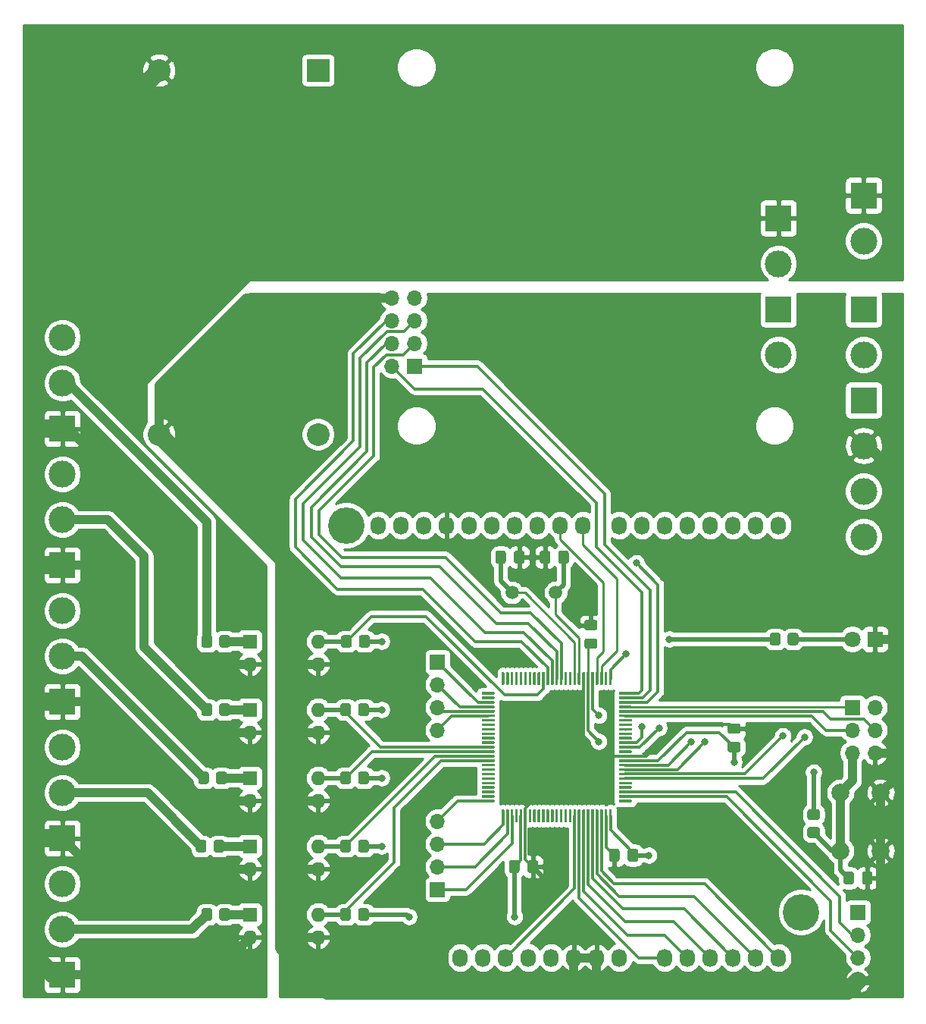
<source format=gbr>
%TF.GenerationSoftware,KiCad,Pcbnew,(5.1.12)-1*%
%TF.CreationDate,2022-07-12T11:00:18-05:00*%
%TF.ProjectId,mpe_v0.3,6d70655f-7630-42e3-932e-6b696361645f,rev?*%
%TF.SameCoordinates,Original*%
%TF.FileFunction,Copper,L1,Top*%
%TF.FilePolarity,Positive*%
%FSLAX46Y46*%
G04 Gerber Fmt 4.6, Leading zero omitted, Abs format (unit mm)*
G04 Created by KiCad (PCBNEW (5.1.12)-1) date 2022-07-12 11:00:18*
%MOMM*%
%LPD*%
G01*
G04 APERTURE LIST*
%TA.AperFunction,ComponentPad*%
%ADD10R,1.700000X1.700000*%
%TD*%
%TA.AperFunction,ComponentPad*%
%ADD11O,1.700000X1.700000*%
%TD*%
%TA.AperFunction,ComponentPad*%
%ADD12C,1.500000*%
%TD*%
%TA.AperFunction,ComponentPad*%
%ADD13C,2.000000*%
%TD*%
%TA.AperFunction,ComponentPad*%
%ADD14C,1.800000*%
%TD*%
%TA.AperFunction,ComponentPad*%
%ADD15R,1.800000X1.800000*%
%TD*%
%TA.AperFunction,ComponentPad*%
%ADD16R,2.540000X2.540000*%
%TD*%
%TA.AperFunction,ComponentPad*%
%ADD17C,2.540000*%
%TD*%
%TA.AperFunction,ComponentPad*%
%ADD18C,3.000000*%
%TD*%
%TA.AperFunction,ComponentPad*%
%ADD19R,3.000000X3.000000*%
%TD*%
%TA.AperFunction,ComponentPad*%
%ADD20O,1.600000X1.600000*%
%TD*%
%TA.AperFunction,ComponentPad*%
%ADD21R,1.600000X1.600000*%
%TD*%
%TA.AperFunction,ComponentPad*%
%ADD22O,1.727200X2.032000*%
%TD*%
%TA.AperFunction,ComponentPad*%
%ADD23C,4.064000*%
%TD*%
%TA.AperFunction,ViaPad*%
%ADD24C,0.800000*%
%TD*%
%TA.AperFunction,Conductor*%
%ADD25C,0.300000*%
%TD*%
%TA.AperFunction,Conductor*%
%ADD26C,0.250000*%
%TD*%
%TA.AperFunction,Conductor*%
%ADD27C,0.500000*%
%TD*%
%TA.AperFunction,Conductor*%
%ADD28C,2.000000*%
%TD*%
%TA.AperFunction,Conductor*%
%ADD29C,1.000000*%
%TD*%
%TA.AperFunction,Conductor*%
%ADD30C,0.254000*%
%TD*%
%TA.AperFunction,Conductor*%
%ADD31C,0.100000*%
%TD*%
G04 APERTURE END LIST*
%TO.P,C2,2*%
%TO.N,+5V*%
%TA.AperFunction,SMDPad,CuDef*%
G36*
G01*
X157654500Y-112870000D02*
X157654500Y-111920000D01*
G75*
G02*
X157904500Y-111670000I250000J0D01*
G01*
X158579500Y-111670000D01*
G75*
G02*
X158829500Y-111920000I0J-250000D01*
G01*
X158829500Y-112870000D01*
G75*
G02*
X158579500Y-113120000I-250000J0D01*
G01*
X157904500Y-113120000D01*
G75*
G02*
X157654500Y-112870000I0J250000D01*
G01*
G37*
%TD.AperFunction*%
%TO.P,C2,1*%
%TO.N,GND*%
%TA.AperFunction,SMDPad,CuDef*%
G36*
G01*
X155579500Y-112870000D02*
X155579500Y-111920000D01*
G75*
G02*
X155829500Y-111670000I250000J0D01*
G01*
X156504500Y-111670000D01*
G75*
G02*
X156754500Y-111920000I0J-250000D01*
G01*
X156754500Y-112870000D01*
G75*
G02*
X156504500Y-113120000I-250000J0D01*
G01*
X155829500Y-113120000D01*
G75*
G02*
X155579500Y-112870000I0J250000D01*
G01*
G37*
%TD.AperFunction*%
%TD*%
D10*
%TO.P,J16,1*%
%TO.N,Net-(J16-Pad1)*%
X136398000Y-90805000D03*
D11*
%TO.P,J16,2*%
%TO.N,Net-(J16-Pad2)*%
X136398000Y-93345000D03*
%TO.P,J16,3*%
%TO.N,Net-(J16-Pad3)*%
X136398000Y-95885000D03*
%TO.P,J16,4*%
%TO.N,Net-(J16-Pad4)*%
X136398000Y-98425000D03*
%TD*%
%TO.P,J15,4*%
%TO.N,Net-(J15-Pad4)*%
X136398000Y-108585000D03*
%TO.P,J15,3*%
%TO.N,Net-(J15-Pad3)*%
X136398000Y-111125000D03*
%TO.P,J15,2*%
%TO.N,Net-(J15-Pad2)*%
X136398000Y-113665000D03*
D10*
%TO.P,J15,1*%
%TO.N,Net-(J15-Pad1)*%
X136398000Y-116205000D03*
%TD*%
D12*
%TO.P,Y1,2*%
%TO.N,Net-(C8-Pad1)*%
X149606000Y-83058000D03*
%TO.P,Y1,1*%
%TO.N,Net-(C7-Pad1)*%
X144726000Y-83058000D03*
%TD*%
%TO.P,C8,2*%
%TO.N,GND*%
%TA.AperFunction,SMDPad,CuDef*%
G36*
G01*
X149007500Y-78646000D02*
X149007500Y-79596000D01*
G75*
G02*
X148757500Y-79846000I-250000J0D01*
G01*
X148082500Y-79846000D01*
G75*
G02*
X147832500Y-79596000I0J250000D01*
G01*
X147832500Y-78646000D01*
G75*
G02*
X148082500Y-78396000I250000J0D01*
G01*
X148757500Y-78396000D01*
G75*
G02*
X149007500Y-78646000I0J-250000D01*
G01*
G37*
%TD.AperFunction*%
%TO.P,C8,1*%
%TO.N,Net-(C8-Pad1)*%
%TA.AperFunction,SMDPad,CuDef*%
G36*
G01*
X151082500Y-78646000D02*
X151082500Y-79596000D01*
G75*
G02*
X150832500Y-79846000I-250000J0D01*
G01*
X150157500Y-79846000D01*
G75*
G02*
X149907500Y-79596000I0J250000D01*
G01*
X149907500Y-78646000D01*
G75*
G02*
X150157500Y-78396000I250000J0D01*
G01*
X150832500Y-78396000D01*
G75*
G02*
X151082500Y-78646000I0J-250000D01*
G01*
G37*
%TD.AperFunction*%
%TD*%
%TO.P,C7,2*%
%TO.N,GND*%
%TA.AperFunction,SMDPad,CuDef*%
G36*
G01*
X144954500Y-79596000D02*
X144954500Y-78646000D01*
G75*
G02*
X145204500Y-78396000I250000J0D01*
G01*
X145879500Y-78396000D01*
G75*
G02*
X146129500Y-78646000I0J-250000D01*
G01*
X146129500Y-79596000D01*
G75*
G02*
X145879500Y-79846000I-250000J0D01*
G01*
X145204500Y-79846000D01*
G75*
G02*
X144954500Y-79596000I0J250000D01*
G01*
G37*
%TD.AperFunction*%
%TO.P,C7,1*%
%TO.N,Net-(C7-Pad1)*%
%TA.AperFunction,SMDPad,CuDef*%
G36*
G01*
X142879500Y-79596000D02*
X142879500Y-78646000D01*
G75*
G02*
X143129500Y-78396000I250000J0D01*
G01*
X143804500Y-78396000D01*
G75*
G02*
X144054500Y-78646000I0J-250000D01*
G01*
X144054500Y-79596000D01*
G75*
G02*
X143804500Y-79846000I-250000J0D01*
G01*
X143129500Y-79846000D01*
G75*
G02*
X142879500Y-79596000I0J250000D01*
G01*
G37*
%TD.AperFunction*%
%TD*%
D11*
%TO.P,J11,4*%
%TO.N,GND*%
X183388000Y-126365000D03*
%TO.P,J11,3*%
%TO.N,/RX*%
X183388000Y-123825000D03*
%TO.P,J11,2*%
%TO.N,/TX*%
X183388000Y-121285000D03*
D10*
%TO.P,J11,1*%
%TO.N,+5V*%
X183388000Y-118745000D03*
%TD*%
%TO.P,C6,2*%
%TO.N,+5V*%
%TA.AperFunction,SMDPad,CuDef*%
G36*
G01*
X169070000Y-99742500D02*
X170020000Y-99742500D01*
G75*
G02*
X170270000Y-99992500I0J-250000D01*
G01*
X170270000Y-100667500D01*
G75*
G02*
X170020000Y-100917500I-250000J0D01*
G01*
X169070000Y-100917500D01*
G75*
G02*
X168820000Y-100667500I0J250000D01*
G01*
X168820000Y-99992500D01*
G75*
G02*
X169070000Y-99742500I250000J0D01*
G01*
G37*
%TD.AperFunction*%
%TO.P,C6,1*%
%TO.N,GND*%
%TA.AperFunction,SMDPad,CuDef*%
G36*
G01*
X169070000Y-97667500D02*
X170020000Y-97667500D01*
G75*
G02*
X170270000Y-97917500I0J-250000D01*
G01*
X170270000Y-98592500D01*
G75*
G02*
X170020000Y-98842500I-250000J0D01*
G01*
X169070000Y-98842500D01*
G75*
G02*
X168820000Y-98592500I0J250000D01*
G01*
X168820000Y-97917500D01*
G75*
G02*
X169070000Y-97667500I250000J0D01*
G01*
G37*
%TD.AperFunction*%
%TD*%
%TO.P,C5,2*%
%TO.N,+5V*%
%TA.AperFunction,SMDPad,CuDef*%
G36*
G01*
X145578500Y-113190000D02*
X145578500Y-114140000D01*
G75*
G02*
X145328500Y-114390000I-250000J0D01*
G01*
X144653500Y-114390000D01*
G75*
G02*
X144403500Y-114140000I0J250000D01*
G01*
X144403500Y-113190000D01*
G75*
G02*
X144653500Y-112940000I250000J0D01*
G01*
X145328500Y-112940000D01*
G75*
G02*
X145578500Y-113190000I0J-250000D01*
G01*
G37*
%TD.AperFunction*%
%TO.P,C5,1*%
%TO.N,GND*%
%TA.AperFunction,SMDPad,CuDef*%
G36*
G01*
X147653500Y-113190000D02*
X147653500Y-114140000D01*
G75*
G02*
X147403500Y-114390000I-250000J0D01*
G01*
X146728500Y-114390000D01*
G75*
G02*
X146478500Y-114140000I0J250000D01*
G01*
X146478500Y-113190000D01*
G75*
G02*
X146728500Y-112940000I250000J0D01*
G01*
X147403500Y-112940000D01*
G75*
G02*
X147653500Y-113190000I0J-250000D01*
G01*
G37*
%TD.AperFunction*%
%TD*%
%TO.P,C4,1*%
%TO.N,GND*%
%TA.AperFunction,SMDPad,CuDef*%
G36*
G01*
X153068000Y-86110500D02*
X154018000Y-86110500D01*
G75*
G02*
X154268000Y-86360500I0J-250000D01*
G01*
X154268000Y-87035500D01*
G75*
G02*
X154018000Y-87285500I-250000J0D01*
G01*
X153068000Y-87285500D01*
G75*
G02*
X152818000Y-87035500I0J250000D01*
G01*
X152818000Y-86360500D01*
G75*
G02*
X153068000Y-86110500I250000J0D01*
G01*
G37*
%TD.AperFunction*%
%TO.P,C4,2*%
%TO.N,+5V*%
%TA.AperFunction,SMDPad,CuDef*%
G36*
G01*
X153068000Y-88185500D02*
X154018000Y-88185500D01*
G75*
G02*
X154268000Y-88435500I0J-250000D01*
G01*
X154268000Y-89110500D01*
G75*
G02*
X154018000Y-89360500I-250000J0D01*
G01*
X153068000Y-89360500D01*
G75*
G02*
X152818000Y-89110500I0J250000D01*
G01*
X152818000Y-88435500D01*
G75*
G02*
X153068000Y-88185500I250000J0D01*
G01*
G37*
%TD.AperFunction*%
%TD*%
D13*
%TO.P,SW1,1*%
%TO.N,GND*%
X185928000Y-111910000D03*
%TO.P,SW1,2*%
%TO.N,/RST*%
X181428000Y-111910000D03*
%TO.P,SW1,1*%
%TO.N,GND*%
X185928000Y-105410000D03*
%TO.P,SW1,2*%
%TO.N,/RST*%
X181428000Y-105410000D03*
%TD*%
%TO.P,R12,2*%
%TO.N,+5V*%
%TA.AperFunction,SMDPad,CuDef*%
G36*
G01*
X178885001Y-108455000D02*
X177984999Y-108455000D01*
G75*
G02*
X177735000Y-108205001I0J249999D01*
G01*
X177735000Y-107504999D01*
G75*
G02*
X177984999Y-107255000I249999J0D01*
G01*
X178885001Y-107255000D01*
G75*
G02*
X179135000Y-107504999I0J-249999D01*
G01*
X179135000Y-108205001D01*
G75*
G02*
X178885001Y-108455000I-249999J0D01*
G01*
G37*
%TD.AperFunction*%
%TO.P,R12,1*%
%TO.N,/RST*%
%TA.AperFunction,SMDPad,CuDef*%
G36*
G01*
X178885001Y-110455000D02*
X177984999Y-110455000D01*
G75*
G02*
X177735000Y-110205001I0J249999D01*
G01*
X177735000Y-109504999D01*
G75*
G02*
X177984999Y-109255000I249999J0D01*
G01*
X178885001Y-109255000D01*
G75*
G02*
X179135000Y-109504999I0J-249999D01*
G01*
X179135000Y-110205001D01*
G75*
G02*
X178885001Y-110455000I-249999J0D01*
G01*
G37*
%TD.AperFunction*%
%TD*%
%TO.P,C1,2*%
%TO.N,GND*%
%TA.AperFunction,SMDPad,CuDef*%
G36*
G01*
X183838000Y-115410000D02*
X183838000Y-114460000D01*
G75*
G02*
X184088000Y-114210000I250000J0D01*
G01*
X184763000Y-114210000D01*
G75*
G02*
X185013000Y-114460000I0J-250000D01*
G01*
X185013000Y-115410000D01*
G75*
G02*
X184763000Y-115660000I-250000J0D01*
G01*
X184088000Y-115660000D01*
G75*
G02*
X183838000Y-115410000I0J250000D01*
G01*
G37*
%TD.AperFunction*%
%TO.P,C1,1*%
%TO.N,/RST*%
%TA.AperFunction,SMDPad,CuDef*%
G36*
G01*
X181763000Y-115410000D02*
X181763000Y-114460000D01*
G75*
G02*
X182013000Y-114210000I250000J0D01*
G01*
X182688000Y-114210000D01*
G75*
G02*
X182938000Y-114460000I0J-250000D01*
G01*
X182938000Y-115410000D01*
G75*
G02*
X182688000Y-115660000I-250000J0D01*
G01*
X182013000Y-115660000D01*
G75*
G02*
X181763000Y-115410000I0J250000D01*
G01*
G37*
%TD.AperFunction*%
%TD*%
%TO.P,R11,2*%
%TO.N,/LED*%
%TA.AperFunction,SMDPad,CuDef*%
G36*
G01*
X174733000Y-87814999D02*
X174733000Y-88715001D01*
G75*
G02*
X174483001Y-88965000I-249999J0D01*
G01*
X173782999Y-88965000D01*
G75*
G02*
X173533000Y-88715001I0J249999D01*
G01*
X173533000Y-87814999D01*
G75*
G02*
X173782999Y-87565000I249999J0D01*
G01*
X174483001Y-87565000D01*
G75*
G02*
X174733000Y-87814999I0J-249999D01*
G01*
G37*
%TD.AperFunction*%
%TO.P,R11,1*%
%TO.N,/LED_*%
%TA.AperFunction,SMDPad,CuDef*%
G36*
G01*
X176733000Y-87814999D02*
X176733000Y-88715001D01*
G75*
G02*
X176483001Y-88965000I-249999J0D01*
G01*
X175782999Y-88965000D01*
G75*
G02*
X175533000Y-88715001I0J249999D01*
G01*
X175533000Y-87814999D01*
G75*
G02*
X175782999Y-87565000I249999J0D01*
G01*
X176483001Y-87565000D01*
G75*
G02*
X176733000Y-87814999I0J-249999D01*
G01*
G37*
%TD.AperFunction*%
%TD*%
D14*
%TO.P,D1,2*%
%TO.N,/LED_*%
X182753000Y-88265000D03*
D15*
%TO.P,D1,1*%
%TO.N,GND*%
X185293000Y-88265000D03*
%TD*%
%TO.P,U1,100*%
%TO.N,+5V*%
%TA.AperFunction,SMDPad,CuDef*%
G36*
G01*
X155883000Y-107330000D02*
X155883000Y-108655000D01*
G75*
G02*
X155808000Y-108730000I-75000J0D01*
G01*
X155658000Y-108730000D01*
G75*
G02*
X155583000Y-108655000I0J75000D01*
G01*
X155583000Y-107330000D01*
G75*
G02*
X155658000Y-107255000I75000J0D01*
G01*
X155808000Y-107255000D01*
G75*
G02*
X155883000Y-107330000I0J-75000D01*
G01*
G37*
%TD.AperFunction*%
%TO.P,U1,99*%
%TO.N,GND*%
%TA.AperFunction,SMDPad,CuDef*%
G36*
G01*
X155383000Y-107330000D02*
X155383000Y-108655000D01*
G75*
G02*
X155308000Y-108730000I-75000J0D01*
G01*
X155158000Y-108730000D01*
G75*
G02*
X155083000Y-108655000I0J75000D01*
G01*
X155083000Y-107330000D01*
G75*
G02*
X155158000Y-107255000I75000J0D01*
G01*
X155308000Y-107255000D01*
G75*
G02*
X155383000Y-107330000I0J-75000D01*
G01*
G37*
%TD.AperFunction*%
%TO.P,U1,98*%
%TO.N,/A5(SCL)*%
%TA.AperFunction,SMDPad,CuDef*%
G36*
G01*
X154883000Y-107330000D02*
X154883000Y-108655000D01*
G75*
G02*
X154808000Y-108730000I-75000J0D01*
G01*
X154658000Y-108730000D01*
G75*
G02*
X154583000Y-108655000I0J75000D01*
G01*
X154583000Y-107330000D01*
G75*
G02*
X154658000Y-107255000I75000J0D01*
G01*
X154808000Y-107255000D01*
G75*
G02*
X154883000Y-107330000I0J-75000D01*
G01*
G37*
%TD.AperFunction*%
%TO.P,U1,97*%
%TO.N,/A4(SDA)*%
%TA.AperFunction,SMDPad,CuDef*%
G36*
G01*
X154383000Y-107330000D02*
X154383000Y-108655000D01*
G75*
G02*
X154308000Y-108730000I-75000J0D01*
G01*
X154158000Y-108730000D01*
G75*
G02*
X154083000Y-108655000I0J75000D01*
G01*
X154083000Y-107330000D01*
G75*
G02*
X154158000Y-107255000I75000J0D01*
G01*
X154308000Y-107255000D01*
G75*
G02*
X154383000Y-107330000I0J-75000D01*
G01*
G37*
%TD.AperFunction*%
%TO.P,U1,96*%
%TO.N,/A3*%
%TA.AperFunction,SMDPad,CuDef*%
G36*
G01*
X153883000Y-107330000D02*
X153883000Y-108655000D01*
G75*
G02*
X153808000Y-108730000I-75000J0D01*
G01*
X153658000Y-108730000D01*
G75*
G02*
X153583000Y-108655000I0J75000D01*
G01*
X153583000Y-107330000D01*
G75*
G02*
X153658000Y-107255000I75000J0D01*
G01*
X153808000Y-107255000D01*
G75*
G02*
X153883000Y-107330000I0J-75000D01*
G01*
G37*
%TD.AperFunction*%
%TO.P,U1,95*%
%TO.N,/A2*%
%TA.AperFunction,SMDPad,CuDef*%
G36*
G01*
X153383000Y-107330000D02*
X153383000Y-108655000D01*
G75*
G02*
X153308000Y-108730000I-75000J0D01*
G01*
X153158000Y-108730000D01*
G75*
G02*
X153083000Y-108655000I0J75000D01*
G01*
X153083000Y-107330000D01*
G75*
G02*
X153158000Y-107255000I75000J0D01*
G01*
X153308000Y-107255000D01*
G75*
G02*
X153383000Y-107330000I0J-75000D01*
G01*
G37*
%TD.AperFunction*%
%TO.P,U1,94*%
%TO.N,/A1*%
%TA.AperFunction,SMDPad,CuDef*%
G36*
G01*
X152883000Y-107330000D02*
X152883000Y-108655000D01*
G75*
G02*
X152808000Y-108730000I-75000J0D01*
G01*
X152658000Y-108730000D01*
G75*
G02*
X152583000Y-108655000I0J75000D01*
G01*
X152583000Y-107330000D01*
G75*
G02*
X152658000Y-107255000I75000J0D01*
G01*
X152808000Y-107255000D01*
G75*
G02*
X152883000Y-107330000I0J-75000D01*
G01*
G37*
%TD.AperFunction*%
%TO.P,U1,93*%
%TO.N,/A0*%
%TA.AperFunction,SMDPad,CuDef*%
G36*
G01*
X152383000Y-107330000D02*
X152383000Y-108655000D01*
G75*
G02*
X152308000Y-108730000I-75000J0D01*
G01*
X152158000Y-108730000D01*
G75*
G02*
X152083000Y-108655000I0J75000D01*
G01*
X152083000Y-107330000D01*
G75*
G02*
X152158000Y-107255000I75000J0D01*
G01*
X152308000Y-107255000D01*
G75*
G02*
X152383000Y-107330000I0J-75000D01*
G01*
G37*
%TD.AperFunction*%
%TO.P,U1,92*%
%TO.N,/Reset*%
%TA.AperFunction,SMDPad,CuDef*%
G36*
G01*
X151883000Y-107330000D02*
X151883000Y-108655000D01*
G75*
G02*
X151808000Y-108730000I-75000J0D01*
G01*
X151658000Y-108730000D01*
G75*
G02*
X151583000Y-108655000I0J75000D01*
G01*
X151583000Y-107330000D01*
G75*
G02*
X151658000Y-107255000I75000J0D01*
G01*
X151808000Y-107255000D01*
G75*
G02*
X151883000Y-107330000I0J-75000D01*
G01*
G37*
%TD.AperFunction*%
%TO.P,U1,91*%
%TO.N,Net-(U1-Pad91)*%
%TA.AperFunction,SMDPad,CuDef*%
G36*
G01*
X151383000Y-107330000D02*
X151383000Y-108655000D01*
G75*
G02*
X151308000Y-108730000I-75000J0D01*
G01*
X151158000Y-108730000D01*
G75*
G02*
X151083000Y-108655000I0J75000D01*
G01*
X151083000Y-107330000D01*
G75*
G02*
X151158000Y-107255000I75000J0D01*
G01*
X151308000Y-107255000D01*
G75*
G02*
X151383000Y-107330000I0J-75000D01*
G01*
G37*
%TD.AperFunction*%
%TO.P,U1,90*%
%TO.N,Net-(U1-Pad90)*%
%TA.AperFunction,SMDPad,CuDef*%
G36*
G01*
X150883000Y-107330000D02*
X150883000Y-108655000D01*
G75*
G02*
X150808000Y-108730000I-75000J0D01*
G01*
X150658000Y-108730000D01*
G75*
G02*
X150583000Y-108655000I0J75000D01*
G01*
X150583000Y-107330000D01*
G75*
G02*
X150658000Y-107255000I75000J0D01*
G01*
X150808000Y-107255000D01*
G75*
G02*
X150883000Y-107330000I0J-75000D01*
G01*
G37*
%TD.AperFunction*%
%TO.P,U1,89*%
%TO.N,Net-(U1-Pad89)*%
%TA.AperFunction,SMDPad,CuDef*%
G36*
G01*
X150383000Y-107330000D02*
X150383000Y-108655000D01*
G75*
G02*
X150308000Y-108730000I-75000J0D01*
G01*
X150158000Y-108730000D01*
G75*
G02*
X150083000Y-108655000I0J75000D01*
G01*
X150083000Y-107330000D01*
G75*
G02*
X150158000Y-107255000I75000J0D01*
G01*
X150308000Y-107255000D01*
G75*
G02*
X150383000Y-107330000I0J-75000D01*
G01*
G37*
%TD.AperFunction*%
%TO.P,U1,88*%
%TO.N,Net-(U1-Pad88)*%
%TA.AperFunction,SMDPad,CuDef*%
G36*
G01*
X149883000Y-107330000D02*
X149883000Y-108655000D01*
G75*
G02*
X149808000Y-108730000I-75000J0D01*
G01*
X149658000Y-108730000D01*
G75*
G02*
X149583000Y-108655000I0J75000D01*
G01*
X149583000Y-107330000D01*
G75*
G02*
X149658000Y-107255000I75000J0D01*
G01*
X149808000Y-107255000D01*
G75*
G02*
X149883000Y-107330000I0J-75000D01*
G01*
G37*
%TD.AperFunction*%
%TO.P,U1,87*%
%TO.N,Net-(U1-Pad87)*%
%TA.AperFunction,SMDPad,CuDef*%
G36*
G01*
X149383000Y-107330000D02*
X149383000Y-108655000D01*
G75*
G02*
X149308000Y-108730000I-75000J0D01*
G01*
X149158000Y-108730000D01*
G75*
G02*
X149083000Y-108655000I0J75000D01*
G01*
X149083000Y-107330000D01*
G75*
G02*
X149158000Y-107255000I75000J0D01*
G01*
X149308000Y-107255000D01*
G75*
G02*
X149383000Y-107330000I0J-75000D01*
G01*
G37*
%TD.AperFunction*%
%TO.P,U1,86*%
%TO.N,Net-(U1-Pad86)*%
%TA.AperFunction,SMDPad,CuDef*%
G36*
G01*
X148883000Y-107330000D02*
X148883000Y-108655000D01*
G75*
G02*
X148808000Y-108730000I-75000J0D01*
G01*
X148658000Y-108730000D01*
G75*
G02*
X148583000Y-108655000I0J75000D01*
G01*
X148583000Y-107330000D01*
G75*
G02*
X148658000Y-107255000I75000J0D01*
G01*
X148808000Y-107255000D01*
G75*
G02*
X148883000Y-107330000I0J-75000D01*
G01*
G37*
%TD.AperFunction*%
%TO.P,U1,85*%
%TO.N,Net-(U1-Pad85)*%
%TA.AperFunction,SMDPad,CuDef*%
G36*
G01*
X148383000Y-107330000D02*
X148383000Y-108655000D01*
G75*
G02*
X148308000Y-108730000I-75000J0D01*
G01*
X148158000Y-108730000D01*
G75*
G02*
X148083000Y-108655000I0J75000D01*
G01*
X148083000Y-107330000D01*
G75*
G02*
X148158000Y-107255000I75000J0D01*
G01*
X148308000Y-107255000D01*
G75*
G02*
X148383000Y-107330000I0J-75000D01*
G01*
G37*
%TD.AperFunction*%
%TO.P,U1,84*%
%TO.N,Net-(U1-Pad84)*%
%TA.AperFunction,SMDPad,CuDef*%
G36*
G01*
X147883000Y-107330000D02*
X147883000Y-108655000D01*
G75*
G02*
X147808000Y-108730000I-75000J0D01*
G01*
X147658000Y-108730000D01*
G75*
G02*
X147583000Y-108655000I0J75000D01*
G01*
X147583000Y-107330000D01*
G75*
G02*
X147658000Y-107255000I75000J0D01*
G01*
X147808000Y-107255000D01*
G75*
G02*
X147883000Y-107330000I0J-75000D01*
G01*
G37*
%TD.AperFunction*%
%TO.P,U1,83*%
%TO.N,Net-(U1-Pad83)*%
%TA.AperFunction,SMDPad,CuDef*%
G36*
G01*
X147383000Y-107330000D02*
X147383000Y-108655000D01*
G75*
G02*
X147308000Y-108730000I-75000J0D01*
G01*
X147158000Y-108730000D01*
G75*
G02*
X147083000Y-108655000I0J75000D01*
G01*
X147083000Y-107330000D01*
G75*
G02*
X147158000Y-107255000I75000J0D01*
G01*
X147308000Y-107255000D01*
G75*
G02*
X147383000Y-107330000I0J-75000D01*
G01*
G37*
%TD.AperFunction*%
%TO.P,U1,82*%
%TO.N,Net-(U1-Pad82)*%
%TA.AperFunction,SMDPad,CuDef*%
G36*
G01*
X146883000Y-107330000D02*
X146883000Y-108655000D01*
G75*
G02*
X146808000Y-108730000I-75000J0D01*
G01*
X146658000Y-108730000D01*
G75*
G02*
X146583000Y-108655000I0J75000D01*
G01*
X146583000Y-107330000D01*
G75*
G02*
X146658000Y-107255000I75000J0D01*
G01*
X146808000Y-107255000D01*
G75*
G02*
X146883000Y-107330000I0J-75000D01*
G01*
G37*
%TD.AperFunction*%
%TO.P,U1,81*%
%TO.N,GND*%
%TA.AperFunction,SMDPad,CuDef*%
G36*
G01*
X146383000Y-107330000D02*
X146383000Y-108655000D01*
G75*
G02*
X146308000Y-108730000I-75000J0D01*
G01*
X146158000Y-108730000D01*
G75*
G02*
X146083000Y-108655000I0J75000D01*
G01*
X146083000Y-107330000D01*
G75*
G02*
X146158000Y-107255000I75000J0D01*
G01*
X146308000Y-107255000D01*
G75*
G02*
X146383000Y-107330000I0J-75000D01*
G01*
G37*
%TD.AperFunction*%
%TO.P,U1,80*%
%TO.N,+5V*%
%TA.AperFunction,SMDPad,CuDef*%
G36*
G01*
X145883000Y-107330000D02*
X145883000Y-108655000D01*
G75*
G02*
X145808000Y-108730000I-75000J0D01*
G01*
X145658000Y-108730000D01*
G75*
G02*
X145583000Y-108655000I0J75000D01*
G01*
X145583000Y-107330000D01*
G75*
G02*
X145658000Y-107255000I75000J0D01*
G01*
X145808000Y-107255000D01*
G75*
G02*
X145883000Y-107330000I0J-75000D01*
G01*
G37*
%TD.AperFunction*%
%TO.P,U1,79*%
%TO.N,Net-(U1-Pad79)*%
%TA.AperFunction,SMDPad,CuDef*%
G36*
G01*
X145383000Y-107330000D02*
X145383000Y-108655000D01*
G75*
G02*
X145308000Y-108730000I-75000J0D01*
G01*
X145158000Y-108730000D01*
G75*
G02*
X145083000Y-108655000I0J75000D01*
G01*
X145083000Y-107330000D01*
G75*
G02*
X145158000Y-107255000I75000J0D01*
G01*
X145308000Y-107255000D01*
G75*
G02*
X145383000Y-107330000I0J-75000D01*
G01*
G37*
%TD.AperFunction*%
%TO.P,U1,78*%
%TO.N,Net-(J15-Pad1)*%
%TA.AperFunction,SMDPad,CuDef*%
G36*
G01*
X144883000Y-107330000D02*
X144883000Y-108655000D01*
G75*
G02*
X144808000Y-108730000I-75000J0D01*
G01*
X144658000Y-108730000D01*
G75*
G02*
X144583000Y-108655000I0J75000D01*
G01*
X144583000Y-107330000D01*
G75*
G02*
X144658000Y-107255000I75000J0D01*
G01*
X144808000Y-107255000D01*
G75*
G02*
X144883000Y-107330000I0J-75000D01*
G01*
G37*
%TD.AperFunction*%
%TO.P,U1,77*%
%TO.N,Net-(J15-Pad2)*%
%TA.AperFunction,SMDPad,CuDef*%
G36*
G01*
X144383000Y-107330000D02*
X144383000Y-108655000D01*
G75*
G02*
X144308000Y-108730000I-75000J0D01*
G01*
X144158000Y-108730000D01*
G75*
G02*
X144083000Y-108655000I0J75000D01*
G01*
X144083000Y-107330000D01*
G75*
G02*
X144158000Y-107255000I75000J0D01*
G01*
X144308000Y-107255000D01*
G75*
G02*
X144383000Y-107330000I0J-75000D01*
G01*
G37*
%TD.AperFunction*%
%TO.P,U1,76*%
%TO.N,Net-(J15-Pad3)*%
%TA.AperFunction,SMDPad,CuDef*%
G36*
G01*
X143883000Y-107330000D02*
X143883000Y-108655000D01*
G75*
G02*
X143808000Y-108730000I-75000J0D01*
G01*
X143658000Y-108730000D01*
G75*
G02*
X143583000Y-108655000I0J75000D01*
G01*
X143583000Y-107330000D01*
G75*
G02*
X143658000Y-107255000I75000J0D01*
G01*
X143808000Y-107255000D01*
G75*
G02*
X143883000Y-107330000I0J-75000D01*
G01*
G37*
%TD.AperFunction*%
%TO.P,U1,75*%
%TO.N,Net-(J15-Pad4)*%
%TA.AperFunction,SMDPad,CuDef*%
G36*
G01*
X142808000Y-106255000D02*
X142808000Y-106405000D01*
G75*
G02*
X142733000Y-106480000I-75000J0D01*
G01*
X141408000Y-106480000D01*
G75*
G02*
X141333000Y-106405000I0J75000D01*
G01*
X141333000Y-106255000D01*
G75*
G02*
X141408000Y-106180000I75000J0D01*
G01*
X142733000Y-106180000D01*
G75*
G02*
X142808000Y-106255000I0J-75000D01*
G01*
G37*
%TD.AperFunction*%
%TO.P,U1,74*%
%TO.N,Net-(U1-Pad74)*%
%TA.AperFunction,SMDPad,CuDef*%
G36*
G01*
X142808000Y-105755000D02*
X142808000Y-105905000D01*
G75*
G02*
X142733000Y-105980000I-75000J0D01*
G01*
X141408000Y-105980000D01*
G75*
G02*
X141333000Y-105905000I0J75000D01*
G01*
X141333000Y-105755000D01*
G75*
G02*
X141408000Y-105680000I75000J0D01*
G01*
X142733000Y-105680000D01*
G75*
G02*
X142808000Y-105755000I0J-75000D01*
G01*
G37*
%TD.AperFunction*%
%TO.P,U1,73*%
%TO.N,Net-(U1-Pad73)*%
%TA.AperFunction,SMDPad,CuDef*%
G36*
G01*
X142808000Y-105255000D02*
X142808000Y-105405000D01*
G75*
G02*
X142733000Y-105480000I-75000J0D01*
G01*
X141408000Y-105480000D01*
G75*
G02*
X141333000Y-105405000I0J75000D01*
G01*
X141333000Y-105255000D01*
G75*
G02*
X141408000Y-105180000I75000J0D01*
G01*
X142733000Y-105180000D01*
G75*
G02*
X142808000Y-105255000I0J-75000D01*
G01*
G37*
%TD.AperFunction*%
%TO.P,U1,72*%
%TO.N,Net-(U1-Pad72)*%
%TA.AperFunction,SMDPad,CuDef*%
G36*
G01*
X142808000Y-104755000D02*
X142808000Y-104905000D01*
G75*
G02*
X142733000Y-104980000I-75000J0D01*
G01*
X141408000Y-104980000D01*
G75*
G02*
X141333000Y-104905000I0J75000D01*
G01*
X141333000Y-104755000D01*
G75*
G02*
X141408000Y-104680000I75000J0D01*
G01*
X142733000Y-104680000D01*
G75*
G02*
X142808000Y-104755000I0J-75000D01*
G01*
G37*
%TD.AperFunction*%
%TO.P,U1,71*%
%TO.N,Net-(U1-Pad71)*%
%TA.AperFunction,SMDPad,CuDef*%
G36*
G01*
X142808000Y-104255000D02*
X142808000Y-104405000D01*
G75*
G02*
X142733000Y-104480000I-75000J0D01*
G01*
X141408000Y-104480000D01*
G75*
G02*
X141333000Y-104405000I0J75000D01*
G01*
X141333000Y-104255000D01*
G75*
G02*
X141408000Y-104180000I75000J0D01*
G01*
X142733000Y-104180000D01*
G75*
G02*
X142808000Y-104255000I0J-75000D01*
G01*
G37*
%TD.AperFunction*%
%TO.P,U1,70*%
%TO.N,Net-(U1-Pad70)*%
%TA.AperFunction,SMDPad,CuDef*%
G36*
G01*
X142808000Y-103755000D02*
X142808000Y-103905000D01*
G75*
G02*
X142733000Y-103980000I-75000J0D01*
G01*
X141408000Y-103980000D01*
G75*
G02*
X141333000Y-103905000I0J75000D01*
G01*
X141333000Y-103755000D01*
G75*
G02*
X141408000Y-103680000I75000J0D01*
G01*
X142733000Y-103680000D01*
G75*
G02*
X142808000Y-103755000I0J-75000D01*
G01*
G37*
%TD.AperFunction*%
%TO.P,U1,69*%
%TO.N,Net-(U1-Pad69)*%
%TA.AperFunction,SMDPad,CuDef*%
G36*
G01*
X142808000Y-103255000D02*
X142808000Y-103405000D01*
G75*
G02*
X142733000Y-103480000I-75000J0D01*
G01*
X141408000Y-103480000D01*
G75*
G02*
X141333000Y-103405000I0J75000D01*
G01*
X141333000Y-103255000D01*
G75*
G02*
X141408000Y-103180000I75000J0D01*
G01*
X142733000Y-103180000D01*
G75*
G02*
X142808000Y-103255000I0J-75000D01*
G01*
G37*
%TD.AperFunction*%
%TO.P,U1,68*%
%TO.N,Net-(U1-Pad68)*%
%TA.AperFunction,SMDPad,CuDef*%
G36*
G01*
X142808000Y-102755000D02*
X142808000Y-102905000D01*
G75*
G02*
X142733000Y-102980000I-75000J0D01*
G01*
X141408000Y-102980000D01*
G75*
G02*
X141333000Y-102905000I0J75000D01*
G01*
X141333000Y-102755000D01*
G75*
G02*
X141408000Y-102680000I75000J0D01*
G01*
X142733000Y-102680000D01*
G75*
G02*
X142808000Y-102755000I0J-75000D01*
G01*
G37*
%TD.AperFunction*%
%TO.P,U1,67*%
%TO.N,Net-(U1-Pad67)*%
%TA.AperFunction,SMDPad,CuDef*%
G36*
G01*
X142808000Y-102255000D02*
X142808000Y-102405000D01*
G75*
G02*
X142733000Y-102480000I-75000J0D01*
G01*
X141408000Y-102480000D01*
G75*
G02*
X141333000Y-102405000I0J75000D01*
G01*
X141333000Y-102255000D01*
G75*
G02*
X141408000Y-102180000I75000J0D01*
G01*
X142733000Y-102180000D01*
G75*
G02*
X142808000Y-102255000I0J-75000D01*
G01*
G37*
%TD.AperFunction*%
%TO.P,U1,66*%
%TO.N,/IN5*%
%TA.AperFunction,SMDPad,CuDef*%
G36*
G01*
X142808000Y-101755000D02*
X142808000Y-101905000D01*
G75*
G02*
X142733000Y-101980000I-75000J0D01*
G01*
X141408000Y-101980000D01*
G75*
G02*
X141333000Y-101905000I0J75000D01*
G01*
X141333000Y-101755000D01*
G75*
G02*
X141408000Y-101680000I75000J0D01*
G01*
X142733000Y-101680000D01*
G75*
G02*
X142808000Y-101755000I0J-75000D01*
G01*
G37*
%TD.AperFunction*%
%TO.P,U1,65*%
%TO.N,/IN4*%
%TA.AperFunction,SMDPad,CuDef*%
G36*
G01*
X142808000Y-101255000D02*
X142808000Y-101405000D01*
G75*
G02*
X142733000Y-101480000I-75000J0D01*
G01*
X141408000Y-101480000D01*
G75*
G02*
X141333000Y-101405000I0J75000D01*
G01*
X141333000Y-101255000D01*
G75*
G02*
X141408000Y-101180000I75000J0D01*
G01*
X142733000Y-101180000D01*
G75*
G02*
X142808000Y-101255000I0J-75000D01*
G01*
G37*
%TD.AperFunction*%
%TO.P,U1,64*%
%TO.N,/IN3*%
%TA.AperFunction,SMDPad,CuDef*%
G36*
G01*
X142808000Y-100755000D02*
X142808000Y-100905000D01*
G75*
G02*
X142733000Y-100980000I-75000J0D01*
G01*
X141408000Y-100980000D01*
G75*
G02*
X141333000Y-100905000I0J75000D01*
G01*
X141333000Y-100755000D01*
G75*
G02*
X141408000Y-100680000I75000J0D01*
G01*
X142733000Y-100680000D01*
G75*
G02*
X142808000Y-100755000I0J-75000D01*
G01*
G37*
%TD.AperFunction*%
%TO.P,U1,63*%
%TO.N,/IN2*%
%TA.AperFunction,SMDPad,CuDef*%
G36*
G01*
X142808000Y-100255000D02*
X142808000Y-100405000D01*
G75*
G02*
X142733000Y-100480000I-75000J0D01*
G01*
X141408000Y-100480000D01*
G75*
G02*
X141333000Y-100405000I0J75000D01*
G01*
X141333000Y-100255000D01*
G75*
G02*
X141408000Y-100180000I75000J0D01*
G01*
X142733000Y-100180000D01*
G75*
G02*
X142808000Y-100255000I0J-75000D01*
G01*
G37*
%TD.AperFunction*%
%TO.P,U1,62*%
%TO.N,Net-(U1-Pad62)*%
%TA.AperFunction,SMDPad,CuDef*%
G36*
G01*
X142808000Y-99755000D02*
X142808000Y-99905000D01*
G75*
G02*
X142733000Y-99980000I-75000J0D01*
G01*
X141408000Y-99980000D01*
G75*
G02*
X141333000Y-99905000I0J75000D01*
G01*
X141333000Y-99755000D01*
G75*
G02*
X141408000Y-99680000I75000J0D01*
G01*
X142733000Y-99680000D01*
G75*
G02*
X142808000Y-99755000I0J-75000D01*
G01*
G37*
%TD.AperFunction*%
%TO.P,U1,61*%
%TO.N,Net-(U1-Pad61)*%
%TA.AperFunction,SMDPad,CuDef*%
G36*
G01*
X142808000Y-99255000D02*
X142808000Y-99405000D01*
G75*
G02*
X142733000Y-99480000I-75000J0D01*
G01*
X141408000Y-99480000D01*
G75*
G02*
X141333000Y-99405000I0J75000D01*
G01*
X141333000Y-99255000D01*
G75*
G02*
X141408000Y-99180000I75000J0D01*
G01*
X142733000Y-99180000D01*
G75*
G02*
X142808000Y-99255000I0J-75000D01*
G01*
G37*
%TD.AperFunction*%
%TO.P,U1,60*%
%TO.N,Net-(U1-Pad60)*%
%TA.AperFunction,SMDPad,CuDef*%
G36*
G01*
X142808000Y-98755000D02*
X142808000Y-98905000D01*
G75*
G02*
X142733000Y-98980000I-75000J0D01*
G01*
X141408000Y-98980000D01*
G75*
G02*
X141333000Y-98905000I0J75000D01*
G01*
X141333000Y-98755000D01*
G75*
G02*
X141408000Y-98680000I75000J0D01*
G01*
X142733000Y-98680000D01*
G75*
G02*
X142808000Y-98755000I0J-75000D01*
G01*
G37*
%TD.AperFunction*%
%TO.P,U1,59*%
%TO.N,Net-(U1-Pad59)*%
%TA.AperFunction,SMDPad,CuDef*%
G36*
G01*
X142808000Y-98255000D02*
X142808000Y-98405000D01*
G75*
G02*
X142733000Y-98480000I-75000J0D01*
G01*
X141408000Y-98480000D01*
G75*
G02*
X141333000Y-98405000I0J75000D01*
G01*
X141333000Y-98255000D01*
G75*
G02*
X141408000Y-98180000I75000J0D01*
G01*
X142733000Y-98180000D01*
G75*
G02*
X142808000Y-98255000I0J-75000D01*
G01*
G37*
%TD.AperFunction*%
%TO.P,U1,58*%
%TO.N,Net-(U1-Pad58)*%
%TA.AperFunction,SMDPad,CuDef*%
G36*
G01*
X142808000Y-97755000D02*
X142808000Y-97905000D01*
G75*
G02*
X142733000Y-97980000I-75000J0D01*
G01*
X141408000Y-97980000D01*
G75*
G02*
X141333000Y-97905000I0J75000D01*
G01*
X141333000Y-97755000D01*
G75*
G02*
X141408000Y-97680000I75000J0D01*
G01*
X142733000Y-97680000D01*
G75*
G02*
X142808000Y-97755000I0J-75000D01*
G01*
G37*
%TD.AperFunction*%
%TO.P,U1,57*%
%TO.N,Net-(U1-Pad57)*%
%TA.AperFunction,SMDPad,CuDef*%
G36*
G01*
X142808000Y-97255000D02*
X142808000Y-97405000D01*
G75*
G02*
X142733000Y-97480000I-75000J0D01*
G01*
X141408000Y-97480000D01*
G75*
G02*
X141333000Y-97405000I0J75000D01*
G01*
X141333000Y-97255000D01*
G75*
G02*
X141408000Y-97180000I75000J0D01*
G01*
X142733000Y-97180000D01*
G75*
G02*
X142808000Y-97255000I0J-75000D01*
G01*
G37*
%TD.AperFunction*%
%TO.P,U1,56*%
%TO.N,Net-(J16-Pad4)*%
%TA.AperFunction,SMDPad,CuDef*%
G36*
G01*
X142808000Y-96755000D02*
X142808000Y-96905000D01*
G75*
G02*
X142733000Y-96980000I-75000J0D01*
G01*
X141408000Y-96980000D01*
G75*
G02*
X141333000Y-96905000I0J75000D01*
G01*
X141333000Y-96755000D01*
G75*
G02*
X141408000Y-96680000I75000J0D01*
G01*
X142733000Y-96680000D01*
G75*
G02*
X142808000Y-96755000I0J-75000D01*
G01*
G37*
%TD.AperFunction*%
%TO.P,U1,55*%
%TO.N,Net-(J16-Pad3)*%
%TA.AperFunction,SMDPad,CuDef*%
G36*
G01*
X142808000Y-96255000D02*
X142808000Y-96405000D01*
G75*
G02*
X142733000Y-96480000I-75000J0D01*
G01*
X141408000Y-96480000D01*
G75*
G02*
X141333000Y-96405000I0J75000D01*
G01*
X141333000Y-96255000D01*
G75*
G02*
X141408000Y-96180000I75000J0D01*
G01*
X142733000Y-96180000D01*
G75*
G02*
X142808000Y-96255000I0J-75000D01*
G01*
G37*
%TD.AperFunction*%
%TO.P,U1,54*%
%TO.N,Net-(J16-Pad2)*%
%TA.AperFunction,SMDPad,CuDef*%
G36*
G01*
X142808000Y-95755000D02*
X142808000Y-95905000D01*
G75*
G02*
X142733000Y-95980000I-75000J0D01*
G01*
X141408000Y-95980000D01*
G75*
G02*
X141333000Y-95905000I0J75000D01*
G01*
X141333000Y-95755000D01*
G75*
G02*
X141408000Y-95680000I75000J0D01*
G01*
X142733000Y-95680000D01*
G75*
G02*
X142808000Y-95755000I0J-75000D01*
G01*
G37*
%TD.AperFunction*%
%TO.P,U1,53*%
%TO.N,Net-(J16-Pad1)*%
%TA.AperFunction,SMDPad,CuDef*%
G36*
G01*
X142808000Y-95255000D02*
X142808000Y-95405000D01*
G75*
G02*
X142733000Y-95480000I-75000J0D01*
G01*
X141408000Y-95480000D01*
G75*
G02*
X141333000Y-95405000I0J75000D01*
G01*
X141333000Y-95255000D01*
G75*
G02*
X141408000Y-95180000I75000J0D01*
G01*
X142733000Y-95180000D01*
G75*
G02*
X142808000Y-95255000I0J-75000D01*
G01*
G37*
%TD.AperFunction*%
%TO.P,U1,52*%
%TO.N,Net-(U1-Pad52)*%
%TA.AperFunction,SMDPad,CuDef*%
G36*
G01*
X142808000Y-94755000D02*
X142808000Y-94905000D01*
G75*
G02*
X142733000Y-94980000I-75000J0D01*
G01*
X141408000Y-94980000D01*
G75*
G02*
X141333000Y-94905000I0J75000D01*
G01*
X141333000Y-94755000D01*
G75*
G02*
X141408000Y-94680000I75000J0D01*
G01*
X142733000Y-94680000D01*
G75*
G02*
X142808000Y-94755000I0J-75000D01*
G01*
G37*
%TD.AperFunction*%
%TO.P,U1,51*%
%TO.N,Net-(U1-Pad51)*%
%TA.AperFunction,SMDPad,CuDef*%
G36*
G01*
X142808000Y-94255000D02*
X142808000Y-94405000D01*
G75*
G02*
X142733000Y-94480000I-75000J0D01*
G01*
X141408000Y-94480000D01*
G75*
G02*
X141333000Y-94405000I0J75000D01*
G01*
X141333000Y-94255000D01*
G75*
G02*
X141408000Y-94180000I75000J0D01*
G01*
X142733000Y-94180000D01*
G75*
G02*
X142808000Y-94255000I0J-75000D01*
G01*
G37*
%TD.AperFunction*%
%TO.P,U1,50*%
%TO.N,Net-(U1-Pad50)*%
%TA.AperFunction,SMDPad,CuDef*%
G36*
G01*
X143883000Y-92005000D02*
X143883000Y-93330000D01*
G75*
G02*
X143808000Y-93405000I-75000J0D01*
G01*
X143658000Y-93405000D01*
G75*
G02*
X143583000Y-93330000I0J75000D01*
G01*
X143583000Y-92005000D01*
G75*
G02*
X143658000Y-91930000I75000J0D01*
G01*
X143808000Y-91930000D01*
G75*
G02*
X143883000Y-92005000I0J-75000D01*
G01*
G37*
%TD.AperFunction*%
%TO.P,U1,49*%
%TO.N,Net-(U1-Pad49)*%
%TA.AperFunction,SMDPad,CuDef*%
G36*
G01*
X144383000Y-92005000D02*
X144383000Y-93330000D01*
G75*
G02*
X144308000Y-93405000I-75000J0D01*
G01*
X144158000Y-93405000D01*
G75*
G02*
X144083000Y-93330000I0J75000D01*
G01*
X144083000Y-92005000D01*
G75*
G02*
X144158000Y-91930000I75000J0D01*
G01*
X144308000Y-91930000D01*
G75*
G02*
X144383000Y-92005000I0J-75000D01*
G01*
G37*
%TD.AperFunction*%
%TO.P,U1,48*%
%TO.N,Net-(U1-Pad48)*%
%TA.AperFunction,SMDPad,CuDef*%
G36*
G01*
X144883000Y-92005000D02*
X144883000Y-93330000D01*
G75*
G02*
X144808000Y-93405000I-75000J0D01*
G01*
X144658000Y-93405000D01*
G75*
G02*
X144583000Y-93330000I0J75000D01*
G01*
X144583000Y-92005000D01*
G75*
G02*
X144658000Y-91930000I75000J0D01*
G01*
X144808000Y-91930000D01*
G75*
G02*
X144883000Y-92005000I0J-75000D01*
G01*
G37*
%TD.AperFunction*%
%TO.P,U1,47*%
%TO.N,Net-(U1-Pad47)*%
%TA.AperFunction,SMDPad,CuDef*%
G36*
G01*
X145383000Y-92005000D02*
X145383000Y-93330000D01*
G75*
G02*
X145308000Y-93405000I-75000J0D01*
G01*
X145158000Y-93405000D01*
G75*
G02*
X145083000Y-93330000I0J75000D01*
G01*
X145083000Y-92005000D01*
G75*
G02*
X145158000Y-91930000I75000J0D01*
G01*
X145308000Y-91930000D01*
G75*
G02*
X145383000Y-92005000I0J-75000D01*
G01*
G37*
%TD.AperFunction*%
%TO.P,U1,46*%
%TO.N,Net-(U1-Pad46)*%
%TA.AperFunction,SMDPad,CuDef*%
G36*
G01*
X145883000Y-92005000D02*
X145883000Y-93330000D01*
G75*
G02*
X145808000Y-93405000I-75000J0D01*
G01*
X145658000Y-93405000D01*
G75*
G02*
X145583000Y-93330000I0J75000D01*
G01*
X145583000Y-92005000D01*
G75*
G02*
X145658000Y-91930000I75000J0D01*
G01*
X145808000Y-91930000D01*
G75*
G02*
X145883000Y-92005000I0J-75000D01*
G01*
G37*
%TD.AperFunction*%
%TO.P,U1,45*%
%TO.N,Net-(U1-Pad45)*%
%TA.AperFunction,SMDPad,CuDef*%
G36*
G01*
X146383000Y-92005000D02*
X146383000Y-93330000D01*
G75*
G02*
X146308000Y-93405000I-75000J0D01*
G01*
X146158000Y-93405000D01*
G75*
G02*
X146083000Y-93330000I0J75000D01*
G01*
X146083000Y-92005000D01*
G75*
G02*
X146158000Y-91930000I75000J0D01*
G01*
X146308000Y-91930000D01*
G75*
G02*
X146383000Y-92005000I0J-75000D01*
G01*
G37*
%TD.AperFunction*%
%TO.P,U1,44*%
%TO.N,Net-(U1-Pad44)*%
%TA.AperFunction,SMDPad,CuDef*%
G36*
G01*
X146883000Y-92005000D02*
X146883000Y-93330000D01*
G75*
G02*
X146808000Y-93405000I-75000J0D01*
G01*
X146658000Y-93405000D01*
G75*
G02*
X146583000Y-93330000I0J75000D01*
G01*
X146583000Y-92005000D01*
G75*
G02*
X146658000Y-91930000I75000J0D01*
G01*
X146808000Y-91930000D01*
G75*
G02*
X146883000Y-92005000I0J-75000D01*
G01*
G37*
%TD.AperFunction*%
%TO.P,U1,43*%
%TO.N,Net-(U1-Pad43)*%
%TA.AperFunction,SMDPad,CuDef*%
G36*
G01*
X147383000Y-92005000D02*
X147383000Y-93330000D01*
G75*
G02*
X147308000Y-93405000I-75000J0D01*
G01*
X147158000Y-93405000D01*
G75*
G02*
X147083000Y-93330000I0J75000D01*
G01*
X147083000Y-92005000D01*
G75*
G02*
X147158000Y-91930000I75000J0D01*
G01*
X147308000Y-91930000D01*
G75*
G02*
X147383000Y-92005000I0J-75000D01*
G01*
G37*
%TD.AperFunction*%
%TO.P,U1,42*%
%TO.N,Net-(U1-Pad42)*%
%TA.AperFunction,SMDPad,CuDef*%
G36*
G01*
X147883000Y-92005000D02*
X147883000Y-93330000D01*
G75*
G02*
X147808000Y-93405000I-75000J0D01*
G01*
X147658000Y-93405000D01*
G75*
G02*
X147583000Y-93330000I0J75000D01*
G01*
X147583000Y-92005000D01*
G75*
G02*
X147658000Y-91930000I75000J0D01*
G01*
X147808000Y-91930000D01*
G75*
G02*
X147883000Y-92005000I0J-75000D01*
G01*
G37*
%TD.AperFunction*%
%TO.P,U1,41*%
%TO.N,/IN1*%
%TA.AperFunction,SMDPad,CuDef*%
G36*
G01*
X148383000Y-92005000D02*
X148383000Y-93330000D01*
G75*
G02*
X148308000Y-93405000I-75000J0D01*
G01*
X148158000Y-93405000D01*
G75*
G02*
X148083000Y-93330000I0J75000D01*
G01*
X148083000Y-92005000D01*
G75*
G02*
X148158000Y-91930000I75000J0D01*
G01*
X148308000Y-91930000D01*
G75*
G02*
X148383000Y-92005000I0J-75000D01*
G01*
G37*
%TD.AperFunction*%
%TO.P,U1,40*%
%TO.N,/LIS*%
%TA.AperFunction,SMDPad,CuDef*%
G36*
G01*
X148883000Y-92005000D02*
X148883000Y-93330000D01*
G75*
G02*
X148808000Y-93405000I-75000J0D01*
G01*
X148658000Y-93405000D01*
G75*
G02*
X148583000Y-93330000I0J75000D01*
G01*
X148583000Y-92005000D01*
G75*
G02*
X148658000Y-91930000I75000J0D01*
G01*
X148808000Y-91930000D01*
G75*
G02*
X148883000Y-92005000I0J-75000D01*
G01*
G37*
%TD.AperFunction*%
%TO.P,U1,39*%
%TO.N,/RIS*%
%TA.AperFunction,SMDPad,CuDef*%
G36*
G01*
X149383000Y-92005000D02*
X149383000Y-93330000D01*
G75*
G02*
X149308000Y-93405000I-75000J0D01*
G01*
X149158000Y-93405000D01*
G75*
G02*
X149083000Y-93330000I0J75000D01*
G01*
X149083000Y-92005000D01*
G75*
G02*
X149158000Y-91930000I75000J0D01*
G01*
X149308000Y-91930000D01*
G75*
G02*
X149383000Y-92005000I0J-75000D01*
G01*
G37*
%TD.AperFunction*%
%TO.P,U1,38*%
%TO.N,/LEN*%
%TA.AperFunction,SMDPad,CuDef*%
G36*
G01*
X149883000Y-92005000D02*
X149883000Y-93330000D01*
G75*
G02*
X149808000Y-93405000I-75000J0D01*
G01*
X149658000Y-93405000D01*
G75*
G02*
X149583000Y-93330000I0J75000D01*
G01*
X149583000Y-92005000D01*
G75*
G02*
X149658000Y-91930000I75000J0D01*
G01*
X149808000Y-91930000D01*
G75*
G02*
X149883000Y-92005000I0J-75000D01*
G01*
G37*
%TD.AperFunction*%
%TO.P,U1,37*%
%TO.N,/REN*%
%TA.AperFunction,SMDPad,CuDef*%
G36*
G01*
X150383000Y-92005000D02*
X150383000Y-93330000D01*
G75*
G02*
X150308000Y-93405000I-75000J0D01*
G01*
X150158000Y-93405000D01*
G75*
G02*
X150083000Y-93330000I0J75000D01*
G01*
X150083000Y-92005000D01*
G75*
G02*
X150158000Y-91930000I75000J0D01*
G01*
X150308000Y-91930000D01*
G75*
G02*
X150383000Y-92005000I0J-75000D01*
G01*
G37*
%TD.AperFunction*%
%TO.P,U1,36*%
%TO.N,Net-(U1-Pad36)*%
%TA.AperFunction,SMDPad,CuDef*%
G36*
G01*
X150883000Y-92005000D02*
X150883000Y-93330000D01*
G75*
G02*
X150808000Y-93405000I-75000J0D01*
G01*
X150658000Y-93405000D01*
G75*
G02*
X150583000Y-93330000I0J75000D01*
G01*
X150583000Y-92005000D01*
G75*
G02*
X150658000Y-91930000I75000J0D01*
G01*
X150808000Y-91930000D01*
G75*
G02*
X150883000Y-92005000I0J-75000D01*
G01*
G37*
%TD.AperFunction*%
%TO.P,U1,35*%
%TO.N,Net-(U1-Pad35)*%
%TA.AperFunction,SMDPad,CuDef*%
G36*
G01*
X151383000Y-92005000D02*
X151383000Y-93330000D01*
G75*
G02*
X151308000Y-93405000I-75000J0D01*
G01*
X151158000Y-93405000D01*
G75*
G02*
X151083000Y-93330000I0J75000D01*
G01*
X151083000Y-92005000D01*
G75*
G02*
X151158000Y-91930000I75000J0D01*
G01*
X151308000Y-91930000D01*
G75*
G02*
X151383000Y-92005000I0J-75000D01*
G01*
G37*
%TD.AperFunction*%
%TO.P,U1,34*%
%TO.N,Net-(C7-Pad1)*%
%TA.AperFunction,SMDPad,CuDef*%
G36*
G01*
X151883000Y-92005000D02*
X151883000Y-93330000D01*
G75*
G02*
X151808000Y-93405000I-75000J0D01*
G01*
X151658000Y-93405000D01*
G75*
G02*
X151583000Y-93330000I0J75000D01*
G01*
X151583000Y-92005000D01*
G75*
G02*
X151658000Y-91930000I75000J0D01*
G01*
X151808000Y-91930000D01*
G75*
G02*
X151883000Y-92005000I0J-75000D01*
G01*
G37*
%TD.AperFunction*%
%TO.P,U1,33*%
%TO.N,Net-(C8-Pad1)*%
%TA.AperFunction,SMDPad,CuDef*%
G36*
G01*
X152383000Y-92005000D02*
X152383000Y-93330000D01*
G75*
G02*
X152308000Y-93405000I-75000J0D01*
G01*
X152158000Y-93405000D01*
G75*
G02*
X152083000Y-93330000I0J75000D01*
G01*
X152083000Y-92005000D01*
G75*
G02*
X152158000Y-91930000I75000J0D01*
G01*
X152308000Y-91930000D01*
G75*
G02*
X152383000Y-92005000I0J-75000D01*
G01*
G37*
%TD.AperFunction*%
%TO.P,U1,32*%
%TO.N,GND*%
%TA.AperFunction,SMDPad,CuDef*%
G36*
G01*
X152883000Y-92005000D02*
X152883000Y-93330000D01*
G75*
G02*
X152808000Y-93405000I-75000J0D01*
G01*
X152658000Y-93405000D01*
G75*
G02*
X152583000Y-93330000I0J75000D01*
G01*
X152583000Y-92005000D01*
G75*
G02*
X152658000Y-91930000I75000J0D01*
G01*
X152808000Y-91930000D01*
G75*
G02*
X152883000Y-92005000I0J-75000D01*
G01*
G37*
%TD.AperFunction*%
%TO.P,U1,31*%
%TO.N,+5V*%
%TA.AperFunction,SMDPad,CuDef*%
G36*
G01*
X153383000Y-92005000D02*
X153383000Y-93330000D01*
G75*
G02*
X153308000Y-93405000I-75000J0D01*
G01*
X153158000Y-93405000D01*
G75*
G02*
X153083000Y-93330000I0J75000D01*
G01*
X153083000Y-92005000D01*
G75*
G02*
X153158000Y-91930000I75000J0D01*
G01*
X153308000Y-91930000D01*
G75*
G02*
X153383000Y-92005000I0J-75000D01*
G01*
G37*
%TD.AperFunction*%
%TO.P,U1,30*%
%TO.N,/RST*%
%TA.AperFunction,SMDPad,CuDef*%
G36*
G01*
X153883000Y-92005000D02*
X153883000Y-93330000D01*
G75*
G02*
X153808000Y-93405000I-75000J0D01*
G01*
X153658000Y-93405000D01*
G75*
G02*
X153583000Y-93330000I0J75000D01*
G01*
X153583000Y-92005000D01*
G75*
G02*
X153658000Y-91930000I75000J0D01*
G01*
X153808000Y-91930000D01*
G75*
G02*
X153883000Y-92005000I0J-75000D01*
G01*
G37*
%TD.AperFunction*%
%TO.P,U1,29*%
%TO.N,/9(\u002A\u002A)*%
%TA.AperFunction,SMDPad,CuDef*%
G36*
G01*
X154383000Y-92005000D02*
X154383000Y-93330000D01*
G75*
G02*
X154308000Y-93405000I-75000J0D01*
G01*
X154158000Y-93405000D01*
G75*
G02*
X154083000Y-93330000I0J75000D01*
G01*
X154083000Y-92005000D01*
G75*
G02*
X154158000Y-91930000I75000J0D01*
G01*
X154308000Y-91930000D01*
G75*
G02*
X154383000Y-92005000I0J-75000D01*
G01*
G37*
%TD.AperFunction*%
%TO.P,U1,28*%
%TO.N,/8*%
%TA.AperFunction,SMDPad,CuDef*%
G36*
G01*
X154883000Y-92005000D02*
X154883000Y-93330000D01*
G75*
G02*
X154808000Y-93405000I-75000J0D01*
G01*
X154658000Y-93405000D01*
G75*
G02*
X154583000Y-93330000I0J75000D01*
G01*
X154583000Y-92005000D01*
G75*
G02*
X154658000Y-91930000I75000J0D01*
G01*
X154808000Y-91930000D01*
G75*
G02*
X154883000Y-92005000I0J-75000D01*
G01*
G37*
%TD.AperFunction*%
%TO.P,U1,27*%
%TO.N,Net-(U1-Pad27)*%
%TA.AperFunction,SMDPad,CuDef*%
G36*
G01*
X155383000Y-92005000D02*
X155383000Y-93330000D01*
G75*
G02*
X155308000Y-93405000I-75000J0D01*
G01*
X155158000Y-93405000D01*
G75*
G02*
X155083000Y-93330000I0J75000D01*
G01*
X155083000Y-92005000D01*
G75*
G02*
X155158000Y-91930000I75000J0D01*
G01*
X155308000Y-91930000D01*
G75*
G02*
X155383000Y-92005000I0J-75000D01*
G01*
G37*
%TD.AperFunction*%
%TO.P,U1,26*%
%TO.N,/LED*%
%TA.AperFunction,SMDPad,CuDef*%
G36*
G01*
X155883000Y-92005000D02*
X155883000Y-93330000D01*
G75*
G02*
X155808000Y-93405000I-75000J0D01*
G01*
X155658000Y-93405000D01*
G75*
G02*
X155583000Y-93330000I0J75000D01*
G01*
X155583000Y-92005000D01*
G75*
G02*
X155658000Y-91930000I75000J0D01*
G01*
X155808000Y-91930000D01*
G75*
G02*
X155883000Y-92005000I0J-75000D01*
G01*
G37*
%TD.AperFunction*%
%TO.P,U1,25*%
%TO.N,/LPWM*%
%TA.AperFunction,SMDPad,CuDef*%
G36*
G01*
X158133000Y-94255000D02*
X158133000Y-94405000D01*
G75*
G02*
X158058000Y-94480000I-75000J0D01*
G01*
X156733000Y-94480000D01*
G75*
G02*
X156658000Y-94405000I0J75000D01*
G01*
X156658000Y-94255000D01*
G75*
G02*
X156733000Y-94180000I75000J0D01*
G01*
X158058000Y-94180000D01*
G75*
G02*
X158133000Y-94255000I0J-75000D01*
G01*
G37*
%TD.AperFunction*%
%TO.P,U1,24*%
%TO.N,/RPWM*%
%TA.AperFunction,SMDPad,CuDef*%
G36*
G01*
X158133000Y-94755000D02*
X158133000Y-94905000D01*
G75*
G02*
X158058000Y-94980000I-75000J0D01*
G01*
X156733000Y-94980000D01*
G75*
G02*
X156658000Y-94905000I0J75000D01*
G01*
X156658000Y-94755000D01*
G75*
G02*
X156733000Y-94680000I75000J0D01*
G01*
X158058000Y-94680000D01*
G75*
G02*
X158133000Y-94755000I0J-75000D01*
G01*
G37*
%TD.AperFunction*%
%TO.P,U1,23*%
%TO.N,/10(\u002A\u002ASS)*%
%TA.AperFunction,SMDPad,CuDef*%
G36*
G01*
X158133000Y-95255000D02*
X158133000Y-95405000D01*
G75*
G02*
X158058000Y-95480000I-75000J0D01*
G01*
X156733000Y-95480000D01*
G75*
G02*
X156658000Y-95405000I0J75000D01*
G01*
X156658000Y-95255000D01*
G75*
G02*
X156733000Y-95180000I75000J0D01*
G01*
X158058000Y-95180000D01*
G75*
G02*
X158133000Y-95255000I0J-75000D01*
G01*
G37*
%TD.AperFunction*%
%TO.P,U1,22*%
%TO.N,/MISO*%
%TA.AperFunction,SMDPad,CuDef*%
G36*
G01*
X158133000Y-95755000D02*
X158133000Y-95905000D01*
G75*
G02*
X158058000Y-95980000I-75000J0D01*
G01*
X156733000Y-95980000D01*
G75*
G02*
X156658000Y-95905000I0J75000D01*
G01*
X156658000Y-95755000D01*
G75*
G02*
X156733000Y-95680000I75000J0D01*
G01*
X158058000Y-95680000D01*
G75*
G02*
X158133000Y-95755000I0J-75000D01*
G01*
G37*
%TD.AperFunction*%
%TO.P,U1,21*%
%TO.N,/MOSI*%
%TA.AperFunction,SMDPad,CuDef*%
G36*
G01*
X158133000Y-96255000D02*
X158133000Y-96405000D01*
G75*
G02*
X158058000Y-96480000I-75000J0D01*
G01*
X156733000Y-96480000D01*
G75*
G02*
X156658000Y-96405000I0J75000D01*
G01*
X156658000Y-96255000D01*
G75*
G02*
X156733000Y-96180000I75000J0D01*
G01*
X158058000Y-96180000D01*
G75*
G02*
X158133000Y-96255000I0J-75000D01*
G01*
G37*
%TD.AperFunction*%
%TO.P,U1,20*%
%TO.N,/SCK*%
%TA.AperFunction,SMDPad,CuDef*%
G36*
G01*
X158133000Y-96755000D02*
X158133000Y-96905000D01*
G75*
G02*
X158058000Y-96980000I-75000J0D01*
G01*
X156733000Y-96980000D01*
G75*
G02*
X156658000Y-96905000I0J75000D01*
G01*
X156658000Y-96755000D01*
G75*
G02*
X156733000Y-96680000I75000J0D01*
G01*
X158058000Y-96680000D01*
G75*
G02*
X158133000Y-96755000I0J-75000D01*
G01*
G37*
%TD.AperFunction*%
%TO.P,U1,19*%
%TO.N,Net-(U1-Pad19)*%
%TA.AperFunction,SMDPad,CuDef*%
G36*
G01*
X158133000Y-97255000D02*
X158133000Y-97405000D01*
G75*
G02*
X158058000Y-97480000I-75000J0D01*
G01*
X156733000Y-97480000D01*
G75*
G02*
X156658000Y-97405000I0J75000D01*
G01*
X156658000Y-97255000D01*
G75*
G02*
X156733000Y-97180000I75000J0D01*
G01*
X158058000Y-97180000D01*
G75*
G02*
X158133000Y-97255000I0J-75000D01*
G01*
G37*
%TD.AperFunction*%
%TO.P,U1,18*%
%TO.N,Net-(U1-Pad18)*%
%TA.AperFunction,SMDPad,CuDef*%
G36*
G01*
X158133000Y-97755000D02*
X158133000Y-97905000D01*
G75*
G02*
X158058000Y-97980000I-75000J0D01*
G01*
X156733000Y-97980000D01*
G75*
G02*
X156658000Y-97905000I0J75000D01*
G01*
X156658000Y-97755000D01*
G75*
G02*
X156733000Y-97680000I75000J0D01*
G01*
X158058000Y-97680000D01*
G75*
G02*
X158133000Y-97755000I0J-75000D01*
G01*
G37*
%TD.AperFunction*%
%TO.P,U1,17*%
%TO.N,Net-(U1-Pad17)*%
%TA.AperFunction,SMDPad,CuDef*%
G36*
G01*
X158133000Y-98255000D02*
X158133000Y-98405000D01*
G75*
G02*
X158058000Y-98480000I-75000J0D01*
G01*
X156733000Y-98480000D01*
G75*
G02*
X156658000Y-98405000I0J75000D01*
G01*
X156658000Y-98255000D01*
G75*
G02*
X156733000Y-98180000I75000J0D01*
G01*
X158058000Y-98180000D01*
G75*
G02*
X158133000Y-98255000I0J-75000D01*
G01*
G37*
%TD.AperFunction*%
%TO.P,U1,16*%
%TO.N,Net-(U1-Pad16)*%
%TA.AperFunction,SMDPad,CuDef*%
G36*
G01*
X158133000Y-98755000D02*
X158133000Y-98905000D01*
G75*
G02*
X158058000Y-98980000I-75000J0D01*
G01*
X156733000Y-98980000D01*
G75*
G02*
X156658000Y-98905000I0J75000D01*
G01*
X156658000Y-98755000D01*
G75*
G02*
X156733000Y-98680000I75000J0D01*
G01*
X158058000Y-98680000D01*
G75*
G02*
X158133000Y-98755000I0J-75000D01*
G01*
G37*
%TD.AperFunction*%
%TO.P,U1,15*%
%TO.N,Net-(U1-Pad15)*%
%TA.AperFunction,SMDPad,CuDef*%
G36*
G01*
X158133000Y-99255000D02*
X158133000Y-99405000D01*
G75*
G02*
X158058000Y-99480000I-75000J0D01*
G01*
X156733000Y-99480000D01*
G75*
G02*
X156658000Y-99405000I0J75000D01*
G01*
X156658000Y-99255000D01*
G75*
G02*
X156733000Y-99180000I75000J0D01*
G01*
X158058000Y-99180000D01*
G75*
G02*
X158133000Y-99255000I0J-75000D01*
G01*
G37*
%TD.AperFunction*%
%TO.P,U1,14*%
%TO.N,/7*%
%TA.AperFunction,SMDPad,CuDef*%
G36*
G01*
X158133000Y-99755000D02*
X158133000Y-99905000D01*
G75*
G02*
X158058000Y-99980000I-75000J0D01*
G01*
X156733000Y-99980000D01*
G75*
G02*
X156658000Y-99905000I0J75000D01*
G01*
X156658000Y-99755000D01*
G75*
G02*
X156733000Y-99680000I75000J0D01*
G01*
X158058000Y-99680000D01*
G75*
G02*
X158133000Y-99755000I0J-75000D01*
G01*
G37*
%TD.AperFunction*%
%TO.P,U1,13*%
%TO.N,/6(\u002A\u002A)*%
%TA.AperFunction,SMDPad,CuDef*%
G36*
G01*
X158133000Y-100255000D02*
X158133000Y-100405000D01*
G75*
G02*
X158058000Y-100480000I-75000J0D01*
G01*
X156733000Y-100480000D01*
G75*
G02*
X156658000Y-100405000I0J75000D01*
G01*
X156658000Y-100255000D01*
G75*
G02*
X156733000Y-100180000I75000J0D01*
G01*
X158058000Y-100180000D01*
G75*
G02*
X158133000Y-100255000I0J-75000D01*
G01*
G37*
%TD.AperFunction*%
%TO.P,U1,12*%
%TO.N,Net-(U1-Pad12)*%
%TA.AperFunction,SMDPad,CuDef*%
G36*
G01*
X158133000Y-100755000D02*
X158133000Y-100905000D01*
G75*
G02*
X158058000Y-100980000I-75000J0D01*
G01*
X156733000Y-100980000D01*
G75*
G02*
X156658000Y-100905000I0J75000D01*
G01*
X156658000Y-100755000D01*
G75*
G02*
X156733000Y-100680000I75000J0D01*
G01*
X158058000Y-100680000D01*
G75*
G02*
X158133000Y-100755000I0J-75000D01*
G01*
G37*
%TD.AperFunction*%
%TO.P,U1,11*%
%TO.N,GND*%
%TA.AperFunction,SMDPad,CuDef*%
G36*
G01*
X158133000Y-101255000D02*
X158133000Y-101405000D01*
G75*
G02*
X158058000Y-101480000I-75000J0D01*
G01*
X156733000Y-101480000D01*
G75*
G02*
X156658000Y-101405000I0J75000D01*
G01*
X156658000Y-101255000D01*
G75*
G02*
X156733000Y-101180000I75000J0D01*
G01*
X158058000Y-101180000D01*
G75*
G02*
X158133000Y-101255000I0J-75000D01*
G01*
G37*
%TD.AperFunction*%
%TO.P,U1,10*%
%TO.N,+5V*%
%TA.AperFunction,SMDPad,CuDef*%
G36*
G01*
X158133000Y-101755000D02*
X158133000Y-101905000D01*
G75*
G02*
X158058000Y-101980000I-75000J0D01*
G01*
X156733000Y-101980000D01*
G75*
G02*
X156658000Y-101905000I0J75000D01*
G01*
X156658000Y-101755000D01*
G75*
G02*
X156733000Y-101680000I75000J0D01*
G01*
X158058000Y-101680000D01*
G75*
G02*
X158133000Y-101755000I0J-75000D01*
G01*
G37*
%TD.AperFunction*%
%TO.P,U1,9*%
%TO.N,/5(\u002A\u002A)*%
%TA.AperFunction,SMDPad,CuDef*%
G36*
G01*
X158133000Y-102255000D02*
X158133000Y-102405000D01*
G75*
G02*
X158058000Y-102480000I-75000J0D01*
G01*
X156733000Y-102480000D01*
G75*
G02*
X156658000Y-102405000I0J75000D01*
G01*
X156658000Y-102255000D01*
G75*
G02*
X156733000Y-102180000I75000J0D01*
G01*
X158058000Y-102180000D01*
G75*
G02*
X158133000Y-102255000I0J-75000D01*
G01*
G37*
%TD.AperFunction*%
%TO.P,U1,8*%
%TO.N,/4*%
%TA.AperFunction,SMDPad,CuDef*%
G36*
G01*
X158133000Y-102755000D02*
X158133000Y-102905000D01*
G75*
G02*
X158058000Y-102980000I-75000J0D01*
G01*
X156733000Y-102980000D01*
G75*
G02*
X156658000Y-102905000I0J75000D01*
G01*
X156658000Y-102755000D01*
G75*
G02*
X156733000Y-102680000I75000J0D01*
G01*
X158058000Y-102680000D01*
G75*
G02*
X158133000Y-102755000I0J-75000D01*
G01*
G37*
%TD.AperFunction*%
%TO.P,U1,7*%
%TO.N,/INTB(SDA)*%
%TA.AperFunction,SMDPad,CuDef*%
G36*
G01*
X158133000Y-103255000D02*
X158133000Y-103405000D01*
G75*
G02*
X158058000Y-103480000I-75000J0D01*
G01*
X156733000Y-103480000D01*
G75*
G02*
X156658000Y-103405000I0J75000D01*
G01*
X156658000Y-103255000D01*
G75*
G02*
X156733000Y-103180000I75000J0D01*
G01*
X158058000Y-103180000D01*
G75*
G02*
X158133000Y-103255000I0J-75000D01*
G01*
G37*
%TD.AperFunction*%
%TO.P,U1,6*%
%TO.N,/INTA(SCL)*%
%TA.AperFunction,SMDPad,CuDef*%
G36*
G01*
X158133000Y-103755000D02*
X158133000Y-103905000D01*
G75*
G02*
X158058000Y-103980000I-75000J0D01*
G01*
X156733000Y-103980000D01*
G75*
G02*
X156658000Y-103905000I0J75000D01*
G01*
X156658000Y-103755000D01*
G75*
G02*
X156733000Y-103680000I75000J0D01*
G01*
X158058000Y-103680000D01*
G75*
G02*
X158133000Y-103755000I0J-75000D01*
G01*
G37*
%TD.AperFunction*%
%TO.P,U1,5*%
%TO.N,Net-(U1-Pad5)*%
%TA.AperFunction,SMDPad,CuDef*%
G36*
G01*
X158133000Y-104255000D02*
X158133000Y-104405000D01*
G75*
G02*
X158058000Y-104480000I-75000J0D01*
G01*
X156733000Y-104480000D01*
G75*
G02*
X156658000Y-104405000I0J75000D01*
G01*
X156658000Y-104255000D01*
G75*
G02*
X156733000Y-104180000I75000J0D01*
G01*
X158058000Y-104180000D01*
G75*
G02*
X158133000Y-104255000I0J-75000D01*
G01*
G37*
%TD.AperFunction*%
%TO.P,U1,4*%
%TO.N,Net-(U1-Pad4)*%
%TA.AperFunction,SMDPad,CuDef*%
G36*
G01*
X158133000Y-104755000D02*
X158133000Y-104905000D01*
G75*
G02*
X158058000Y-104980000I-75000J0D01*
G01*
X156733000Y-104980000D01*
G75*
G02*
X156658000Y-104905000I0J75000D01*
G01*
X156658000Y-104755000D01*
G75*
G02*
X156733000Y-104680000I75000J0D01*
G01*
X158058000Y-104680000D01*
G75*
G02*
X158133000Y-104755000I0J-75000D01*
G01*
G37*
%TD.AperFunction*%
%TO.P,U1,3*%
%TO.N,/TX*%
%TA.AperFunction,SMDPad,CuDef*%
G36*
G01*
X158133000Y-105255000D02*
X158133000Y-105405000D01*
G75*
G02*
X158058000Y-105480000I-75000J0D01*
G01*
X156733000Y-105480000D01*
G75*
G02*
X156658000Y-105405000I0J75000D01*
G01*
X156658000Y-105255000D01*
G75*
G02*
X156733000Y-105180000I75000J0D01*
G01*
X158058000Y-105180000D01*
G75*
G02*
X158133000Y-105255000I0J-75000D01*
G01*
G37*
%TD.AperFunction*%
%TO.P,U1,2*%
%TO.N,/RX*%
%TA.AperFunction,SMDPad,CuDef*%
G36*
G01*
X158133000Y-105755000D02*
X158133000Y-105905000D01*
G75*
G02*
X158058000Y-105980000I-75000J0D01*
G01*
X156733000Y-105980000D01*
G75*
G02*
X156658000Y-105905000I0J75000D01*
G01*
X156658000Y-105755000D01*
G75*
G02*
X156733000Y-105680000I75000J0D01*
G01*
X158058000Y-105680000D01*
G75*
G02*
X158133000Y-105755000I0J-75000D01*
G01*
G37*
%TD.AperFunction*%
%TO.P,U1,1*%
%TO.N,Net-(U1-Pad1)*%
%TA.AperFunction,SMDPad,CuDef*%
G36*
G01*
X158133000Y-106255000D02*
X158133000Y-106405000D01*
G75*
G02*
X158058000Y-106480000I-75000J0D01*
G01*
X156733000Y-106480000D01*
G75*
G02*
X156658000Y-106405000I0J75000D01*
G01*
X156658000Y-106255000D01*
G75*
G02*
X156733000Y-106180000I75000J0D01*
G01*
X158058000Y-106180000D01*
G75*
G02*
X158133000Y-106255000I0J-75000D01*
G01*
G37*
%TD.AperFunction*%
%TD*%
D16*
%TO.P,U7,1*%
%TO.N,+24V*%
X123063000Y-24765000D03*
D17*
%TO.P,U7,2*%
%TO.N,Earth*%
X105283000Y-24765000D03*
%TO.P,U7,4*%
%TO.N,+5V*%
X123063000Y-65405000D03*
%TO.P,U7,3*%
%TO.N,GND*%
X105283000Y-65405000D03*
%TD*%
D18*
%TO.P,J13,2*%
%TO.N,/M2*%
X184023000Y-56515000D03*
D19*
%TO.P,J13,1*%
%TO.N,/M1*%
X184023000Y-51435000D03*
%TD*%
D18*
%TO.P,J12,2*%
%TO.N,+24V*%
X184023000Y-43815000D03*
D19*
%TO.P,J12,1*%
%TO.N,Earth*%
X184023000Y-38735000D03*
%TD*%
D20*
%TO.P,U6,4*%
%TO.N,/IN5*%
X123063000Y-118999000D03*
%TO.P,U6,2*%
%TO.N,Earth*%
X115443000Y-121539000D03*
%TO.P,U6,3*%
%TO.N,GND*%
X123063000Y-121539000D03*
D21*
%TO.P,U6,1*%
%TO.N,Net-(R6-Pad1)*%
X115443000Y-118999000D03*
%TD*%
D20*
%TO.P,U5,4*%
%TO.N,/IN4*%
X123063000Y-111379000D03*
%TO.P,U5,2*%
%TO.N,Earth*%
X115443000Y-113919000D03*
%TO.P,U5,3*%
%TO.N,GND*%
X123063000Y-113919000D03*
D21*
%TO.P,U5,1*%
%TO.N,Net-(R5-Pad1)*%
X115443000Y-111379000D03*
%TD*%
D20*
%TO.P,U4,4*%
%TO.N,/IN3*%
X123063000Y-103759000D03*
%TO.P,U4,2*%
%TO.N,Earth*%
X115443000Y-106299000D03*
%TO.P,U4,3*%
%TO.N,GND*%
X123063000Y-106299000D03*
D21*
%TO.P,U4,1*%
%TO.N,Net-(R4-Pad1)*%
X115443000Y-103759000D03*
%TD*%
D20*
%TO.P,U3,4*%
%TO.N,/IN2*%
X123063000Y-96139000D03*
%TO.P,U3,2*%
%TO.N,Earth*%
X115443000Y-98679000D03*
%TO.P,U3,3*%
%TO.N,GND*%
X123063000Y-98679000D03*
D21*
%TO.P,U3,1*%
%TO.N,Net-(R3-Pad1)*%
X115443000Y-96139000D03*
%TD*%
D20*
%TO.P,U2,4*%
%TO.N,/IN1*%
X123063000Y-88519000D03*
%TO.P,U2,2*%
%TO.N,Earth*%
X115443000Y-91059000D03*
%TO.P,U2,3*%
%TO.N,GND*%
X123063000Y-91059000D03*
D21*
%TO.P,U2,1*%
%TO.N,Net-(R1-Pad1)*%
X115443000Y-88519000D03*
%TD*%
%TO.P,R10,1*%
%TO.N,/IN5*%
%TA.AperFunction,SMDPad,CuDef*%
G36*
G01*
X125543000Y-119449001D02*
X125543000Y-118548999D01*
G75*
G02*
X125792999Y-118299000I249999J0D01*
G01*
X126493001Y-118299000D01*
G75*
G02*
X126743000Y-118548999I0J-249999D01*
G01*
X126743000Y-119449001D01*
G75*
G02*
X126493001Y-119699000I-249999J0D01*
G01*
X125792999Y-119699000D01*
G75*
G02*
X125543000Y-119449001I0J249999D01*
G01*
G37*
%TD.AperFunction*%
%TO.P,R10,2*%
%TO.N,+5V*%
%TA.AperFunction,SMDPad,CuDef*%
G36*
G01*
X127543000Y-119449001D02*
X127543000Y-118548999D01*
G75*
G02*
X127792999Y-118299000I249999J0D01*
G01*
X128493001Y-118299000D01*
G75*
G02*
X128743000Y-118548999I0J-249999D01*
G01*
X128743000Y-119449001D01*
G75*
G02*
X128493001Y-119699000I-249999J0D01*
G01*
X127792999Y-119699000D01*
G75*
G02*
X127543000Y-119449001I0J249999D01*
G01*
G37*
%TD.AperFunction*%
%TD*%
%TO.P,R9,1*%
%TO.N,/IN4*%
%TA.AperFunction,SMDPad,CuDef*%
G36*
G01*
X125543000Y-111829001D02*
X125543000Y-110928999D01*
G75*
G02*
X125792999Y-110679000I249999J0D01*
G01*
X126493001Y-110679000D01*
G75*
G02*
X126743000Y-110928999I0J-249999D01*
G01*
X126743000Y-111829001D01*
G75*
G02*
X126493001Y-112079000I-249999J0D01*
G01*
X125792999Y-112079000D01*
G75*
G02*
X125543000Y-111829001I0J249999D01*
G01*
G37*
%TD.AperFunction*%
%TO.P,R9,2*%
%TO.N,+5V*%
%TA.AperFunction,SMDPad,CuDef*%
G36*
G01*
X127543000Y-111829001D02*
X127543000Y-110928999D01*
G75*
G02*
X127792999Y-110679000I249999J0D01*
G01*
X128493001Y-110679000D01*
G75*
G02*
X128743000Y-110928999I0J-249999D01*
G01*
X128743000Y-111829001D01*
G75*
G02*
X128493001Y-112079000I-249999J0D01*
G01*
X127792999Y-112079000D01*
G75*
G02*
X127543000Y-111829001I0J249999D01*
G01*
G37*
%TD.AperFunction*%
%TD*%
%TO.P,R8,1*%
%TO.N,/IN3*%
%TA.AperFunction,SMDPad,CuDef*%
G36*
G01*
X125543000Y-104209001D02*
X125543000Y-103308999D01*
G75*
G02*
X125792999Y-103059000I249999J0D01*
G01*
X126493001Y-103059000D01*
G75*
G02*
X126743000Y-103308999I0J-249999D01*
G01*
X126743000Y-104209001D01*
G75*
G02*
X126493001Y-104459000I-249999J0D01*
G01*
X125792999Y-104459000D01*
G75*
G02*
X125543000Y-104209001I0J249999D01*
G01*
G37*
%TD.AperFunction*%
%TO.P,R8,2*%
%TO.N,+5V*%
%TA.AperFunction,SMDPad,CuDef*%
G36*
G01*
X127543000Y-104209001D02*
X127543000Y-103308999D01*
G75*
G02*
X127792999Y-103059000I249999J0D01*
G01*
X128493001Y-103059000D01*
G75*
G02*
X128743000Y-103308999I0J-249999D01*
G01*
X128743000Y-104209001D01*
G75*
G02*
X128493001Y-104459000I-249999J0D01*
G01*
X127792999Y-104459000D01*
G75*
G02*
X127543000Y-104209001I0J249999D01*
G01*
G37*
%TD.AperFunction*%
%TD*%
%TO.P,R7,1*%
%TO.N,/IN2*%
%TA.AperFunction,SMDPad,CuDef*%
G36*
G01*
X125543000Y-96589001D02*
X125543000Y-95688999D01*
G75*
G02*
X125792999Y-95439000I249999J0D01*
G01*
X126493001Y-95439000D01*
G75*
G02*
X126743000Y-95688999I0J-249999D01*
G01*
X126743000Y-96589001D01*
G75*
G02*
X126493001Y-96839000I-249999J0D01*
G01*
X125792999Y-96839000D01*
G75*
G02*
X125543000Y-96589001I0J249999D01*
G01*
G37*
%TD.AperFunction*%
%TO.P,R7,2*%
%TO.N,+5V*%
%TA.AperFunction,SMDPad,CuDef*%
G36*
G01*
X127543000Y-96589001D02*
X127543000Y-95688999D01*
G75*
G02*
X127792999Y-95439000I249999J0D01*
G01*
X128493001Y-95439000D01*
G75*
G02*
X128743000Y-95688999I0J-249999D01*
G01*
X128743000Y-96589001D01*
G75*
G02*
X128493001Y-96839000I-249999J0D01*
G01*
X127792999Y-96839000D01*
G75*
G02*
X127543000Y-96589001I0J249999D01*
G01*
G37*
%TD.AperFunction*%
%TD*%
%TO.P,R6,1*%
%TO.N,Net-(R6-Pad1)*%
%TA.AperFunction,SMDPad,CuDef*%
G36*
G01*
X113233000Y-118548999D02*
X113233000Y-119449001D01*
G75*
G02*
X112983001Y-119699000I-249999J0D01*
G01*
X112282999Y-119699000D01*
G75*
G02*
X112033000Y-119449001I0J249999D01*
G01*
X112033000Y-118548999D01*
G75*
G02*
X112282999Y-118299000I249999J0D01*
G01*
X112983001Y-118299000D01*
G75*
G02*
X113233000Y-118548999I0J-249999D01*
G01*
G37*
%TD.AperFunction*%
%TO.P,R6,2*%
%TO.N,Net-(J9-Pad2)*%
%TA.AperFunction,SMDPad,CuDef*%
G36*
G01*
X111233000Y-118548999D02*
X111233000Y-119449001D01*
G75*
G02*
X110983001Y-119699000I-249999J0D01*
G01*
X110282999Y-119699000D01*
G75*
G02*
X110033000Y-119449001I0J249999D01*
G01*
X110033000Y-118548999D01*
G75*
G02*
X110282999Y-118299000I249999J0D01*
G01*
X110983001Y-118299000D01*
G75*
G02*
X111233000Y-118548999I0J-249999D01*
G01*
G37*
%TD.AperFunction*%
%TD*%
%TO.P,R5,1*%
%TO.N,Net-(R5-Pad1)*%
%TA.AperFunction,SMDPad,CuDef*%
G36*
G01*
X112598000Y-110928999D02*
X112598000Y-111829001D01*
G75*
G02*
X112348001Y-112079000I-249999J0D01*
G01*
X111647999Y-112079000D01*
G75*
G02*
X111398000Y-111829001I0J249999D01*
G01*
X111398000Y-110928999D01*
G75*
G02*
X111647999Y-110679000I249999J0D01*
G01*
X112348001Y-110679000D01*
G75*
G02*
X112598000Y-110928999I0J-249999D01*
G01*
G37*
%TD.AperFunction*%
%TO.P,R5,2*%
%TO.N,Net-(J8-Pad2)*%
%TA.AperFunction,SMDPad,CuDef*%
G36*
G01*
X110598000Y-110928999D02*
X110598000Y-111829001D01*
G75*
G02*
X110348001Y-112079000I-249999J0D01*
G01*
X109647999Y-112079000D01*
G75*
G02*
X109398000Y-111829001I0J249999D01*
G01*
X109398000Y-110928999D01*
G75*
G02*
X109647999Y-110679000I249999J0D01*
G01*
X110348001Y-110679000D01*
G75*
G02*
X110598000Y-110928999I0J-249999D01*
G01*
G37*
%TD.AperFunction*%
%TD*%
%TO.P,R4,1*%
%TO.N,Net-(R4-Pad1)*%
%TA.AperFunction,SMDPad,CuDef*%
G36*
G01*
X112868000Y-103308999D02*
X112868000Y-104209001D01*
G75*
G02*
X112618001Y-104459000I-249999J0D01*
G01*
X111917999Y-104459000D01*
G75*
G02*
X111668000Y-104209001I0J249999D01*
G01*
X111668000Y-103308999D01*
G75*
G02*
X111917999Y-103059000I249999J0D01*
G01*
X112618001Y-103059000D01*
G75*
G02*
X112868000Y-103308999I0J-249999D01*
G01*
G37*
%TD.AperFunction*%
%TO.P,R4,2*%
%TO.N,Net-(J7-Pad2)*%
%TA.AperFunction,SMDPad,CuDef*%
G36*
G01*
X110868000Y-103308999D02*
X110868000Y-104209001D01*
G75*
G02*
X110618001Y-104459000I-249999J0D01*
G01*
X109917999Y-104459000D01*
G75*
G02*
X109668000Y-104209001I0J249999D01*
G01*
X109668000Y-103308999D01*
G75*
G02*
X109917999Y-103059000I249999J0D01*
G01*
X110618001Y-103059000D01*
G75*
G02*
X110868000Y-103308999I0J-249999D01*
G01*
G37*
%TD.AperFunction*%
%TD*%
%TO.P,R3,1*%
%TO.N,Net-(R3-Pad1)*%
%TA.AperFunction,SMDPad,CuDef*%
G36*
G01*
X113233000Y-95688999D02*
X113233000Y-96589001D01*
G75*
G02*
X112983001Y-96839000I-249999J0D01*
G01*
X112282999Y-96839000D01*
G75*
G02*
X112033000Y-96589001I0J249999D01*
G01*
X112033000Y-95688999D01*
G75*
G02*
X112282999Y-95439000I249999J0D01*
G01*
X112983001Y-95439000D01*
G75*
G02*
X113233000Y-95688999I0J-249999D01*
G01*
G37*
%TD.AperFunction*%
%TO.P,R3,2*%
%TO.N,Net-(J6-Pad2)*%
%TA.AperFunction,SMDPad,CuDef*%
G36*
G01*
X111233000Y-95688999D02*
X111233000Y-96589001D01*
G75*
G02*
X110983001Y-96839000I-249999J0D01*
G01*
X110282999Y-96839000D01*
G75*
G02*
X110033000Y-96589001I0J249999D01*
G01*
X110033000Y-95688999D01*
G75*
G02*
X110282999Y-95439000I249999J0D01*
G01*
X110983001Y-95439000D01*
G75*
G02*
X111233000Y-95688999I0J-249999D01*
G01*
G37*
%TD.AperFunction*%
%TD*%
%TO.P,R2,1*%
%TO.N,/IN1*%
%TA.AperFunction,SMDPad,CuDef*%
G36*
G01*
X125638000Y-88969001D02*
X125638000Y-88068999D01*
G75*
G02*
X125887999Y-87819000I249999J0D01*
G01*
X126588001Y-87819000D01*
G75*
G02*
X126838000Y-88068999I0J-249999D01*
G01*
X126838000Y-88969001D01*
G75*
G02*
X126588001Y-89219000I-249999J0D01*
G01*
X125887999Y-89219000D01*
G75*
G02*
X125638000Y-88969001I0J249999D01*
G01*
G37*
%TD.AperFunction*%
%TO.P,R2,2*%
%TO.N,+5V*%
%TA.AperFunction,SMDPad,CuDef*%
G36*
G01*
X127638000Y-88969001D02*
X127638000Y-88068999D01*
G75*
G02*
X127887999Y-87819000I249999J0D01*
G01*
X128588001Y-87819000D01*
G75*
G02*
X128838000Y-88068999I0J-249999D01*
G01*
X128838000Y-88969001D01*
G75*
G02*
X128588001Y-89219000I-249999J0D01*
G01*
X127887999Y-89219000D01*
G75*
G02*
X127638000Y-88969001I0J249999D01*
G01*
G37*
%TD.AperFunction*%
%TD*%
%TO.P,R1,1*%
%TO.N,Net-(R1-Pad1)*%
%TA.AperFunction,SMDPad,CuDef*%
G36*
G01*
X113233000Y-88068999D02*
X113233000Y-88969001D01*
G75*
G02*
X112983001Y-89219000I-249999J0D01*
G01*
X112282999Y-89219000D01*
G75*
G02*
X112033000Y-88969001I0J249999D01*
G01*
X112033000Y-88068999D01*
G75*
G02*
X112282999Y-87819000I249999J0D01*
G01*
X112983001Y-87819000D01*
G75*
G02*
X113233000Y-88068999I0J-249999D01*
G01*
G37*
%TD.AperFunction*%
%TO.P,R1,2*%
%TO.N,Net-(J5-Pad2)*%
%TA.AperFunction,SMDPad,CuDef*%
G36*
G01*
X111233000Y-88068999D02*
X111233000Y-88969001D01*
G75*
G02*
X110983001Y-89219000I-249999J0D01*
G01*
X110282999Y-89219000D01*
G75*
G02*
X110033000Y-88969001I0J249999D01*
G01*
X110033000Y-88068999D01*
G75*
G02*
X110282999Y-87819000I249999J0D01*
G01*
X110983001Y-87819000D01*
G75*
G02*
X111233000Y-88068999I0J-249999D01*
G01*
G37*
%TD.AperFunction*%
%TD*%
D18*
%TO.P,J10,2*%
%TO.N,GND*%
X184023000Y-66675000D03*
%TO.P,J10,3*%
%TO.N,/INTB(SDA)*%
X184023000Y-71755000D03*
D19*
%TO.P,J10,1*%
%TO.N,+5V*%
X184023000Y-61595000D03*
D18*
%TO.P,J10,4*%
%TO.N,/INTA(SCL)*%
X184023000Y-76835000D03*
%TD*%
%TO.P,J9,3*%
%TO.N,+24V*%
X94488000Y-115570000D03*
%TO.P,J9,2*%
%TO.N,Net-(J9-Pad2)*%
X94488000Y-120650000D03*
D19*
%TO.P,J9,1*%
%TO.N,Earth*%
X94488000Y-125730000D03*
%TD*%
D18*
%TO.P,J8,3*%
%TO.N,+24V*%
X94488000Y-100330000D03*
%TO.P,J8,2*%
%TO.N,Net-(J8-Pad2)*%
X94488000Y-105410000D03*
D19*
%TO.P,J8,1*%
%TO.N,Earth*%
X94488000Y-110490000D03*
%TD*%
D18*
%TO.P,J7,3*%
%TO.N,+24V*%
X94488000Y-85090000D03*
%TO.P,J7,2*%
%TO.N,Net-(J7-Pad2)*%
X94488000Y-90170000D03*
D19*
%TO.P,J7,1*%
%TO.N,Earth*%
X94488000Y-95250000D03*
%TD*%
D18*
%TO.P,J6,3*%
%TO.N,+24V*%
X94488000Y-69850000D03*
%TO.P,J6,2*%
%TO.N,Net-(J6-Pad2)*%
X94488000Y-74930000D03*
D19*
%TO.P,J6,1*%
%TO.N,Earth*%
X94488000Y-80010000D03*
%TD*%
D18*
%TO.P,J5,3*%
%TO.N,+24V*%
X94488000Y-54610000D03*
%TO.P,J5,2*%
%TO.N,Net-(J5-Pad2)*%
X94488000Y-59690000D03*
D19*
%TO.P,J5,1*%
%TO.N,Earth*%
X94488000Y-64770000D03*
%TD*%
D11*
%TO.P,J4,6*%
%TO.N,GND*%
X185293000Y-100965000D03*
%TO.P,J4,5*%
%TO.N,/RST*%
X182753000Y-100965000D03*
%TO.P,J4,4*%
%TO.N,/MOSI*%
X185293000Y-98425000D03*
%TO.P,J4,3*%
%TO.N,/SCK*%
X182753000Y-98425000D03*
%TO.P,J4,2*%
%TO.N,+5V*%
X185293000Y-95885000D03*
D10*
%TO.P,J4,1*%
%TO.N,/MISO*%
X182753000Y-95885000D03*
%TD*%
D18*
%TO.P,J3,2*%
%TO.N,/M2*%
X174498000Y-56515000D03*
D19*
%TO.P,J3,1*%
%TO.N,/M1*%
X174498000Y-51435000D03*
%TD*%
D18*
%TO.P,J2,2*%
%TO.N,+24V*%
X174498000Y-46355000D03*
D19*
%TO.P,J2,1*%
%TO.N,Earth*%
X174498000Y-41275000D03*
%TD*%
D11*
%TO.P,J1,8*%
%TO.N,GND*%
X131318000Y-50165000D03*
%TO.P,J1,7*%
%TO.N,+5V*%
X133858000Y-50165000D03*
%TO.P,J1,6*%
%TO.N,/LIS*%
X131318000Y-52705000D03*
%TO.P,J1,5*%
%TO.N,/RIS*%
X133858000Y-52705000D03*
%TO.P,J1,4*%
%TO.N,/LEN*%
X131318000Y-55245000D03*
%TO.P,J1,3*%
%TO.N,/REN*%
X133858000Y-55245000D03*
%TO.P,J1,2*%
%TO.N,/LPWM*%
X131318000Y-57785000D03*
D10*
%TO.P,J1,1*%
%TO.N,/RPWM*%
X133858000Y-57785000D03*
%TD*%
D22*
%TO.P,P1,1*%
%TO.N,Net-(P1-Pad1)*%
X138938000Y-123825000D03*
%TO.P,P1,2*%
%TO.N,/IOREF*%
X141478000Y-123825000D03*
%TO.P,P1,3*%
%TO.N,/Reset*%
X144018000Y-123825000D03*
%TO.P,P1,4*%
%TO.N,+3V3*%
X146558000Y-123825000D03*
%TO.P,P1,5*%
%TO.N,+5V*%
X149098000Y-123825000D03*
%TO.P,P1,6*%
%TO.N,GND*%
X151638000Y-123825000D03*
%TO.P,P1,7*%
X154178000Y-123825000D03*
%TO.P,P1,8*%
%TO.N,/Vin*%
X156718000Y-123825000D03*
%TD*%
%TO.P,P2,1*%
%TO.N,/A0*%
X161798000Y-123825000D03*
%TO.P,P2,2*%
%TO.N,/A1*%
X164338000Y-123825000D03*
%TO.P,P2,3*%
%TO.N,/A2*%
X166878000Y-123825000D03*
%TO.P,P2,4*%
%TO.N,/A3*%
X169418000Y-123825000D03*
%TO.P,P2,5*%
%TO.N,/A4(SDA)*%
X171958000Y-123825000D03*
%TO.P,P2,6*%
%TO.N,/A5(SCL)*%
X174498000Y-123825000D03*
%TD*%
%TO.P,P3,1*%
%TO.N,/A5*%
X129794000Y-75565000D03*
%TO.P,P3,2*%
%TO.N,/A4*%
X132334000Y-75565000D03*
%TO.P,P3,3*%
%TO.N,/AREF*%
X134874000Y-75565000D03*
%TO.P,P3,4*%
%TO.N,GND*%
X137414000Y-75565000D03*
%TO.P,P3,5*%
%TO.N,/13(SCK)*%
X139954000Y-75565000D03*
%TO.P,P3,6*%
%TO.N,/12(MISO)*%
X142494000Y-75565000D03*
%TO.P,P3,7*%
%TO.N,/11(\u002A\u002AMOSI)*%
X145034000Y-75565000D03*
%TO.P,P3,8*%
%TO.N,/10(\u002A\u002ASS)*%
X147574000Y-75565000D03*
%TO.P,P3,9*%
%TO.N,/9(\u002A\u002A)*%
X150114000Y-75565000D03*
%TO.P,P3,10*%
%TO.N,/8*%
X152654000Y-75565000D03*
%TD*%
%TO.P,P4,1*%
%TO.N,/7*%
X156718000Y-75565000D03*
%TO.P,P4,2*%
%TO.N,/6(\u002A\u002A)*%
X159258000Y-75565000D03*
%TO.P,P4,3*%
%TO.N,/5(\u002A\u002A)*%
X161798000Y-75565000D03*
%TO.P,P4,4*%
%TO.N,/4*%
X164338000Y-75565000D03*
%TO.P,P4,5*%
%TO.N,/3(\u002A\u002A)*%
X166878000Y-75565000D03*
%TO.P,P4,6*%
%TO.N,/2*%
X169418000Y-75565000D03*
%TO.P,P4,7*%
%TO.N,/1(Tx)*%
X171958000Y-75565000D03*
%TO.P,P4,8*%
%TO.N,/0(Rx)*%
X174498000Y-75565000D03*
%TD*%
D23*
%TO.P,P6,1*%
%TO.N,Net-(P6-Pad1)*%
X177038000Y-118745000D03*
%TD*%
%TO.P,P7,1*%
%TO.N,Net-(P7-Pad1)*%
X126238000Y-75565000D03*
%TD*%
D24*
%TO.N,+5V*%
X130175000Y-88519000D03*
X130175000Y-96139000D03*
X130175000Y-103759000D03*
X130175000Y-111379000D03*
X133223000Y-119253000D03*
X145034000Y-119253000D03*
X178435000Y-103124000D03*
X154432000Y-99695000D03*
X169545000Y-101981000D03*
X160020000Y-112395000D03*
%TO.N,GND*%
X147066000Y-79121000D03*
X153543000Y-83820004D03*
X148590000Y-115189000D03*
X156083000Y-113919000D03*
%TO.N,/7*%
X159257992Y-98044008D03*
%TO.N,/6(\u002A\u002A)*%
X161163000Y-98171002D03*
%TO.N,/5(\u002A\u002A)*%
X164782504Y-99758496D03*
%TO.N,/4*%
X166306507Y-99758507D03*
%TO.N,/RST*%
X154432000Y-96774000D03*
%TO.N,/10(\u002A\u002ASS)*%
X158623000Y-79756000D03*
%TO.N,/INTB(SDA)*%
X175006000Y-99060000D03*
%TO.N,/INTA(SCL)*%
X177419000Y-99187000D03*
%TO.N,/LED*%
X157479994Y-89916000D03*
X162306018Y-88265000D03*
%TD*%
D25*
%TO.N,/Reset*%
X144018000Y-123444000D02*
X144018000Y-123825000D01*
X151733000Y-116110000D02*
X151733000Y-107992500D01*
X144018000Y-123825000D02*
X151733000Y-116110000D01*
%TO.N,+5V*%
X167894000Y-98679000D02*
X169545000Y-100330000D01*
X164211000Y-98679000D02*
X167894000Y-98679000D01*
X161060000Y-101830000D02*
X164211000Y-98679000D01*
X157395500Y-101830000D02*
X161060000Y-101830000D01*
D26*
X153208010Y-88748490D02*
X153416000Y-88540500D01*
X153233000Y-92654000D02*
X153208010Y-92629010D01*
X153208010Y-92629010D02*
X153208010Y-88748490D01*
X153233000Y-92667500D02*
X153233000Y-92654000D01*
D27*
X128238000Y-88519000D02*
X130175000Y-88519000D01*
X128143000Y-96139000D02*
X130175000Y-96139000D01*
X128143000Y-103759000D02*
X130175000Y-103759000D01*
X128143000Y-111379000D02*
X130175000Y-111379000D01*
X132969000Y-118999000D02*
X133223000Y-119253000D01*
X128143000Y-118999000D02*
X132969000Y-118999000D01*
D25*
X145733000Y-112923000D02*
X144991000Y-113665000D01*
X145733000Y-107992500D02*
X145733000Y-112923000D01*
D27*
X144991000Y-119210000D02*
X145034000Y-119253000D01*
X144991000Y-113665000D02*
X144991000Y-119210000D01*
D25*
X155733000Y-108870000D02*
X155733000Y-107992500D01*
X158242000Y-112077500D02*
X158242000Y-112395000D01*
X155733000Y-109568500D02*
X158242000Y-112077500D01*
X155733000Y-107992500D02*
X155733000Y-109568500D01*
D27*
X158496000Y-112395000D02*
X158369000Y-112522000D01*
X178435000Y-107855000D02*
X178435000Y-103124000D01*
D25*
X153233000Y-98496000D02*
X154432000Y-99695000D01*
X153233000Y-92667500D02*
X153233000Y-98496000D01*
D27*
X169545000Y-100330000D02*
X169545000Y-101981000D01*
X158242000Y-112395000D02*
X160020000Y-112395000D01*
D25*
%TO.N,GND*%
X169080000Y-97790000D02*
X169545000Y-98255000D01*
X163322000Y-97790000D02*
X169080000Y-97790000D01*
X159782000Y-101330000D02*
X163322000Y-97790000D01*
X157395500Y-101330000D02*
X159782000Y-101330000D01*
X146233000Y-112832000D02*
X147066000Y-113665000D01*
X146233000Y-107992500D02*
X146233000Y-112832000D01*
D28*
X119253000Y-122682000D02*
X124079000Y-127508000D01*
X105283000Y-65405000D02*
X119253000Y-79375000D01*
D29*
X105283000Y-59944000D02*
X105283000Y-65405000D01*
X115062000Y-50165000D02*
X105283000Y-59944000D01*
X131318000Y-50165000D02*
X115062000Y-50165000D01*
X119634000Y-91059000D02*
X119253000Y-90678000D01*
X123063000Y-91059000D02*
X119634000Y-91059000D01*
D28*
X119253000Y-79375000D02*
X119253000Y-90678000D01*
D29*
X123063000Y-98679000D02*
X119253000Y-98679000D01*
D28*
X119253000Y-90678000D02*
X119253000Y-98679000D01*
D29*
X119380000Y-106299000D02*
X119253000Y-106172000D01*
X123063000Y-106299000D02*
X119380000Y-106299000D01*
D28*
X119253000Y-98679000D02*
X119253000Y-106172000D01*
D29*
X119888000Y-113919000D02*
X119253000Y-114554000D01*
X123063000Y-113919000D02*
X119888000Y-113919000D01*
D28*
X119253000Y-106172000D02*
X119253000Y-114554000D01*
D29*
X119507000Y-121539000D02*
X119253000Y-121285000D01*
X123063000Y-121539000D02*
X119507000Y-121539000D01*
D28*
X119253000Y-121285000D02*
X119253000Y-122682000D01*
X119253000Y-114554000D02*
X119253000Y-121285000D01*
D29*
X151638000Y-123825000D02*
X154178000Y-123825000D01*
X154178000Y-127127000D02*
X153797000Y-127508000D01*
X154178000Y-123825000D02*
X154178000Y-127127000D01*
X151638000Y-123825000D02*
X151638000Y-127254000D01*
X151638000Y-127254000D02*
X151384000Y-127508000D01*
D28*
X151384000Y-127508000D02*
X153797000Y-127508000D01*
X124079000Y-127508000D02*
X151384000Y-127508000D01*
D29*
X187325000Y-100965000D02*
X187562999Y-100727001D01*
X185293000Y-100965000D02*
X187325000Y-100965000D01*
X185293000Y-88265000D02*
X187452000Y-88265000D01*
X187452000Y-88265000D02*
X187562999Y-88154001D01*
X187562999Y-88154001D02*
X187562999Y-100727001D01*
X187562999Y-69579999D02*
X187562999Y-88154001D01*
X184658000Y-66675000D02*
X187562999Y-69579999D01*
X184023000Y-66675000D02*
X184658000Y-66675000D01*
D28*
X153797000Y-127508000D02*
X182245000Y-127508000D01*
X182245000Y-127508000D02*
X183388000Y-126365000D01*
D27*
X147066000Y-79121000D02*
X148420000Y-79121000D01*
X145542000Y-79121000D02*
X147066000Y-79121000D01*
X153543000Y-86698000D02*
X153543000Y-83820004D01*
D25*
X146233000Y-107153942D02*
X146233000Y-107992500D01*
X152733000Y-100653942D02*
X146233000Y-107153942D01*
X152733000Y-92667500D02*
X152733000Y-100653942D01*
X153409058Y-101330000D02*
X152733000Y-100653942D01*
X157395500Y-101330000D02*
X153409058Y-101330000D01*
D29*
X185928000Y-105410000D02*
X185928000Y-111910000D01*
X185928000Y-111910000D02*
X185928000Y-114935000D01*
D27*
X184425500Y-114935000D02*
X185928000Y-114935000D01*
D29*
X184658000Y-126365000D02*
X183388000Y-126365000D01*
X185928000Y-124968000D02*
X184658000Y-126365000D01*
X185928000Y-114935000D02*
X185928000Y-124968000D01*
D25*
X155233000Y-111461000D02*
X156167000Y-112395000D01*
X155233000Y-107992500D02*
X155233000Y-111461000D01*
D27*
X147066000Y-113665000D02*
X148590000Y-115189000D01*
X156167000Y-113835000D02*
X156083000Y-113919000D01*
X156167000Y-112395000D02*
X156167000Y-113835000D01*
D29*
X187562999Y-103775001D02*
X185928000Y-105410000D01*
X187562999Y-100727001D02*
X187562999Y-103775001D01*
D25*
%TO.N,/A0*%
X152233000Y-117181000D02*
X152233000Y-107992500D01*
X158877000Y-123825000D02*
X152233000Y-117181000D01*
X161798000Y-123825000D02*
X158877000Y-123825000D01*
%TO.N,/A1*%
X152733000Y-116411000D02*
X152733000Y-107992500D01*
X157607000Y-121285000D02*
X152733000Y-116411000D01*
X161798000Y-121285000D02*
X157607000Y-121285000D01*
X164338000Y-123825000D02*
X161798000Y-121285000D01*
%TO.N,/A2*%
X153232990Y-115640990D02*
X153232990Y-108712000D01*
X162814000Y-119761000D02*
X157353000Y-119761000D01*
X157353000Y-119761000D02*
X153232990Y-115640990D01*
X166878000Y-123825000D02*
X162814000Y-119761000D01*
%TO.N,/A3*%
X153733000Y-113729000D02*
X153733000Y-107992500D01*
X153733000Y-114998000D02*
X153733000Y-113729000D01*
X163957000Y-118364000D02*
X157099000Y-118364000D01*
X157099000Y-118364000D02*
X153733000Y-114998000D01*
X169418000Y-123825000D02*
X163957000Y-118364000D01*
%TO.N,/A4(SDA)*%
X154233000Y-114482000D02*
X154233000Y-107992500D01*
X156718000Y-116967000D02*
X154233000Y-114482000D01*
X165100000Y-116967000D02*
X156718000Y-116967000D01*
X171958000Y-123825000D02*
X165100000Y-116967000D01*
%TO.N,/A5(SCL)*%
X154733000Y-114156500D02*
X154733000Y-107992500D01*
X156146500Y-115570000D02*
X154733000Y-114156500D01*
X166243000Y-115570000D02*
X156146500Y-115570000D01*
X174498000Y-123825000D02*
X166243000Y-115570000D01*
D26*
%TO.N,/9(\u002A\u002A)*%
X150114000Y-77089000D02*
X150114000Y-75565000D01*
X154940000Y-81915000D02*
X150114000Y-77089000D01*
X154940000Y-89662000D02*
X154940000Y-81915000D01*
X154282990Y-90319010D02*
X154940000Y-89662000D01*
X154282990Y-91716010D02*
X154282990Y-90319010D01*
X154233000Y-91766000D02*
X154282990Y-91716010D01*
X154233000Y-92667500D02*
X154233000Y-91766000D01*
%TO.N,/8*%
X152654000Y-77724000D02*
X152654000Y-75565000D01*
X156464000Y-81534000D02*
X152654000Y-77724000D01*
X156464000Y-89535000D02*
X156464000Y-81534000D01*
X154733000Y-91266000D02*
X156464000Y-89535000D01*
X154733000Y-92667500D02*
X154733000Y-91266000D01*
D25*
%TO.N,/7*%
X159257992Y-99244699D02*
X159257992Y-98044008D01*
X157395500Y-99830000D02*
X158672691Y-99830000D01*
X158672691Y-99830000D02*
X159257992Y-99244699D01*
%TO.N,/6(\u002A\u002A)*%
X157395500Y-100330000D02*
X159004002Y-100330000D01*
X159004002Y-100330000D02*
X161163000Y-98171002D01*
%TO.N,/5(\u002A\u002A)*%
X162211000Y-102330000D02*
X164782504Y-99758496D01*
X157395500Y-102330000D02*
X162211000Y-102330000D01*
%TO.N,/4*%
X157395500Y-102830000D02*
X163235014Y-102830000D01*
X163235014Y-102830000D02*
X166306507Y-99758507D01*
%TO.N,/LIS*%
X140589000Y-88519000D02*
X134747000Y-82677000D01*
X148733000Y-92667500D02*
X148733000Y-91456000D01*
X120523000Y-72644000D02*
X127007990Y-66159010D01*
X120523000Y-77978000D02*
X120523000Y-72644000D01*
X145796000Y-88519000D02*
X140589000Y-88519000D01*
X125222000Y-82677000D02*
X120523000Y-77978000D01*
X134747000Y-82677000D02*
X125222000Y-82677000D01*
X148733000Y-91456000D02*
X145796000Y-88519000D01*
X127007990Y-66159010D02*
X127007990Y-56380010D01*
X127007990Y-56380010D02*
X130683000Y-52705000D01*
X130683000Y-52705000D02*
X131318000Y-52705000D01*
%TO.N,/RIS*%
X121412000Y-73152000D02*
X127762000Y-66802000D01*
X121412000Y-77216000D02*
X121412000Y-73152000D01*
X130752999Y-53905001D02*
X132657999Y-53905001D01*
X125603000Y-81407000D02*
X121412000Y-77216000D01*
X132657999Y-53905001D02*
X133858000Y-52705000D01*
X127762000Y-56896000D02*
X130752999Y-53905001D01*
X141732000Y-87503000D02*
X135636000Y-81407000D01*
X135636000Y-81407000D02*
X125603000Y-81407000D01*
X146050000Y-87503000D02*
X141732000Y-87503000D01*
X127762000Y-66802000D02*
X127762000Y-56896000D01*
X149233000Y-90686000D02*
X146050000Y-87503000D01*
X149233000Y-92667500D02*
X149233000Y-90686000D01*
%TO.N,/LEN*%
X130683000Y-55245000D02*
X131318000Y-55245000D01*
X128524000Y-57404000D02*
X130683000Y-55245000D01*
X128524000Y-67310000D02*
X128524000Y-57404000D01*
X122301000Y-76835000D02*
X122301000Y-73533000D01*
X125603000Y-80137000D02*
X122301000Y-76835000D01*
X122301000Y-73533000D02*
X128524000Y-67310000D01*
X136652000Y-80137000D02*
X125603000Y-80137000D01*
X143002000Y-86487000D02*
X136652000Y-80137000D01*
X146558000Y-86487000D02*
X143002000Y-86487000D01*
X149733000Y-89662000D02*
X146558000Y-86487000D01*
X149733000Y-92667500D02*
X149733000Y-89662000D01*
%TO.N,/REN*%
X150233000Y-88765000D02*
X150233000Y-92667500D01*
X137287000Y-79121000D02*
X143510000Y-85344000D01*
X143510000Y-85344000D02*
X146812000Y-85344000D01*
X123190000Y-73914000D02*
X123190000Y-76581000D01*
X146812000Y-85344000D02*
X150233000Y-88765000D01*
X123190000Y-76581000D02*
X125730000Y-79121000D01*
X129286000Y-67818000D02*
X123190000Y-73914000D01*
X125730000Y-79121000D02*
X137287000Y-79121000D01*
X129286000Y-57912000D02*
X129286000Y-67818000D01*
X130683000Y-56515000D02*
X129286000Y-57912000D01*
X132588000Y-56515000D02*
X130683000Y-56515000D01*
X133858000Y-55245000D02*
X132588000Y-56515000D01*
%TO.N,/LPWM*%
X154178000Y-77978000D02*
X159258000Y-83058000D01*
X159258000Y-93980000D02*
X158908000Y-94330000D01*
X154178000Y-73025000D02*
X154178000Y-77978000D01*
X141478000Y-60325000D02*
X154178000Y-73025000D01*
X158908000Y-94330000D02*
X157395500Y-94330000D01*
X159258000Y-83058000D02*
X159258000Y-93980000D01*
X133858000Y-60325000D02*
X141478000Y-60325000D01*
X131318000Y-57785000D02*
X133858000Y-60325000D01*
%TO.N,/RPWM*%
X159297000Y-94830000D02*
X157395500Y-94830000D01*
X160147000Y-93980000D02*
X159297000Y-94830000D01*
X160147000Y-82804000D02*
X160147000Y-93980000D01*
X155067000Y-77724000D02*
X160147000Y-82804000D01*
X155067000Y-72009000D02*
X155067000Y-77724000D01*
X140843000Y-57785000D02*
X155067000Y-72009000D01*
X133858000Y-57785000D02*
X140843000Y-57785000D01*
%TO.N,/RST*%
X153733000Y-92667500D02*
X153733000Y-96075000D01*
X153733000Y-96075000D02*
X154432000Y-96774000D01*
D29*
X181428000Y-111910000D02*
X181428000Y-105410000D01*
D27*
X181428000Y-114012500D02*
X182350500Y-114935000D01*
X181428000Y-111910000D02*
X181428000Y-114012500D01*
X180490000Y-111910000D02*
X178435000Y-109855000D01*
X181428000Y-111910000D02*
X180490000Y-111910000D01*
D29*
X182753000Y-104085000D02*
X181428000Y-105410000D01*
X182753000Y-100965000D02*
X182753000Y-104085000D01*
D25*
%TO.N,/MOSI*%
X184023000Y-97155000D02*
X185293000Y-98425000D01*
X180340000Y-97155000D02*
X184023000Y-97155000D01*
X179515000Y-96330000D02*
X180340000Y-97155000D01*
X157395500Y-96330000D02*
X179515000Y-96330000D01*
%TO.N,/SCK*%
X179832000Y-98425000D02*
X182753000Y-98425000D01*
X178237000Y-96830000D02*
X179832000Y-98425000D01*
X157395500Y-96830000D02*
X178237000Y-96830000D01*
D26*
%TO.N,/MISO*%
X182698000Y-95830000D02*
X157395500Y-95830000D01*
X182753000Y-95885000D02*
X182698000Y-95830000D01*
D29*
%TO.N,Earth*%
X111252000Y-125730000D02*
X115443000Y-121539000D01*
X94488000Y-125730000D02*
X111252000Y-125730000D01*
X97917000Y-113919000D02*
X115443000Y-113919000D01*
X94488000Y-110490000D02*
X97917000Y-113919000D01*
X94488000Y-95250000D02*
X97663000Y-95250000D01*
X108712000Y-106299000D02*
X115443000Y-106299000D01*
X97663000Y-95250000D02*
X108712000Y-106299000D01*
X94488000Y-125730000D02*
X93472000Y-125730000D01*
D28*
X93472000Y-125730000D02*
X91313000Y-123571000D01*
X91313000Y-38735000D02*
X105283000Y-24765000D01*
D29*
X91440000Y-64770000D02*
X91313000Y-64643000D01*
D28*
X91313000Y-64643000D02*
X91313000Y-38735000D01*
X94488000Y-64770000D02*
X91440000Y-64770000D01*
X94488000Y-80010000D02*
X91313000Y-80010000D01*
X91313000Y-80010000D02*
X91313000Y-64643000D01*
X94488000Y-95250000D02*
X91567000Y-95250000D01*
D29*
X91567000Y-95250000D02*
X91313000Y-94996000D01*
D28*
X91313000Y-94996000D02*
X91313000Y-80010000D01*
X94488000Y-110490000D02*
X91440000Y-110490000D01*
X91313000Y-110363000D02*
X91313000Y-94996000D01*
D29*
X91440000Y-110490000D02*
X91313000Y-110363000D01*
D28*
X91313000Y-123571000D02*
X91313000Y-110363000D01*
D29*
X100584000Y-89662000D02*
X109601000Y-98679000D01*
X100584000Y-82042000D02*
X100584000Y-89662000D01*
X98552000Y-80010000D02*
X100584000Y-82042000D01*
X109601000Y-98679000D02*
X115443000Y-98679000D01*
X94488000Y-80010000D02*
X98552000Y-80010000D01*
X110109000Y-91059000D02*
X115443000Y-91059000D01*
X107061000Y-88011000D02*
X110109000Y-91059000D01*
X107061000Y-76708000D02*
X107061000Y-88011000D01*
X95123000Y-64770000D02*
X107061000Y-76708000D01*
X94488000Y-64770000D02*
X95123000Y-64770000D01*
%TO.N,Net-(J5-Pad2)*%
X110633000Y-75200000D02*
X110633000Y-88519000D01*
X95123000Y-59690000D02*
X110633000Y-75200000D01*
X94488000Y-59690000D02*
X95123000Y-59690000D01*
%TO.N,Net-(J6-Pad2)*%
X103632000Y-89138000D02*
X110633000Y-96139000D01*
X103632000Y-78994000D02*
X103632000Y-89138000D01*
X99568000Y-74930000D02*
X103632000Y-78994000D01*
X94488000Y-74930000D02*
X99568000Y-74930000D01*
%TO.N,Net-(J7-Pad2)*%
X96679000Y-90170000D02*
X110268000Y-103759000D01*
X94488000Y-90170000D02*
X96679000Y-90170000D01*
%TO.N,Net-(J8-Pad2)*%
X104029000Y-105410000D02*
X109998000Y-111379000D01*
X94488000Y-105410000D02*
X104029000Y-105410000D01*
%TO.N,Net-(J9-Pad2)*%
X108982000Y-120650000D02*
X110633000Y-118999000D01*
X94488000Y-120650000D02*
X108982000Y-120650000D01*
D25*
%TO.N,/10(\u002A\u002ASS)*%
X161036000Y-82169000D02*
X158623000Y-79756000D01*
X157395500Y-95330000D02*
X159813000Y-95330000D01*
X159813000Y-95330000D02*
X161036000Y-94107000D01*
X161036000Y-94107000D02*
X161036000Y-82169000D01*
D29*
%TO.N,Net-(R1-Pad1)*%
X115443000Y-88519000D02*
X112633000Y-88519000D01*
%TO.N,Net-(R3-Pad1)*%
X115443000Y-96139000D02*
X112633000Y-96139000D01*
%TO.N,Net-(R4-Pad1)*%
X115443000Y-103759000D02*
X112268000Y-103759000D01*
%TO.N,Net-(R5-Pad1)*%
X115443000Y-111379000D02*
X111998000Y-111379000D01*
%TO.N,Net-(R6-Pad1)*%
X115443000Y-118999000D02*
X112633000Y-118999000D01*
D26*
%TO.N,Net-(U1-Pad17)*%
X157385000Y-98330000D02*
X157360010Y-98354990D01*
X157395500Y-98330000D02*
X157385000Y-98330000D01*
D27*
%TO.N,Net-(C7-Pad1)*%
X143467000Y-81799000D02*
X144726000Y-83058000D01*
X143467000Y-79121000D02*
X143467000Y-81799000D01*
D26*
X151733000Y-88614000D02*
X146177000Y-83058000D01*
X146177000Y-83058000D02*
X144726000Y-83058000D01*
X151733000Y-92667500D02*
X151733000Y-88614000D01*
D27*
%TO.N,Net-(C8-Pad1)*%
X150495000Y-82169000D02*
X149606000Y-83058000D01*
X150495000Y-79121000D02*
X150495000Y-82169000D01*
D26*
X152233000Y-88098000D02*
X152233000Y-92667500D01*
X149606000Y-85471000D02*
X152233000Y-88098000D01*
X149606000Y-83058000D02*
X149606000Y-85471000D01*
D25*
%TO.N,/RX*%
X180340000Y-120777000D02*
X183388000Y-123825000D01*
X180340000Y-117475000D02*
X180340000Y-120777000D01*
X168695000Y-105830000D02*
X180340000Y-117475000D01*
X157395500Y-105830000D02*
X168695000Y-105830000D01*
%TO.N,/TX*%
X181356000Y-119888000D02*
X182753000Y-121285000D01*
X181356000Y-116967000D02*
X181356000Y-119888000D01*
X182753000Y-121285000D02*
X183388000Y-121285000D01*
X169719000Y-105330000D02*
X181356000Y-116967000D01*
X157395500Y-105330000D02*
X169719000Y-105330000D01*
%TO.N,/INTB(SDA)*%
X157395500Y-103330000D02*
X170736000Y-103330000D01*
X170736000Y-103330000D02*
X175006000Y-99060000D01*
%TO.N,/INTA(SCL)*%
X172776000Y-103830000D02*
X177419000Y-99187000D01*
X157395500Y-103830000D02*
X172776000Y-103830000D01*
D27*
%TO.N,/LED_*%
X182753000Y-88265000D02*
X176133000Y-88265000D01*
D25*
%TO.N,/LED*%
X155733000Y-91662994D02*
X157479994Y-89916000D01*
X155733000Y-92667500D02*
X155733000Y-91662994D01*
D27*
X174133000Y-88265000D02*
X162306018Y-88265000D01*
%TO.N,/IN1*%
X123063000Y-88519000D02*
X126238000Y-88519000D01*
D25*
X129032000Y-85725000D02*
X126238000Y-88519000D01*
X143891000Y-94488000D02*
X135128000Y-85725000D01*
X135128000Y-85725000D02*
X129032000Y-85725000D01*
X147574000Y-94488000D02*
X143891000Y-94488000D01*
X148233000Y-93829000D02*
X147574000Y-94488000D01*
X148233000Y-92667500D02*
X148233000Y-93829000D01*
D27*
%TO.N,/IN2*%
X123063000Y-96139000D02*
X126143000Y-96139000D01*
D25*
X126143000Y-96425000D02*
X126143000Y-96139000D01*
X130048000Y-100330000D02*
X126143000Y-96425000D01*
X142070500Y-100330000D02*
X130048000Y-100330000D01*
D27*
%TO.N,/IN3*%
X123063000Y-103759000D02*
X126143000Y-103759000D01*
D25*
X129072000Y-100830000D02*
X126143000Y-103759000D01*
X142070500Y-100830000D02*
X129072000Y-100830000D01*
D27*
%TO.N,/IN4*%
X123063000Y-111379000D02*
X126143000Y-111379000D01*
D25*
X126143000Y-111347000D02*
X126143000Y-111379000D01*
X136160000Y-101330000D02*
X126143000Y-111347000D01*
X142070500Y-101330000D02*
X136160000Y-101330000D01*
D27*
%TO.N,/IN5*%
X123063000Y-118999000D02*
X126143000Y-118999000D01*
D25*
X131572000Y-113157000D02*
X126143000Y-118586000D01*
X131572000Y-107061000D02*
X131572000Y-113157000D01*
X136803000Y-101830000D02*
X131572000Y-107061000D01*
X126143000Y-118586000D02*
X126143000Y-118999000D01*
X142070500Y-101830000D02*
X136803000Y-101830000D01*
%TO.N,Net-(J15-Pad4)*%
X138653000Y-106330000D02*
X136398000Y-108585000D01*
X142070500Y-106330000D02*
X138653000Y-106330000D01*
%TO.N,Net-(J15-Pad3)*%
X141605000Y-111125000D02*
X136398000Y-111125000D01*
X143733000Y-108997000D02*
X141605000Y-111125000D01*
X143733000Y-107992500D02*
X143733000Y-108997000D01*
%TO.N,Net-(J15-Pad2)*%
X140589000Y-113665000D02*
X136398000Y-113665000D01*
X144233000Y-110021000D02*
X140589000Y-113665000D01*
X144233000Y-107992500D02*
X144233000Y-110021000D01*
%TO.N,Net-(J15-Pad1)*%
X139573000Y-116205000D02*
X136398000Y-116205000D01*
X144733000Y-111045000D02*
X139573000Y-116205000D01*
X144733000Y-107992500D02*
X144733000Y-111045000D01*
%TO.N,Net-(J16-Pad4)*%
X137993000Y-96830000D02*
X136398000Y-98425000D01*
X142070500Y-96830000D02*
X137993000Y-96830000D01*
%TO.N,Net-(J16-Pad3)*%
X136843000Y-96330000D02*
X136398000Y-95885000D01*
X142070500Y-96330000D02*
X136843000Y-96330000D01*
%TO.N,Net-(J16-Pad2)*%
X138883000Y-95830000D02*
X136398000Y-93345000D01*
X142070500Y-95830000D02*
X138883000Y-95830000D01*
%TO.N,Net-(J16-Pad1)*%
X140923000Y-95330000D02*
X136398000Y-90805000D01*
X142070500Y-95330000D02*
X140923000Y-95330000D01*
%TD*%
D30*
%TO.N,Earth*%
X188393001Y-48133000D02*
X175679933Y-48133000D01*
X175858983Y-48013363D01*
X176156363Y-47715983D01*
X176390012Y-47366302D01*
X176550953Y-46977756D01*
X176633000Y-46565279D01*
X176633000Y-46144721D01*
X176550953Y-45732244D01*
X176390012Y-45343698D01*
X176156363Y-44994017D01*
X175858983Y-44696637D01*
X175509302Y-44462988D01*
X175120756Y-44302047D01*
X174708279Y-44220000D01*
X174287721Y-44220000D01*
X173875244Y-44302047D01*
X173486698Y-44462988D01*
X173137017Y-44696637D01*
X172839637Y-44994017D01*
X172605988Y-45343698D01*
X172445047Y-45732244D01*
X172363000Y-46144721D01*
X172363000Y-46565279D01*
X172445047Y-46977756D01*
X172605988Y-47366302D01*
X172839637Y-47715983D01*
X173137017Y-48013363D01*
X173316067Y-48133000D01*
X115443000Y-48133000D01*
X115418224Y-48135440D01*
X115394399Y-48142667D01*
X115372443Y-48154403D01*
X115353197Y-48170197D01*
X103923197Y-59600197D01*
X103907403Y-59619443D01*
X103895667Y-59641399D01*
X103888440Y-59665224D01*
X103886000Y-59690000D01*
X103886000Y-64107924D01*
X103803290Y-64190634D01*
X103594811Y-64502644D01*
X103451209Y-64849332D01*
X103378000Y-65217374D01*
X103378000Y-65592626D01*
X103451209Y-65960668D01*
X103594811Y-66307356D01*
X103803290Y-66619366D01*
X103890504Y-66706580D01*
X103895667Y-66723601D01*
X103907403Y-66745557D01*
X103923197Y-66764803D01*
X117221000Y-80062606D01*
X117221000Y-128195000D01*
X90118000Y-128195000D01*
X90118000Y-127230000D01*
X92349928Y-127230000D01*
X92362188Y-127354482D01*
X92398498Y-127474180D01*
X92457463Y-127584494D01*
X92536815Y-127681185D01*
X92633506Y-127760537D01*
X92743820Y-127819502D01*
X92863518Y-127855812D01*
X92988000Y-127868072D01*
X94202250Y-127865000D01*
X94361000Y-127706250D01*
X94361000Y-125857000D01*
X94615000Y-125857000D01*
X94615000Y-127706250D01*
X94773750Y-127865000D01*
X95988000Y-127868072D01*
X96112482Y-127855812D01*
X96232180Y-127819502D01*
X96342494Y-127760537D01*
X96439185Y-127681185D01*
X96518537Y-127584494D01*
X96577502Y-127474180D01*
X96613812Y-127354482D01*
X96626072Y-127230000D01*
X96623000Y-126015750D01*
X96464250Y-125857000D01*
X94615000Y-125857000D01*
X94361000Y-125857000D01*
X92511750Y-125857000D01*
X92353000Y-126015750D01*
X92349928Y-127230000D01*
X90118000Y-127230000D01*
X90118000Y-124230000D01*
X92349928Y-124230000D01*
X92353000Y-125444250D01*
X92511750Y-125603000D01*
X94361000Y-125603000D01*
X94361000Y-123753750D01*
X94615000Y-123753750D01*
X94615000Y-125603000D01*
X96464250Y-125603000D01*
X96623000Y-125444250D01*
X96626072Y-124230000D01*
X96613812Y-124105518D01*
X96577502Y-123985820D01*
X96518537Y-123875506D01*
X96439185Y-123778815D01*
X96342494Y-123699463D01*
X96232180Y-123640498D01*
X96112482Y-123604188D01*
X95988000Y-123591928D01*
X94773750Y-123595000D01*
X94615000Y-123753750D01*
X94361000Y-123753750D01*
X94202250Y-123595000D01*
X92988000Y-123591928D01*
X92863518Y-123604188D01*
X92743820Y-123640498D01*
X92633506Y-123699463D01*
X92536815Y-123778815D01*
X92457463Y-123875506D01*
X92398498Y-123985820D01*
X92362188Y-124105518D01*
X92349928Y-124230000D01*
X90118000Y-124230000D01*
X90118000Y-120439721D01*
X92353000Y-120439721D01*
X92353000Y-120860279D01*
X92435047Y-121272756D01*
X92595988Y-121661302D01*
X92829637Y-122010983D01*
X93127017Y-122308363D01*
X93476698Y-122542012D01*
X93865244Y-122702953D01*
X94277721Y-122785000D01*
X94698279Y-122785000D01*
X95110756Y-122702953D01*
X95499302Y-122542012D01*
X95848983Y-122308363D01*
X96146363Y-122010983D01*
X96228511Y-121888039D01*
X114051096Y-121888039D01*
X114091754Y-122022087D01*
X114211963Y-122276420D01*
X114379481Y-122502414D01*
X114587869Y-122691385D01*
X114829119Y-122836070D01*
X115093960Y-122930909D01*
X115316000Y-122809624D01*
X115316000Y-121666000D01*
X115570000Y-121666000D01*
X115570000Y-122809624D01*
X115792040Y-122930909D01*
X116056881Y-122836070D01*
X116298131Y-122691385D01*
X116506519Y-122502414D01*
X116674037Y-122276420D01*
X116794246Y-122022087D01*
X116834904Y-121888039D01*
X116712915Y-121666000D01*
X115570000Y-121666000D01*
X115316000Y-121666000D01*
X114173085Y-121666000D01*
X114051096Y-121888039D01*
X96228511Y-121888039D01*
X96297360Y-121785000D01*
X108926249Y-121785000D01*
X108982000Y-121790491D01*
X109037751Y-121785000D01*
X109037752Y-121785000D01*
X109204499Y-121768577D01*
X109418447Y-121703676D01*
X109615623Y-121598284D01*
X109788449Y-121456449D01*
X109823995Y-121413136D01*
X110900060Y-120337072D01*
X110983001Y-120337072D01*
X111156255Y-120320008D01*
X111322851Y-120269472D01*
X111476387Y-120187405D01*
X111610962Y-120076962D01*
X111633000Y-120050109D01*
X111655038Y-120076962D01*
X111789613Y-120187405D01*
X111943149Y-120269472D01*
X112109745Y-120320008D01*
X112282999Y-120337072D01*
X112983001Y-120337072D01*
X113156255Y-120320008D01*
X113322851Y-120269472D01*
X113476387Y-120187405D01*
X113541461Y-120134000D01*
X114102043Y-120134000D01*
X114112463Y-120153494D01*
X114191815Y-120250185D01*
X114288506Y-120329537D01*
X114398820Y-120388502D01*
X114518518Y-120424812D01*
X114543080Y-120427231D01*
X114379481Y-120575586D01*
X114211963Y-120801580D01*
X114091754Y-121055913D01*
X114051096Y-121189961D01*
X114173085Y-121412000D01*
X115316000Y-121412000D01*
X115316000Y-121392000D01*
X115570000Y-121392000D01*
X115570000Y-121412000D01*
X116712915Y-121412000D01*
X116834904Y-121189961D01*
X116794246Y-121055913D01*
X116674037Y-120801580D01*
X116506519Y-120575586D01*
X116342920Y-120427231D01*
X116367482Y-120424812D01*
X116487180Y-120388502D01*
X116597494Y-120329537D01*
X116694185Y-120250185D01*
X116773537Y-120153494D01*
X116832502Y-120043180D01*
X116868812Y-119923482D01*
X116881072Y-119799000D01*
X116881072Y-118199000D01*
X116868812Y-118074518D01*
X116832502Y-117954820D01*
X116773537Y-117844506D01*
X116694185Y-117747815D01*
X116597494Y-117668463D01*
X116487180Y-117609498D01*
X116367482Y-117573188D01*
X116243000Y-117560928D01*
X114643000Y-117560928D01*
X114518518Y-117573188D01*
X114398820Y-117609498D01*
X114288506Y-117668463D01*
X114191815Y-117747815D01*
X114112463Y-117844506D01*
X114102043Y-117864000D01*
X113541461Y-117864000D01*
X113476387Y-117810595D01*
X113322851Y-117728528D01*
X113156255Y-117677992D01*
X112983001Y-117660928D01*
X112282999Y-117660928D01*
X112109745Y-117677992D01*
X111943149Y-117728528D01*
X111789613Y-117810595D01*
X111655038Y-117921038D01*
X111633000Y-117947891D01*
X111610962Y-117921038D01*
X111476387Y-117810595D01*
X111322851Y-117728528D01*
X111156255Y-117677992D01*
X110983001Y-117660928D01*
X110282999Y-117660928D01*
X110109745Y-117677992D01*
X109943149Y-117728528D01*
X109789613Y-117810595D01*
X109655038Y-117921038D01*
X109544595Y-118055613D01*
X109462528Y-118209149D01*
X109411992Y-118375745D01*
X109394928Y-118548999D01*
X109394928Y-118631940D01*
X108511869Y-119515000D01*
X96297360Y-119515000D01*
X96146363Y-119289017D01*
X95848983Y-118991637D01*
X95499302Y-118757988D01*
X95110756Y-118597047D01*
X94698279Y-118515000D01*
X94277721Y-118515000D01*
X93865244Y-118597047D01*
X93476698Y-118757988D01*
X93127017Y-118991637D01*
X92829637Y-119289017D01*
X92595988Y-119638698D01*
X92435047Y-120027244D01*
X92353000Y-120439721D01*
X90118000Y-120439721D01*
X90118000Y-115359721D01*
X92353000Y-115359721D01*
X92353000Y-115780279D01*
X92435047Y-116192756D01*
X92595988Y-116581302D01*
X92829637Y-116930983D01*
X93127017Y-117228363D01*
X93476698Y-117462012D01*
X93865244Y-117622953D01*
X94277721Y-117705000D01*
X94698279Y-117705000D01*
X95110756Y-117622953D01*
X95499302Y-117462012D01*
X95848983Y-117228363D01*
X96146363Y-116930983D01*
X96380012Y-116581302D01*
X96540953Y-116192756D01*
X96623000Y-115780279D01*
X96623000Y-115359721D01*
X96540953Y-114947244D01*
X96380012Y-114558698D01*
X96185801Y-114268039D01*
X114051096Y-114268039D01*
X114091754Y-114402087D01*
X114211963Y-114656420D01*
X114379481Y-114882414D01*
X114587869Y-115071385D01*
X114829119Y-115216070D01*
X115093960Y-115310909D01*
X115316000Y-115189624D01*
X115316000Y-114046000D01*
X115570000Y-114046000D01*
X115570000Y-115189624D01*
X115792040Y-115310909D01*
X116056881Y-115216070D01*
X116298131Y-115071385D01*
X116506519Y-114882414D01*
X116674037Y-114656420D01*
X116794246Y-114402087D01*
X116834904Y-114268039D01*
X116712915Y-114046000D01*
X115570000Y-114046000D01*
X115316000Y-114046000D01*
X114173085Y-114046000D01*
X114051096Y-114268039D01*
X96185801Y-114268039D01*
X96146363Y-114209017D01*
X95848983Y-113911637D01*
X95499302Y-113677988D01*
X95110756Y-113517047D01*
X94698279Y-113435000D01*
X94277721Y-113435000D01*
X93865244Y-113517047D01*
X93476698Y-113677988D01*
X93127017Y-113911637D01*
X92829637Y-114209017D01*
X92595988Y-114558698D01*
X92435047Y-114947244D01*
X92353000Y-115359721D01*
X90118000Y-115359721D01*
X90118000Y-111990000D01*
X92349928Y-111990000D01*
X92362188Y-112114482D01*
X92398498Y-112234180D01*
X92457463Y-112344494D01*
X92536815Y-112441185D01*
X92633506Y-112520537D01*
X92743820Y-112579502D01*
X92863518Y-112615812D01*
X92988000Y-112628072D01*
X94202250Y-112625000D01*
X94361000Y-112466250D01*
X94361000Y-110617000D01*
X94615000Y-110617000D01*
X94615000Y-112466250D01*
X94773750Y-112625000D01*
X95988000Y-112628072D01*
X96112482Y-112615812D01*
X96232180Y-112579502D01*
X96342494Y-112520537D01*
X96439185Y-112441185D01*
X96518537Y-112344494D01*
X96577502Y-112234180D01*
X96613812Y-112114482D01*
X96626072Y-111990000D01*
X96623000Y-110775750D01*
X96464250Y-110617000D01*
X94615000Y-110617000D01*
X94361000Y-110617000D01*
X92511750Y-110617000D01*
X92353000Y-110775750D01*
X92349928Y-111990000D01*
X90118000Y-111990000D01*
X90118000Y-108990000D01*
X92349928Y-108990000D01*
X92353000Y-110204250D01*
X92511750Y-110363000D01*
X94361000Y-110363000D01*
X94361000Y-108513750D01*
X94615000Y-108513750D01*
X94615000Y-110363000D01*
X96464250Y-110363000D01*
X96623000Y-110204250D01*
X96626072Y-108990000D01*
X96613812Y-108865518D01*
X96577502Y-108745820D01*
X96518537Y-108635506D01*
X96439185Y-108538815D01*
X96342494Y-108459463D01*
X96232180Y-108400498D01*
X96112482Y-108364188D01*
X95988000Y-108351928D01*
X94773750Y-108355000D01*
X94615000Y-108513750D01*
X94361000Y-108513750D01*
X94202250Y-108355000D01*
X92988000Y-108351928D01*
X92863518Y-108364188D01*
X92743820Y-108400498D01*
X92633506Y-108459463D01*
X92536815Y-108538815D01*
X92457463Y-108635506D01*
X92398498Y-108745820D01*
X92362188Y-108865518D01*
X92349928Y-108990000D01*
X90118000Y-108990000D01*
X90118000Y-105199721D01*
X92353000Y-105199721D01*
X92353000Y-105620279D01*
X92435047Y-106032756D01*
X92595988Y-106421302D01*
X92829637Y-106770983D01*
X93127017Y-107068363D01*
X93476698Y-107302012D01*
X93865244Y-107462953D01*
X94277721Y-107545000D01*
X94698279Y-107545000D01*
X95110756Y-107462953D01*
X95499302Y-107302012D01*
X95848983Y-107068363D01*
X96146363Y-106770983D01*
X96297360Y-106545000D01*
X103558869Y-106545000D01*
X108759928Y-111746060D01*
X108759928Y-111829001D01*
X108776992Y-112002255D01*
X108827528Y-112168851D01*
X108909595Y-112322387D01*
X109020038Y-112456962D01*
X109154613Y-112567405D01*
X109308149Y-112649472D01*
X109474745Y-112700008D01*
X109647999Y-112717072D01*
X110348001Y-112717072D01*
X110521255Y-112700008D01*
X110687851Y-112649472D01*
X110841387Y-112567405D01*
X110975962Y-112456962D01*
X110998000Y-112430109D01*
X111020038Y-112456962D01*
X111154613Y-112567405D01*
X111308149Y-112649472D01*
X111474745Y-112700008D01*
X111647999Y-112717072D01*
X112348001Y-112717072D01*
X112521255Y-112700008D01*
X112687851Y-112649472D01*
X112841387Y-112567405D01*
X112906461Y-112514000D01*
X114102043Y-112514000D01*
X114112463Y-112533494D01*
X114191815Y-112630185D01*
X114288506Y-112709537D01*
X114398820Y-112768502D01*
X114518518Y-112804812D01*
X114543080Y-112807231D01*
X114379481Y-112955586D01*
X114211963Y-113181580D01*
X114091754Y-113435913D01*
X114051096Y-113569961D01*
X114173085Y-113792000D01*
X115316000Y-113792000D01*
X115316000Y-113772000D01*
X115570000Y-113772000D01*
X115570000Y-113792000D01*
X116712915Y-113792000D01*
X116834904Y-113569961D01*
X116794246Y-113435913D01*
X116674037Y-113181580D01*
X116506519Y-112955586D01*
X116342920Y-112807231D01*
X116367482Y-112804812D01*
X116487180Y-112768502D01*
X116597494Y-112709537D01*
X116694185Y-112630185D01*
X116773537Y-112533494D01*
X116832502Y-112423180D01*
X116868812Y-112303482D01*
X116881072Y-112179000D01*
X116881072Y-110579000D01*
X116868812Y-110454518D01*
X116832502Y-110334820D01*
X116773537Y-110224506D01*
X116694185Y-110127815D01*
X116597494Y-110048463D01*
X116487180Y-109989498D01*
X116367482Y-109953188D01*
X116243000Y-109940928D01*
X114643000Y-109940928D01*
X114518518Y-109953188D01*
X114398820Y-109989498D01*
X114288506Y-110048463D01*
X114191815Y-110127815D01*
X114112463Y-110224506D01*
X114102043Y-110244000D01*
X112906461Y-110244000D01*
X112841387Y-110190595D01*
X112687851Y-110108528D01*
X112521255Y-110057992D01*
X112348001Y-110040928D01*
X111647999Y-110040928D01*
X111474745Y-110057992D01*
X111308149Y-110108528D01*
X111154613Y-110190595D01*
X111020038Y-110301038D01*
X110998000Y-110327891D01*
X110975962Y-110301038D01*
X110841387Y-110190595D01*
X110687851Y-110108528D01*
X110521255Y-110057992D01*
X110348001Y-110040928D01*
X110265060Y-110040928D01*
X106872171Y-106648039D01*
X114051096Y-106648039D01*
X114091754Y-106782087D01*
X114211963Y-107036420D01*
X114379481Y-107262414D01*
X114587869Y-107451385D01*
X114829119Y-107596070D01*
X115093960Y-107690909D01*
X115316000Y-107569624D01*
X115316000Y-106426000D01*
X115570000Y-106426000D01*
X115570000Y-107569624D01*
X115792040Y-107690909D01*
X116056881Y-107596070D01*
X116298131Y-107451385D01*
X116506519Y-107262414D01*
X116674037Y-107036420D01*
X116794246Y-106782087D01*
X116834904Y-106648039D01*
X116712915Y-106426000D01*
X115570000Y-106426000D01*
X115316000Y-106426000D01*
X114173085Y-106426000D01*
X114051096Y-106648039D01*
X106872171Y-106648039D01*
X104870996Y-104646865D01*
X104835449Y-104603551D01*
X104662623Y-104461716D01*
X104465447Y-104356324D01*
X104251499Y-104291423D01*
X104084752Y-104275000D01*
X104084751Y-104275000D01*
X104029000Y-104269509D01*
X103973249Y-104275000D01*
X96297360Y-104275000D01*
X96146363Y-104049017D01*
X95848983Y-103751637D01*
X95499302Y-103517988D01*
X95110756Y-103357047D01*
X94698279Y-103275000D01*
X94277721Y-103275000D01*
X93865244Y-103357047D01*
X93476698Y-103517988D01*
X93127017Y-103751637D01*
X92829637Y-104049017D01*
X92595988Y-104398698D01*
X92435047Y-104787244D01*
X92353000Y-105199721D01*
X90118000Y-105199721D01*
X90118000Y-100119721D01*
X92353000Y-100119721D01*
X92353000Y-100540279D01*
X92435047Y-100952756D01*
X92595988Y-101341302D01*
X92829637Y-101690983D01*
X93127017Y-101988363D01*
X93476698Y-102222012D01*
X93865244Y-102382953D01*
X94277721Y-102465000D01*
X94698279Y-102465000D01*
X95110756Y-102382953D01*
X95499302Y-102222012D01*
X95848983Y-101988363D01*
X96146363Y-101690983D01*
X96380012Y-101341302D01*
X96540953Y-100952756D01*
X96623000Y-100540279D01*
X96623000Y-100119721D01*
X96540953Y-99707244D01*
X96380012Y-99318698D01*
X96146363Y-98969017D01*
X95848983Y-98671637D01*
X95499302Y-98437988D01*
X95110756Y-98277047D01*
X94698279Y-98195000D01*
X94277721Y-98195000D01*
X93865244Y-98277047D01*
X93476698Y-98437988D01*
X93127017Y-98671637D01*
X92829637Y-98969017D01*
X92595988Y-99318698D01*
X92435047Y-99707244D01*
X92353000Y-100119721D01*
X90118000Y-100119721D01*
X90118000Y-96750000D01*
X92349928Y-96750000D01*
X92362188Y-96874482D01*
X92398498Y-96994180D01*
X92457463Y-97104494D01*
X92536815Y-97201185D01*
X92633506Y-97280537D01*
X92743820Y-97339502D01*
X92863518Y-97375812D01*
X92988000Y-97388072D01*
X94202250Y-97385000D01*
X94361000Y-97226250D01*
X94361000Y-95377000D01*
X94615000Y-95377000D01*
X94615000Y-97226250D01*
X94773750Y-97385000D01*
X95988000Y-97388072D01*
X96112482Y-97375812D01*
X96232180Y-97339502D01*
X96342494Y-97280537D01*
X96439185Y-97201185D01*
X96518537Y-97104494D01*
X96577502Y-96994180D01*
X96613812Y-96874482D01*
X96626072Y-96750000D01*
X96623000Y-95535750D01*
X96464250Y-95377000D01*
X94615000Y-95377000D01*
X94361000Y-95377000D01*
X92511750Y-95377000D01*
X92353000Y-95535750D01*
X92349928Y-96750000D01*
X90118000Y-96750000D01*
X90118000Y-93750000D01*
X92349928Y-93750000D01*
X92353000Y-94964250D01*
X92511750Y-95123000D01*
X94361000Y-95123000D01*
X94361000Y-93273750D01*
X94615000Y-93273750D01*
X94615000Y-95123000D01*
X96464250Y-95123000D01*
X96623000Y-94964250D01*
X96626072Y-93750000D01*
X96613812Y-93625518D01*
X96577502Y-93505820D01*
X96518537Y-93395506D01*
X96439185Y-93298815D01*
X96342494Y-93219463D01*
X96232180Y-93160498D01*
X96112482Y-93124188D01*
X95988000Y-93111928D01*
X94773750Y-93115000D01*
X94615000Y-93273750D01*
X94361000Y-93273750D01*
X94202250Y-93115000D01*
X92988000Y-93111928D01*
X92863518Y-93124188D01*
X92743820Y-93160498D01*
X92633506Y-93219463D01*
X92536815Y-93298815D01*
X92457463Y-93395506D01*
X92398498Y-93505820D01*
X92362188Y-93625518D01*
X92349928Y-93750000D01*
X90118000Y-93750000D01*
X90118000Y-89959721D01*
X92353000Y-89959721D01*
X92353000Y-90380279D01*
X92435047Y-90792756D01*
X92595988Y-91181302D01*
X92829637Y-91530983D01*
X93127017Y-91828363D01*
X93476698Y-92062012D01*
X93865244Y-92222953D01*
X94277721Y-92305000D01*
X94698279Y-92305000D01*
X95110756Y-92222953D01*
X95499302Y-92062012D01*
X95848983Y-91828363D01*
X96146363Y-91530983D01*
X96261915Y-91358046D01*
X109029928Y-104126060D01*
X109029928Y-104209001D01*
X109046992Y-104382255D01*
X109097528Y-104548851D01*
X109179595Y-104702387D01*
X109290038Y-104836962D01*
X109424613Y-104947405D01*
X109578149Y-105029472D01*
X109744745Y-105080008D01*
X109917999Y-105097072D01*
X110618001Y-105097072D01*
X110791255Y-105080008D01*
X110957851Y-105029472D01*
X111111387Y-104947405D01*
X111245962Y-104836962D01*
X111268000Y-104810109D01*
X111290038Y-104836962D01*
X111424613Y-104947405D01*
X111578149Y-105029472D01*
X111744745Y-105080008D01*
X111917999Y-105097072D01*
X112618001Y-105097072D01*
X112791255Y-105080008D01*
X112957851Y-105029472D01*
X113111387Y-104947405D01*
X113176461Y-104894000D01*
X114102043Y-104894000D01*
X114112463Y-104913494D01*
X114191815Y-105010185D01*
X114288506Y-105089537D01*
X114398820Y-105148502D01*
X114518518Y-105184812D01*
X114543080Y-105187231D01*
X114379481Y-105335586D01*
X114211963Y-105561580D01*
X114091754Y-105815913D01*
X114051096Y-105949961D01*
X114173085Y-106172000D01*
X115316000Y-106172000D01*
X115316000Y-106152000D01*
X115570000Y-106152000D01*
X115570000Y-106172000D01*
X116712915Y-106172000D01*
X116834904Y-105949961D01*
X116794246Y-105815913D01*
X116674037Y-105561580D01*
X116506519Y-105335586D01*
X116342920Y-105187231D01*
X116367482Y-105184812D01*
X116487180Y-105148502D01*
X116597494Y-105089537D01*
X116694185Y-105010185D01*
X116773537Y-104913494D01*
X116832502Y-104803180D01*
X116868812Y-104683482D01*
X116881072Y-104559000D01*
X116881072Y-102959000D01*
X116868812Y-102834518D01*
X116832502Y-102714820D01*
X116773537Y-102604506D01*
X116694185Y-102507815D01*
X116597494Y-102428463D01*
X116487180Y-102369498D01*
X116367482Y-102333188D01*
X116243000Y-102320928D01*
X114643000Y-102320928D01*
X114518518Y-102333188D01*
X114398820Y-102369498D01*
X114288506Y-102428463D01*
X114191815Y-102507815D01*
X114112463Y-102604506D01*
X114102043Y-102624000D01*
X113176461Y-102624000D01*
X113111387Y-102570595D01*
X112957851Y-102488528D01*
X112791255Y-102437992D01*
X112618001Y-102420928D01*
X111917999Y-102420928D01*
X111744745Y-102437992D01*
X111578149Y-102488528D01*
X111424613Y-102570595D01*
X111290038Y-102681038D01*
X111268000Y-102707891D01*
X111245962Y-102681038D01*
X111111387Y-102570595D01*
X110957851Y-102488528D01*
X110791255Y-102437992D01*
X110618001Y-102420928D01*
X110535060Y-102420928D01*
X107142171Y-99028039D01*
X114051096Y-99028039D01*
X114091754Y-99162087D01*
X114211963Y-99416420D01*
X114379481Y-99642414D01*
X114587869Y-99831385D01*
X114829119Y-99976070D01*
X115093960Y-100070909D01*
X115316000Y-99949624D01*
X115316000Y-98806000D01*
X115570000Y-98806000D01*
X115570000Y-99949624D01*
X115792040Y-100070909D01*
X116056881Y-99976070D01*
X116298131Y-99831385D01*
X116506519Y-99642414D01*
X116674037Y-99416420D01*
X116794246Y-99162087D01*
X116834904Y-99028039D01*
X116712915Y-98806000D01*
X115570000Y-98806000D01*
X115316000Y-98806000D01*
X114173085Y-98806000D01*
X114051096Y-99028039D01*
X107142171Y-99028039D01*
X97520996Y-89406865D01*
X97485449Y-89363551D01*
X97312623Y-89221716D01*
X97115447Y-89116324D01*
X96901499Y-89051423D01*
X96734752Y-89035000D01*
X96734751Y-89035000D01*
X96679000Y-89029509D01*
X96623249Y-89035000D01*
X96297360Y-89035000D01*
X96146363Y-88809017D01*
X95848983Y-88511637D01*
X95499302Y-88277988D01*
X95110756Y-88117047D01*
X94698279Y-88035000D01*
X94277721Y-88035000D01*
X93865244Y-88117047D01*
X93476698Y-88277988D01*
X93127017Y-88511637D01*
X92829637Y-88809017D01*
X92595988Y-89158698D01*
X92435047Y-89547244D01*
X92353000Y-89959721D01*
X90118000Y-89959721D01*
X90118000Y-84879721D01*
X92353000Y-84879721D01*
X92353000Y-85300279D01*
X92435047Y-85712756D01*
X92595988Y-86101302D01*
X92829637Y-86450983D01*
X93127017Y-86748363D01*
X93476698Y-86982012D01*
X93865244Y-87142953D01*
X94277721Y-87225000D01*
X94698279Y-87225000D01*
X95110756Y-87142953D01*
X95499302Y-86982012D01*
X95848983Y-86748363D01*
X96146363Y-86450983D01*
X96380012Y-86101302D01*
X96540953Y-85712756D01*
X96623000Y-85300279D01*
X96623000Y-84879721D01*
X96540953Y-84467244D01*
X96380012Y-84078698D01*
X96146363Y-83729017D01*
X95848983Y-83431637D01*
X95499302Y-83197988D01*
X95110756Y-83037047D01*
X94698279Y-82955000D01*
X94277721Y-82955000D01*
X93865244Y-83037047D01*
X93476698Y-83197988D01*
X93127017Y-83431637D01*
X92829637Y-83729017D01*
X92595988Y-84078698D01*
X92435047Y-84467244D01*
X92353000Y-84879721D01*
X90118000Y-84879721D01*
X90118000Y-81510000D01*
X92349928Y-81510000D01*
X92362188Y-81634482D01*
X92398498Y-81754180D01*
X92457463Y-81864494D01*
X92536815Y-81961185D01*
X92633506Y-82040537D01*
X92743820Y-82099502D01*
X92863518Y-82135812D01*
X92988000Y-82148072D01*
X94202250Y-82145000D01*
X94361000Y-81986250D01*
X94361000Y-80137000D01*
X94615000Y-80137000D01*
X94615000Y-81986250D01*
X94773750Y-82145000D01*
X95988000Y-82148072D01*
X96112482Y-82135812D01*
X96232180Y-82099502D01*
X96342494Y-82040537D01*
X96439185Y-81961185D01*
X96518537Y-81864494D01*
X96577502Y-81754180D01*
X96613812Y-81634482D01*
X96626072Y-81510000D01*
X96623000Y-80295750D01*
X96464250Y-80137000D01*
X94615000Y-80137000D01*
X94361000Y-80137000D01*
X92511750Y-80137000D01*
X92353000Y-80295750D01*
X92349928Y-81510000D01*
X90118000Y-81510000D01*
X90118000Y-78510000D01*
X92349928Y-78510000D01*
X92353000Y-79724250D01*
X92511750Y-79883000D01*
X94361000Y-79883000D01*
X94361000Y-78033750D01*
X94615000Y-78033750D01*
X94615000Y-79883000D01*
X96464250Y-79883000D01*
X96623000Y-79724250D01*
X96626072Y-78510000D01*
X96613812Y-78385518D01*
X96577502Y-78265820D01*
X96518537Y-78155506D01*
X96439185Y-78058815D01*
X96342494Y-77979463D01*
X96232180Y-77920498D01*
X96112482Y-77884188D01*
X95988000Y-77871928D01*
X94773750Y-77875000D01*
X94615000Y-78033750D01*
X94361000Y-78033750D01*
X94202250Y-77875000D01*
X92988000Y-77871928D01*
X92863518Y-77884188D01*
X92743820Y-77920498D01*
X92633506Y-77979463D01*
X92536815Y-78058815D01*
X92457463Y-78155506D01*
X92398498Y-78265820D01*
X92362188Y-78385518D01*
X92349928Y-78510000D01*
X90118000Y-78510000D01*
X90118000Y-74719721D01*
X92353000Y-74719721D01*
X92353000Y-75140279D01*
X92435047Y-75552756D01*
X92595988Y-75941302D01*
X92829637Y-76290983D01*
X93127017Y-76588363D01*
X93476698Y-76822012D01*
X93865244Y-76982953D01*
X94277721Y-77065000D01*
X94698279Y-77065000D01*
X95110756Y-76982953D01*
X95499302Y-76822012D01*
X95848983Y-76588363D01*
X96146363Y-76290983D01*
X96297360Y-76065000D01*
X99097869Y-76065000D01*
X102497000Y-79464132D01*
X102497001Y-89082239D01*
X102491509Y-89138000D01*
X102513423Y-89360498D01*
X102578324Y-89574446D01*
X102605506Y-89625299D01*
X102683717Y-89771623D01*
X102825552Y-89944449D01*
X102868860Y-89979991D01*
X109394928Y-96506060D01*
X109394928Y-96589001D01*
X109411992Y-96762255D01*
X109462528Y-96928851D01*
X109544595Y-97082387D01*
X109655038Y-97216962D01*
X109789613Y-97327405D01*
X109943149Y-97409472D01*
X110109745Y-97460008D01*
X110282999Y-97477072D01*
X110983001Y-97477072D01*
X111156255Y-97460008D01*
X111322851Y-97409472D01*
X111476387Y-97327405D01*
X111610962Y-97216962D01*
X111633000Y-97190109D01*
X111655038Y-97216962D01*
X111789613Y-97327405D01*
X111943149Y-97409472D01*
X112109745Y-97460008D01*
X112282999Y-97477072D01*
X112983001Y-97477072D01*
X113156255Y-97460008D01*
X113322851Y-97409472D01*
X113476387Y-97327405D01*
X113541461Y-97274000D01*
X114102043Y-97274000D01*
X114112463Y-97293494D01*
X114191815Y-97390185D01*
X114288506Y-97469537D01*
X114398820Y-97528502D01*
X114518518Y-97564812D01*
X114543080Y-97567231D01*
X114379481Y-97715586D01*
X114211963Y-97941580D01*
X114091754Y-98195913D01*
X114051096Y-98329961D01*
X114173085Y-98552000D01*
X115316000Y-98552000D01*
X115316000Y-98532000D01*
X115570000Y-98532000D01*
X115570000Y-98552000D01*
X116712915Y-98552000D01*
X116834904Y-98329961D01*
X116794246Y-98195913D01*
X116674037Y-97941580D01*
X116506519Y-97715586D01*
X116342920Y-97567231D01*
X116367482Y-97564812D01*
X116487180Y-97528502D01*
X116597494Y-97469537D01*
X116694185Y-97390185D01*
X116773537Y-97293494D01*
X116832502Y-97183180D01*
X116868812Y-97063482D01*
X116881072Y-96939000D01*
X116881072Y-95339000D01*
X116868812Y-95214518D01*
X116832502Y-95094820D01*
X116773537Y-94984506D01*
X116694185Y-94887815D01*
X116597494Y-94808463D01*
X116487180Y-94749498D01*
X116367482Y-94713188D01*
X116243000Y-94700928D01*
X114643000Y-94700928D01*
X114518518Y-94713188D01*
X114398820Y-94749498D01*
X114288506Y-94808463D01*
X114191815Y-94887815D01*
X114112463Y-94984506D01*
X114102043Y-95004000D01*
X113541461Y-95004000D01*
X113476387Y-94950595D01*
X113322851Y-94868528D01*
X113156255Y-94817992D01*
X112983001Y-94800928D01*
X112282999Y-94800928D01*
X112109745Y-94817992D01*
X111943149Y-94868528D01*
X111789613Y-94950595D01*
X111655038Y-95061038D01*
X111633000Y-95087891D01*
X111610962Y-95061038D01*
X111476387Y-94950595D01*
X111322851Y-94868528D01*
X111156255Y-94817992D01*
X110983001Y-94800928D01*
X110900060Y-94800928D01*
X107507171Y-91408039D01*
X114051096Y-91408039D01*
X114091754Y-91542087D01*
X114211963Y-91796420D01*
X114379481Y-92022414D01*
X114587869Y-92211385D01*
X114829119Y-92356070D01*
X115093960Y-92450909D01*
X115316000Y-92329624D01*
X115316000Y-91186000D01*
X115570000Y-91186000D01*
X115570000Y-92329624D01*
X115792040Y-92450909D01*
X116056881Y-92356070D01*
X116298131Y-92211385D01*
X116506519Y-92022414D01*
X116674037Y-91796420D01*
X116794246Y-91542087D01*
X116834904Y-91408039D01*
X116712915Y-91186000D01*
X115570000Y-91186000D01*
X115316000Y-91186000D01*
X114173085Y-91186000D01*
X114051096Y-91408039D01*
X107507171Y-91408039D01*
X104767000Y-88667869D01*
X104767000Y-79049751D01*
X104772491Y-78994000D01*
X104750577Y-78771501D01*
X104685676Y-78557553D01*
X104661754Y-78512798D01*
X104580284Y-78360377D01*
X104438449Y-78187551D01*
X104395141Y-78152009D01*
X100409996Y-74166865D01*
X100374449Y-74123551D01*
X100201623Y-73981716D01*
X100004447Y-73876324D01*
X99790499Y-73811423D01*
X99623752Y-73795000D01*
X99623751Y-73795000D01*
X99568000Y-73789509D01*
X99512249Y-73795000D01*
X96297360Y-73795000D01*
X96146363Y-73569017D01*
X95848983Y-73271637D01*
X95499302Y-73037988D01*
X95110756Y-72877047D01*
X94698279Y-72795000D01*
X94277721Y-72795000D01*
X93865244Y-72877047D01*
X93476698Y-73037988D01*
X93127017Y-73271637D01*
X92829637Y-73569017D01*
X92595988Y-73918698D01*
X92435047Y-74307244D01*
X92353000Y-74719721D01*
X90118000Y-74719721D01*
X90118000Y-69639721D01*
X92353000Y-69639721D01*
X92353000Y-70060279D01*
X92435047Y-70472756D01*
X92595988Y-70861302D01*
X92829637Y-71210983D01*
X93127017Y-71508363D01*
X93476698Y-71742012D01*
X93865244Y-71902953D01*
X94277721Y-71985000D01*
X94698279Y-71985000D01*
X95110756Y-71902953D01*
X95499302Y-71742012D01*
X95848983Y-71508363D01*
X96146363Y-71210983D01*
X96380012Y-70861302D01*
X96540953Y-70472756D01*
X96623000Y-70060279D01*
X96623000Y-69639721D01*
X96540953Y-69227244D01*
X96380012Y-68838698D01*
X96146363Y-68489017D01*
X95848983Y-68191637D01*
X95499302Y-67957988D01*
X95110756Y-67797047D01*
X94698279Y-67715000D01*
X94277721Y-67715000D01*
X93865244Y-67797047D01*
X93476698Y-67957988D01*
X93127017Y-68191637D01*
X92829637Y-68489017D01*
X92595988Y-68838698D01*
X92435047Y-69227244D01*
X92353000Y-69639721D01*
X90118000Y-69639721D01*
X90118000Y-66270000D01*
X92349928Y-66270000D01*
X92362188Y-66394482D01*
X92398498Y-66514180D01*
X92457463Y-66624494D01*
X92536815Y-66721185D01*
X92633506Y-66800537D01*
X92743820Y-66859502D01*
X92863518Y-66895812D01*
X92988000Y-66908072D01*
X94202250Y-66905000D01*
X94361000Y-66746250D01*
X94361000Y-64897000D01*
X94615000Y-64897000D01*
X94615000Y-66746250D01*
X94773750Y-66905000D01*
X95988000Y-66908072D01*
X96112482Y-66895812D01*
X96232180Y-66859502D01*
X96342494Y-66800537D01*
X96439185Y-66721185D01*
X96518537Y-66624494D01*
X96577502Y-66514180D01*
X96613812Y-66394482D01*
X96626072Y-66270000D01*
X96623000Y-65055750D01*
X96464250Y-64897000D01*
X94615000Y-64897000D01*
X94361000Y-64897000D01*
X92511750Y-64897000D01*
X92353000Y-65055750D01*
X92349928Y-66270000D01*
X90118000Y-66270000D01*
X90118000Y-63270000D01*
X92349928Y-63270000D01*
X92353000Y-64484250D01*
X92511750Y-64643000D01*
X94361000Y-64643000D01*
X94361000Y-62793750D01*
X94615000Y-62793750D01*
X94615000Y-64643000D01*
X96464250Y-64643000D01*
X96623000Y-64484250D01*
X96626072Y-63270000D01*
X96613812Y-63145518D01*
X96577502Y-63025820D01*
X96518537Y-62915506D01*
X96439185Y-62818815D01*
X96342494Y-62739463D01*
X96232180Y-62680498D01*
X96112482Y-62644188D01*
X95988000Y-62631928D01*
X94773750Y-62635000D01*
X94615000Y-62793750D01*
X94361000Y-62793750D01*
X94202250Y-62635000D01*
X92988000Y-62631928D01*
X92863518Y-62644188D01*
X92743820Y-62680498D01*
X92633506Y-62739463D01*
X92536815Y-62818815D01*
X92457463Y-62915506D01*
X92398498Y-63025820D01*
X92362188Y-63145518D01*
X92349928Y-63270000D01*
X90118000Y-63270000D01*
X90118000Y-59479721D01*
X92353000Y-59479721D01*
X92353000Y-59900279D01*
X92435047Y-60312756D01*
X92595988Y-60701302D01*
X92829637Y-61050983D01*
X93127017Y-61348363D01*
X93476698Y-61582012D01*
X93865244Y-61742953D01*
X94277721Y-61825000D01*
X94698279Y-61825000D01*
X95110756Y-61742953D01*
X95436072Y-61608203D01*
X109498000Y-75670132D01*
X109498001Y-87662784D01*
X109462528Y-87729149D01*
X109411992Y-87895745D01*
X109394928Y-88068999D01*
X109394928Y-88969001D01*
X109411992Y-89142255D01*
X109462528Y-89308851D01*
X109544595Y-89462387D01*
X109655038Y-89596962D01*
X109789613Y-89707405D01*
X109943149Y-89789472D01*
X110109745Y-89840008D01*
X110282999Y-89857072D01*
X110983001Y-89857072D01*
X111156255Y-89840008D01*
X111322851Y-89789472D01*
X111476387Y-89707405D01*
X111610962Y-89596962D01*
X111633000Y-89570109D01*
X111655038Y-89596962D01*
X111789613Y-89707405D01*
X111943149Y-89789472D01*
X112109745Y-89840008D01*
X112282999Y-89857072D01*
X112983001Y-89857072D01*
X113156255Y-89840008D01*
X113322851Y-89789472D01*
X113476387Y-89707405D01*
X113541461Y-89654000D01*
X114102043Y-89654000D01*
X114112463Y-89673494D01*
X114191815Y-89770185D01*
X114288506Y-89849537D01*
X114398820Y-89908502D01*
X114518518Y-89944812D01*
X114543080Y-89947231D01*
X114379481Y-90095586D01*
X114211963Y-90321580D01*
X114091754Y-90575913D01*
X114051096Y-90709961D01*
X114173085Y-90932000D01*
X115316000Y-90932000D01*
X115316000Y-90912000D01*
X115570000Y-90912000D01*
X115570000Y-90932000D01*
X116712915Y-90932000D01*
X116834904Y-90709961D01*
X116794246Y-90575913D01*
X116674037Y-90321580D01*
X116506519Y-90095586D01*
X116342920Y-89947231D01*
X116367482Y-89944812D01*
X116487180Y-89908502D01*
X116597494Y-89849537D01*
X116694185Y-89770185D01*
X116773537Y-89673494D01*
X116832502Y-89563180D01*
X116868812Y-89443482D01*
X116881072Y-89319000D01*
X116881072Y-87719000D01*
X116868812Y-87594518D01*
X116832502Y-87474820D01*
X116773537Y-87364506D01*
X116694185Y-87267815D01*
X116597494Y-87188463D01*
X116487180Y-87129498D01*
X116367482Y-87093188D01*
X116243000Y-87080928D01*
X114643000Y-87080928D01*
X114518518Y-87093188D01*
X114398820Y-87129498D01*
X114288506Y-87188463D01*
X114191815Y-87267815D01*
X114112463Y-87364506D01*
X114102043Y-87384000D01*
X113541461Y-87384000D01*
X113476387Y-87330595D01*
X113322851Y-87248528D01*
X113156255Y-87197992D01*
X112983001Y-87180928D01*
X112282999Y-87180928D01*
X112109745Y-87197992D01*
X111943149Y-87248528D01*
X111789613Y-87330595D01*
X111768000Y-87348332D01*
X111768000Y-75255741D01*
X111773490Y-75199999D01*
X111768000Y-75144257D01*
X111768000Y-75144248D01*
X111751577Y-74977501D01*
X111686676Y-74763553D01*
X111581284Y-74566377D01*
X111439449Y-74393551D01*
X111396141Y-74358009D01*
X96623000Y-59584869D01*
X96623000Y-59479721D01*
X96540953Y-59067244D01*
X96380012Y-58678698D01*
X96146363Y-58329017D01*
X95848983Y-58031637D01*
X95499302Y-57797988D01*
X95110756Y-57637047D01*
X94698279Y-57555000D01*
X94277721Y-57555000D01*
X93865244Y-57637047D01*
X93476698Y-57797988D01*
X93127017Y-58031637D01*
X92829637Y-58329017D01*
X92595988Y-58678698D01*
X92435047Y-59067244D01*
X92353000Y-59479721D01*
X90118000Y-59479721D01*
X90118000Y-54399721D01*
X92353000Y-54399721D01*
X92353000Y-54820279D01*
X92435047Y-55232756D01*
X92595988Y-55621302D01*
X92829637Y-55970983D01*
X93127017Y-56268363D01*
X93476698Y-56502012D01*
X93865244Y-56662953D01*
X94277721Y-56745000D01*
X94698279Y-56745000D01*
X95110756Y-56662953D01*
X95499302Y-56502012D01*
X95848983Y-56268363D01*
X96146363Y-55970983D01*
X96380012Y-55621302D01*
X96540953Y-55232756D01*
X96623000Y-54820279D01*
X96623000Y-54399721D01*
X96540953Y-53987244D01*
X96380012Y-53598698D01*
X96146363Y-53249017D01*
X95848983Y-52951637D01*
X95499302Y-52717988D01*
X95110756Y-52557047D01*
X94698279Y-52475000D01*
X94277721Y-52475000D01*
X93865244Y-52557047D01*
X93476698Y-52717988D01*
X93127017Y-52951637D01*
X92829637Y-53249017D01*
X92595988Y-53598698D01*
X92435047Y-53987244D01*
X92353000Y-54399721D01*
X90118000Y-54399721D01*
X90118000Y-43604721D01*
X181888000Y-43604721D01*
X181888000Y-44025279D01*
X181970047Y-44437756D01*
X182130988Y-44826302D01*
X182364637Y-45175983D01*
X182662017Y-45473363D01*
X183011698Y-45707012D01*
X183400244Y-45867953D01*
X183812721Y-45950000D01*
X184233279Y-45950000D01*
X184645756Y-45867953D01*
X185034302Y-45707012D01*
X185383983Y-45473363D01*
X185681363Y-45175983D01*
X185915012Y-44826302D01*
X186075953Y-44437756D01*
X186158000Y-44025279D01*
X186158000Y-43604721D01*
X186075953Y-43192244D01*
X185915012Y-42803698D01*
X185681363Y-42454017D01*
X185383983Y-42156637D01*
X185034302Y-41922988D01*
X184645756Y-41762047D01*
X184233279Y-41680000D01*
X183812721Y-41680000D01*
X183400244Y-41762047D01*
X183011698Y-41922988D01*
X182662017Y-42156637D01*
X182364637Y-42454017D01*
X182130988Y-42803698D01*
X181970047Y-43192244D01*
X181888000Y-43604721D01*
X90118000Y-43604721D01*
X90118000Y-42775000D01*
X172359928Y-42775000D01*
X172372188Y-42899482D01*
X172408498Y-43019180D01*
X172467463Y-43129494D01*
X172546815Y-43226185D01*
X172643506Y-43305537D01*
X172753820Y-43364502D01*
X172873518Y-43400812D01*
X172998000Y-43413072D01*
X174212250Y-43410000D01*
X174371000Y-43251250D01*
X174371000Y-41402000D01*
X174625000Y-41402000D01*
X174625000Y-43251250D01*
X174783750Y-43410000D01*
X175998000Y-43413072D01*
X176122482Y-43400812D01*
X176242180Y-43364502D01*
X176352494Y-43305537D01*
X176449185Y-43226185D01*
X176528537Y-43129494D01*
X176587502Y-43019180D01*
X176623812Y-42899482D01*
X176636072Y-42775000D01*
X176633000Y-41560750D01*
X176474250Y-41402000D01*
X174625000Y-41402000D01*
X174371000Y-41402000D01*
X172521750Y-41402000D01*
X172363000Y-41560750D01*
X172359928Y-42775000D01*
X90118000Y-42775000D01*
X90118000Y-39775000D01*
X172359928Y-39775000D01*
X172363000Y-40989250D01*
X172521750Y-41148000D01*
X174371000Y-41148000D01*
X174371000Y-39298750D01*
X174625000Y-39298750D01*
X174625000Y-41148000D01*
X176474250Y-41148000D01*
X176633000Y-40989250D01*
X176634908Y-40235000D01*
X181884928Y-40235000D01*
X181897188Y-40359482D01*
X181933498Y-40479180D01*
X181992463Y-40589494D01*
X182071815Y-40686185D01*
X182168506Y-40765537D01*
X182278820Y-40824502D01*
X182398518Y-40860812D01*
X182523000Y-40873072D01*
X183737250Y-40870000D01*
X183896000Y-40711250D01*
X183896000Y-38862000D01*
X184150000Y-38862000D01*
X184150000Y-40711250D01*
X184308750Y-40870000D01*
X185523000Y-40873072D01*
X185647482Y-40860812D01*
X185767180Y-40824502D01*
X185877494Y-40765537D01*
X185974185Y-40686185D01*
X186053537Y-40589494D01*
X186112502Y-40479180D01*
X186148812Y-40359482D01*
X186161072Y-40235000D01*
X186158000Y-39020750D01*
X185999250Y-38862000D01*
X184150000Y-38862000D01*
X183896000Y-38862000D01*
X182046750Y-38862000D01*
X181888000Y-39020750D01*
X181884928Y-40235000D01*
X176634908Y-40235000D01*
X176636072Y-39775000D01*
X176623812Y-39650518D01*
X176587502Y-39530820D01*
X176528537Y-39420506D01*
X176449185Y-39323815D01*
X176352494Y-39244463D01*
X176242180Y-39185498D01*
X176122482Y-39149188D01*
X175998000Y-39136928D01*
X174783750Y-39140000D01*
X174625000Y-39298750D01*
X174371000Y-39298750D01*
X174212250Y-39140000D01*
X172998000Y-39136928D01*
X172873518Y-39149188D01*
X172753820Y-39185498D01*
X172643506Y-39244463D01*
X172546815Y-39323815D01*
X172467463Y-39420506D01*
X172408498Y-39530820D01*
X172372188Y-39650518D01*
X172359928Y-39775000D01*
X90118000Y-39775000D01*
X90118000Y-37235000D01*
X181884928Y-37235000D01*
X181888000Y-38449250D01*
X182046750Y-38608000D01*
X183896000Y-38608000D01*
X183896000Y-36758750D01*
X184150000Y-36758750D01*
X184150000Y-38608000D01*
X185999250Y-38608000D01*
X186158000Y-38449250D01*
X186161072Y-37235000D01*
X186148812Y-37110518D01*
X186112502Y-36990820D01*
X186053537Y-36880506D01*
X185974185Y-36783815D01*
X185877494Y-36704463D01*
X185767180Y-36645498D01*
X185647482Y-36609188D01*
X185523000Y-36596928D01*
X184308750Y-36600000D01*
X184150000Y-36758750D01*
X183896000Y-36758750D01*
X183737250Y-36600000D01*
X182523000Y-36596928D01*
X182398518Y-36609188D01*
X182278820Y-36645498D01*
X182168506Y-36704463D01*
X182071815Y-36783815D01*
X181992463Y-36880506D01*
X181933498Y-36990820D01*
X181897188Y-37110518D01*
X181884928Y-37235000D01*
X90118000Y-37235000D01*
X90118000Y-26092852D01*
X104134753Y-26092852D01*
X104263076Y-26384871D01*
X104598695Y-26552723D01*
X104960611Y-26651874D01*
X105334916Y-26678514D01*
X105707227Y-26631618D01*
X106063235Y-26512988D01*
X106302924Y-26384871D01*
X106431247Y-26092852D01*
X105283000Y-24944605D01*
X104134753Y-26092852D01*
X90118000Y-26092852D01*
X90118000Y-24816916D01*
X103369486Y-24816916D01*
X103416382Y-25189227D01*
X103535012Y-25545235D01*
X103663129Y-25784924D01*
X103955148Y-25913247D01*
X105103395Y-24765000D01*
X105462605Y-24765000D01*
X106610852Y-25913247D01*
X106902871Y-25784924D01*
X107070723Y-25449305D01*
X107169874Y-25087389D01*
X107196514Y-24713084D01*
X107149618Y-24340773D01*
X107030988Y-23984765D01*
X106902871Y-23745076D01*
X106610852Y-23616753D01*
X105462605Y-24765000D01*
X105103395Y-24765000D01*
X103955148Y-23616753D01*
X103663129Y-23745076D01*
X103495277Y-24080695D01*
X103396126Y-24442611D01*
X103369486Y-24816916D01*
X90118000Y-24816916D01*
X90118000Y-23437148D01*
X104134753Y-23437148D01*
X105283000Y-24585395D01*
X106373395Y-23495000D01*
X121154928Y-23495000D01*
X121154928Y-26035000D01*
X121167188Y-26159482D01*
X121203498Y-26279180D01*
X121262463Y-26389494D01*
X121341815Y-26486185D01*
X121438506Y-26565537D01*
X121548820Y-26624502D01*
X121668518Y-26660812D01*
X121793000Y-26673072D01*
X124333000Y-26673072D01*
X124457482Y-26660812D01*
X124577180Y-26624502D01*
X124687494Y-26565537D01*
X124784185Y-26486185D01*
X124863537Y-26389494D01*
X124922502Y-26279180D01*
X124958812Y-26159482D01*
X124971072Y-26035000D01*
X124971072Y-24231422D01*
X131831738Y-24231422D01*
X131831738Y-24668578D01*
X131917023Y-25097335D01*
X132084316Y-25501215D01*
X132327187Y-25864697D01*
X132636303Y-26173813D01*
X132999785Y-26416684D01*
X133403665Y-26583977D01*
X133832422Y-26669262D01*
X134269578Y-26669262D01*
X134698335Y-26583977D01*
X135102215Y-26416684D01*
X135465697Y-26173813D01*
X135774813Y-25864697D01*
X136017684Y-25501215D01*
X136184977Y-25097335D01*
X136270262Y-24668578D01*
X136270262Y-24231422D01*
X171831738Y-24231422D01*
X171831738Y-24668578D01*
X171917023Y-25097335D01*
X172084316Y-25501215D01*
X172327187Y-25864697D01*
X172636303Y-26173813D01*
X172999785Y-26416684D01*
X173403665Y-26583977D01*
X173832422Y-26669262D01*
X174269578Y-26669262D01*
X174698335Y-26583977D01*
X175102215Y-26416684D01*
X175465697Y-26173813D01*
X175774813Y-25864697D01*
X176017684Y-25501215D01*
X176184977Y-25097335D01*
X176270262Y-24668578D01*
X176270262Y-24231422D01*
X176184977Y-23802665D01*
X176017684Y-23398785D01*
X175774813Y-23035303D01*
X175465697Y-22726187D01*
X175102215Y-22483316D01*
X174698335Y-22316023D01*
X174269578Y-22230738D01*
X173832422Y-22230738D01*
X173403665Y-22316023D01*
X172999785Y-22483316D01*
X172636303Y-22726187D01*
X172327187Y-23035303D01*
X172084316Y-23398785D01*
X171917023Y-23802665D01*
X171831738Y-24231422D01*
X136270262Y-24231422D01*
X136184977Y-23802665D01*
X136017684Y-23398785D01*
X135774813Y-23035303D01*
X135465697Y-22726187D01*
X135102215Y-22483316D01*
X134698335Y-22316023D01*
X134269578Y-22230738D01*
X133832422Y-22230738D01*
X133403665Y-22316023D01*
X132999785Y-22483316D01*
X132636303Y-22726187D01*
X132327187Y-23035303D01*
X132084316Y-23398785D01*
X131917023Y-23802665D01*
X131831738Y-24231422D01*
X124971072Y-24231422D01*
X124971072Y-23495000D01*
X124958812Y-23370518D01*
X124922502Y-23250820D01*
X124863537Y-23140506D01*
X124784185Y-23043815D01*
X124687494Y-22964463D01*
X124577180Y-22905498D01*
X124457482Y-22869188D01*
X124333000Y-22856928D01*
X121793000Y-22856928D01*
X121668518Y-22869188D01*
X121548820Y-22905498D01*
X121438506Y-22964463D01*
X121341815Y-23043815D01*
X121262463Y-23140506D01*
X121203498Y-23250820D01*
X121167188Y-23370518D01*
X121154928Y-23495000D01*
X106373395Y-23495000D01*
X106431247Y-23437148D01*
X106302924Y-23145129D01*
X105967305Y-22977277D01*
X105605389Y-22878126D01*
X105231084Y-22851486D01*
X104858773Y-22898382D01*
X104502765Y-23017012D01*
X104263076Y-23145129D01*
X104134753Y-23437148D01*
X90118000Y-23437148D01*
X90118000Y-19760000D01*
X188393001Y-19760000D01*
X188393001Y-48133000D01*
%TA.AperFunction,Conductor*%
D31*
G36*
X188393001Y-48133000D02*
G01*
X175679933Y-48133000D01*
X175858983Y-48013363D01*
X176156363Y-47715983D01*
X176390012Y-47366302D01*
X176550953Y-46977756D01*
X176633000Y-46565279D01*
X176633000Y-46144721D01*
X176550953Y-45732244D01*
X176390012Y-45343698D01*
X176156363Y-44994017D01*
X175858983Y-44696637D01*
X175509302Y-44462988D01*
X175120756Y-44302047D01*
X174708279Y-44220000D01*
X174287721Y-44220000D01*
X173875244Y-44302047D01*
X173486698Y-44462988D01*
X173137017Y-44696637D01*
X172839637Y-44994017D01*
X172605988Y-45343698D01*
X172445047Y-45732244D01*
X172363000Y-46144721D01*
X172363000Y-46565279D01*
X172445047Y-46977756D01*
X172605988Y-47366302D01*
X172839637Y-47715983D01*
X173137017Y-48013363D01*
X173316067Y-48133000D01*
X115443000Y-48133000D01*
X115418224Y-48135440D01*
X115394399Y-48142667D01*
X115372443Y-48154403D01*
X115353197Y-48170197D01*
X103923197Y-59600197D01*
X103907403Y-59619443D01*
X103895667Y-59641399D01*
X103888440Y-59665224D01*
X103886000Y-59690000D01*
X103886000Y-64107924D01*
X103803290Y-64190634D01*
X103594811Y-64502644D01*
X103451209Y-64849332D01*
X103378000Y-65217374D01*
X103378000Y-65592626D01*
X103451209Y-65960668D01*
X103594811Y-66307356D01*
X103803290Y-66619366D01*
X103890504Y-66706580D01*
X103895667Y-66723601D01*
X103907403Y-66745557D01*
X103923197Y-66764803D01*
X117221000Y-80062606D01*
X117221000Y-128195000D01*
X90118000Y-128195000D01*
X90118000Y-127230000D01*
X92349928Y-127230000D01*
X92362188Y-127354482D01*
X92398498Y-127474180D01*
X92457463Y-127584494D01*
X92536815Y-127681185D01*
X92633506Y-127760537D01*
X92743820Y-127819502D01*
X92863518Y-127855812D01*
X92988000Y-127868072D01*
X94202250Y-127865000D01*
X94361000Y-127706250D01*
X94361000Y-125857000D01*
X94615000Y-125857000D01*
X94615000Y-127706250D01*
X94773750Y-127865000D01*
X95988000Y-127868072D01*
X96112482Y-127855812D01*
X96232180Y-127819502D01*
X96342494Y-127760537D01*
X96439185Y-127681185D01*
X96518537Y-127584494D01*
X96577502Y-127474180D01*
X96613812Y-127354482D01*
X96626072Y-127230000D01*
X96623000Y-126015750D01*
X96464250Y-125857000D01*
X94615000Y-125857000D01*
X94361000Y-125857000D01*
X92511750Y-125857000D01*
X92353000Y-126015750D01*
X92349928Y-127230000D01*
X90118000Y-127230000D01*
X90118000Y-124230000D01*
X92349928Y-124230000D01*
X92353000Y-125444250D01*
X92511750Y-125603000D01*
X94361000Y-125603000D01*
X94361000Y-123753750D01*
X94615000Y-123753750D01*
X94615000Y-125603000D01*
X96464250Y-125603000D01*
X96623000Y-125444250D01*
X96626072Y-124230000D01*
X96613812Y-124105518D01*
X96577502Y-123985820D01*
X96518537Y-123875506D01*
X96439185Y-123778815D01*
X96342494Y-123699463D01*
X96232180Y-123640498D01*
X96112482Y-123604188D01*
X95988000Y-123591928D01*
X94773750Y-123595000D01*
X94615000Y-123753750D01*
X94361000Y-123753750D01*
X94202250Y-123595000D01*
X92988000Y-123591928D01*
X92863518Y-123604188D01*
X92743820Y-123640498D01*
X92633506Y-123699463D01*
X92536815Y-123778815D01*
X92457463Y-123875506D01*
X92398498Y-123985820D01*
X92362188Y-124105518D01*
X92349928Y-124230000D01*
X90118000Y-124230000D01*
X90118000Y-120439721D01*
X92353000Y-120439721D01*
X92353000Y-120860279D01*
X92435047Y-121272756D01*
X92595988Y-121661302D01*
X92829637Y-122010983D01*
X93127017Y-122308363D01*
X93476698Y-122542012D01*
X93865244Y-122702953D01*
X94277721Y-122785000D01*
X94698279Y-122785000D01*
X95110756Y-122702953D01*
X95499302Y-122542012D01*
X95848983Y-122308363D01*
X96146363Y-122010983D01*
X96228511Y-121888039D01*
X114051096Y-121888039D01*
X114091754Y-122022087D01*
X114211963Y-122276420D01*
X114379481Y-122502414D01*
X114587869Y-122691385D01*
X114829119Y-122836070D01*
X115093960Y-122930909D01*
X115316000Y-122809624D01*
X115316000Y-121666000D01*
X115570000Y-121666000D01*
X115570000Y-122809624D01*
X115792040Y-122930909D01*
X116056881Y-122836070D01*
X116298131Y-122691385D01*
X116506519Y-122502414D01*
X116674037Y-122276420D01*
X116794246Y-122022087D01*
X116834904Y-121888039D01*
X116712915Y-121666000D01*
X115570000Y-121666000D01*
X115316000Y-121666000D01*
X114173085Y-121666000D01*
X114051096Y-121888039D01*
X96228511Y-121888039D01*
X96297360Y-121785000D01*
X108926249Y-121785000D01*
X108982000Y-121790491D01*
X109037751Y-121785000D01*
X109037752Y-121785000D01*
X109204499Y-121768577D01*
X109418447Y-121703676D01*
X109615623Y-121598284D01*
X109788449Y-121456449D01*
X109823995Y-121413136D01*
X110900060Y-120337072D01*
X110983001Y-120337072D01*
X111156255Y-120320008D01*
X111322851Y-120269472D01*
X111476387Y-120187405D01*
X111610962Y-120076962D01*
X111633000Y-120050109D01*
X111655038Y-120076962D01*
X111789613Y-120187405D01*
X111943149Y-120269472D01*
X112109745Y-120320008D01*
X112282999Y-120337072D01*
X112983001Y-120337072D01*
X113156255Y-120320008D01*
X113322851Y-120269472D01*
X113476387Y-120187405D01*
X113541461Y-120134000D01*
X114102043Y-120134000D01*
X114112463Y-120153494D01*
X114191815Y-120250185D01*
X114288506Y-120329537D01*
X114398820Y-120388502D01*
X114518518Y-120424812D01*
X114543080Y-120427231D01*
X114379481Y-120575586D01*
X114211963Y-120801580D01*
X114091754Y-121055913D01*
X114051096Y-121189961D01*
X114173085Y-121412000D01*
X115316000Y-121412000D01*
X115316000Y-121392000D01*
X115570000Y-121392000D01*
X115570000Y-121412000D01*
X116712915Y-121412000D01*
X116834904Y-121189961D01*
X116794246Y-121055913D01*
X116674037Y-120801580D01*
X116506519Y-120575586D01*
X116342920Y-120427231D01*
X116367482Y-120424812D01*
X116487180Y-120388502D01*
X116597494Y-120329537D01*
X116694185Y-120250185D01*
X116773537Y-120153494D01*
X116832502Y-120043180D01*
X116868812Y-119923482D01*
X116881072Y-119799000D01*
X116881072Y-118199000D01*
X116868812Y-118074518D01*
X116832502Y-117954820D01*
X116773537Y-117844506D01*
X116694185Y-117747815D01*
X116597494Y-117668463D01*
X116487180Y-117609498D01*
X116367482Y-117573188D01*
X116243000Y-117560928D01*
X114643000Y-117560928D01*
X114518518Y-117573188D01*
X114398820Y-117609498D01*
X114288506Y-117668463D01*
X114191815Y-117747815D01*
X114112463Y-117844506D01*
X114102043Y-117864000D01*
X113541461Y-117864000D01*
X113476387Y-117810595D01*
X113322851Y-117728528D01*
X113156255Y-117677992D01*
X112983001Y-117660928D01*
X112282999Y-117660928D01*
X112109745Y-117677992D01*
X111943149Y-117728528D01*
X111789613Y-117810595D01*
X111655038Y-117921038D01*
X111633000Y-117947891D01*
X111610962Y-117921038D01*
X111476387Y-117810595D01*
X111322851Y-117728528D01*
X111156255Y-117677992D01*
X110983001Y-117660928D01*
X110282999Y-117660928D01*
X110109745Y-117677992D01*
X109943149Y-117728528D01*
X109789613Y-117810595D01*
X109655038Y-117921038D01*
X109544595Y-118055613D01*
X109462528Y-118209149D01*
X109411992Y-118375745D01*
X109394928Y-118548999D01*
X109394928Y-118631940D01*
X108511869Y-119515000D01*
X96297360Y-119515000D01*
X96146363Y-119289017D01*
X95848983Y-118991637D01*
X95499302Y-118757988D01*
X95110756Y-118597047D01*
X94698279Y-118515000D01*
X94277721Y-118515000D01*
X93865244Y-118597047D01*
X93476698Y-118757988D01*
X93127017Y-118991637D01*
X92829637Y-119289017D01*
X92595988Y-119638698D01*
X92435047Y-120027244D01*
X92353000Y-120439721D01*
X90118000Y-120439721D01*
X90118000Y-115359721D01*
X92353000Y-115359721D01*
X92353000Y-115780279D01*
X92435047Y-116192756D01*
X92595988Y-116581302D01*
X92829637Y-116930983D01*
X93127017Y-117228363D01*
X93476698Y-117462012D01*
X93865244Y-117622953D01*
X94277721Y-117705000D01*
X94698279Y-117705000D01*
X95110756Y-117622953D01*
X95499302Y-117462012D01*
X95848983Y-117228363D01*
X96146363Y-116930983D01*
X96380012Y-116581302D01*
X96540953Y-116192756D01*
X96623000Y-115780279D01*
X96623000Y-115359721D01*
X96540953Y-114947244D01*
X96380012Y-114558698D01*
X96185801Y-114268039D01*
X114051096Y-114268039D01*
X114091754Y-114402087D01*
X114211963Y-114656420D01*
X114379481Y-114882414D01*
X114587869Y-115071385D01*
X114829119Y-115216070D01*
X115093960Y-115310909D01*
X115316000Y-115189624D01*
X115316000Y-114046000D01*
X115570000Y-114046000D01*
X115570000Y-115189624D01*
X115792040Y-115310909D01*
X116056881Y-115216070D01*
X116298131Y-115071385D01*
X116506519Y-114882414D01*
X116674037Y-114656420D01*
X116794246Y-114402087D01*
X116834904Y-114268039D01*
X116712915Y-114046000D01*
X115570000Y-114046000D01*
X115316000Y-114046000D01*
X114173085Y-114046000D01*
X114051096Y-114268039D01*
X96185801Y-114268039D01*
X96146363Y-114209017D01*
X95848983Y-113911637D01*
X95499302Y-113677988D01*
X95110756Y-113517047D01*
X94698279Y-113435000D01*
X94277721Y-113435000D01*
X93865244Y-113517047D01*
X93476698Y-113677988D01*
X93127017Y-113911637D01*
X92829637Y-114209017D01*
X92595988Y-114558698D01*
X92435047Y-114947244D01*
X92353000Y-115359721D01*
X90118000Y-115359721D01*
X90118000Y-111990000D01*
X92349928Y-111990000D01*
X92362188Y-112114482D01*
X92398498Y-112234180D01*
X92457463Y-112344494D01*
X92536815Y-112441185D01*
X92633506Y-112520537D01*
X92743820Y-112579502D01*
X92863518Y-112615812D01*
X92988000Y-112628072D01*
X94202250Y-112625000D01*
X94361000Y-112466250D01*
X94361000Y-110617000D01*
X94615000Y-110617000D01*
X94615000Y-112466250D01*
X94773750Y-112625000D01*
X95988000Y-112628072D01*
X96112482Y-112615812D01*
X96232180Y-112579502D01*
X96342494Y-112520537D01*
X96439185Y-112441185D01*
X96518537Y-112344494D01*
X96577502Y-112234180D01*
X96613812Y-112114482D01*
X96626072Y-111990000D01*
X96623000Y-110775750D01*
X96464250Y-110617000D01*
X94615000Y-110617000D01*
X94361000Y-110617000D01*
X92511750Y-110617000D01*
X92353000Y-110775750D01*
X92349928Y-111990000D01*
X90118000Y-111990000D01*
X90118000Y-108990000D01*
X92349928Y-108990000D01*
X92353000Y-110204250D01*
X92511750Y-110363000D01*
X94361000Y-110363000D01*
X94361000Y-108513750D01*
X94615000Y-108513750D01*
X94615000Y-110363000D01*
X96464250Y-110363000D01*
X96623000Y-110204250D01*
X96626072Y-108990000D01*
X96613812Y-108865518D01*
X96577502Y-108745820D01*
X96518537Y-108635506D01*
X96439185Y-108538815D01*
X96342494Y-108459463D01*
X96232180Y-108400498D01*
X96112482Y-108364188D01*
X95988000Y-108351928D01*
X94773750Y-108355000D01*
X94615000Y-108513750D01*
X94361000Y-108513750D01*
X94202250Y-108355000D01*
X92988000Y-108351928D01*
X92863518Y-108364188D01*
X92743820Y-108400498D01*
X92633506Y-108459463D01*
X92536815Y-108538815D01*
X92457463Y-108635506D01*
X92398498Y-108745820D01*
X92362188Y-108865518D01*
X92349928Y-108990000D01*
X90118000Y-108990000D01*
X90118000Y-105199721D01*
X92353000Y-105199721D01*
X92353000Y-105620279D01*
X92435047Y-106032756D01*
X92595988Y-106421302D01*
X92829637Y-106770983D01*
X93127017Y-107068363D01*
X93476698Y-107302012D01*
X93865244Y-107462953D01*
X94277721Y-107545000D01*
X94698279Y-107545000D01*
X95110756Y-107462953D01*
X95499302Y-107302012D01*
X95848983Y-107068363D01*
X96146363Y-106770983D01*
X96297360Y-106545000D01*
X103558869Y-106545000D01*
X108759928Y-111746060D01*
X108759928Y-111829001D01*
X108776992Y-112002255D01*
X108827528Y-112168851D01*
X108909595Y-112322387D01*
X109020038Y-112456962D01*
X109154613Y-112567405D01*
X109308149Y-112649472D01*
X109474745Y-112700008D01*
X109647999Y-112717072D01*
X110348001Y-112717072D01*
X110521255Y-112700008D01*
X110687851Y-112649472D01*
X110841387Y-112567405D01*
X110975962Y-112456962D01*
X110998000Y-112430109D01*
X111020038Y-112456962D01*
X111154613Y-112567405D01*
X111308149Y-112649472D01*
X111474745Y-112700008D01*
X111647999Y-112717072D01*
X112348001Y-112717072D01*
X112521255Y-112700008D01*
X112687851Y-112649472D01*
X112841387Y-112567405D01*
X112906461Y-112514000D01*
X114102043Y-112514000D01*
X114112463Y-112533494D01*
X114191815Y-112630185D01*
X114288506Y-112709537D01*
X114398820Y-112768502D01*
X114518518Y-112804812D01*
X114543080Y-112807231D01*
X114379481Y-112955586D01*
X114211963Y-113181580D01*
X114091754Y-113435913D01*
X114051096Y-113569961D01*
X114173085Y-113792000D01*
X115316000Y-113792000D01*
X115316000Y-113772000D01*
X115570000Y-113772000D01*
X115570000Y-113792000D01*
X116712915Y-113792000D01*
X116834904Y-113569961D01*
X116794246Y-113435913D01*
X116674037Y-113181580D01*
X116506519Y-112955586D01*
X116342920Y-112807231D01*
X116367482Y-112804812D01*
X116487180Y-112768502D01*
X116597494Y-112709537D01*
X116694185Y-112630185D01*
X116773537Y-112533494D01*
X116832502Y-112423180D01*
X116868812Y-112303482D01*
X116881072Y-112179000D01*
X116881072Y-110579000D01*
X116868812Y-110454518D01*
X116832502Y-110334820D01*
X116773537Y-110224506D01*
X116694185Y-110127815D01*
X116597494Y-110048463D01*
X116487180Y-109989498D01*
X116367482Y-109953188D01*
X116243000Y-109940928D01*
X114643000Y-109940928D01*
X114518518Y-109953188D01*
X114398820Y-109989498D01*
X114288506Y-110048463D01*
X114191815Y-110127815D01*
X114112463Y-110224506D01*
X114102043Y-110244000D01*
X112906461Y-110244000D01*
X112841387Y-110190595D01*
X112687851Y-110108528D01*
X112521255Y-110057992D01*
X112348001Y-110040928D01*
X111647999Y-110040928D01*
X111474745Y-110057992D01*
X111308149Y-110108528D01*
X111154613Y-110190595D01*
X111020038Y-110301038D01*
X110998000Y-110327891D01*
X110975962Y-110301038D01*
X110841387Y-110190595D01*
X110687851Y-110108528D01*
X110521255Y-110057992D01*
X110348001Y-110040928D01*
X110265060Y-110040928D01*
X106872171Y-106648039D01*
X114051096Y-106648039D01*
X114091754Y-106782087D01*
X114211963Y-107036420D01*
X114379481Y-107262414D01*
X114587869Y-107451385D01*
X114829119Y-107596070D01*
X115093960Y-107690909D01*
X115316000Y-107569624D01*
X115316000Y-106426000D01*
X115570000Y-106426000D01*
X115570000Y-107569624D01*
X115792040Y-107690909D01*
X116056881Y-107596070D01*
X116298131Y-107451385D01*
X116506519Y-107262414D01*
X116674037Y-107036420D01*
X116794246Y-106782087D01*
X116834904Y-106648039D01*
X116712915Y-106426000D01*
X115570000Y-106426000D01*
X115316000Y-106426000D01*
X114173085Y-106426000D01*
X114051096Y-106648039D01*
X106872171Y-106648039D01*
X104870996Y-104646865D01*
X104835449Y-104603551D01*
X104662623Y-104461716D01*
X104465447Y-104356324D01*
X104251499Y-104291423D01*
X104084752Y-104275000D01*
X104084751Y-104275000D01*
X104029000Y-104269509D01*
X103973249Y-104275000D01*
X96297360Y-104275000D01*
X96146363Y-104049017D01*
X95848983Y-103751637D01*
X95499302Y-103517988D01*
X95110756Y-103357047D01*
X94698279Y-103275000D01*
X94277721Y-103275000D01*
X93865244Y-103357047D01*
X93476698Y-103517988D01*
X93127017Y-103751637D01*
X92829637Y-104049017D01*
X92595988Y-104398698D01*
X92435047Y-104787244D01*
X92353000Y-105199721D01*
X90118000Y-105199721D01*
X90118000Y-100119721D01*
X92353000Y-100119721D01*
X92353000Y-100540279D01*
X92435047Y-100952756D01*
X92595988Y-101341302D01*
X92829637Y-101690983D01*
X93127017Y-101988363D01*
X93476698Y-102222012D01*
X93865244Y-102382953D01*
X94277721Y-102465000D01*
X94698279Y-102465000D01*
X95110756Y-102382953D01*
X95499302Y-102222012D01*
X95848983Y-101988363D01*
X96146363Y-101690983D01*
X96380012Y-101341302D01*
X96540953Y-100952756D01*
X96623000Y-100540279D01*
X96623000Y-100119721D01*
X96540953Y-99707244D01*
X96380012Y-99318698D01*
X96146363Y-98969017D01*
X95848983Y-98671637D01*
X95499302Y-98437988D01*
X95110756Y-98277047D01*
X94698279Y-98195000D01*
X94277721Y-98195000D01*
X93865244Y-98277047D01*
X93476698Y-98437988D01*
X93127017Y-98671637D01*
X92829637Y-98969017D01*
X92595988Y-99318698D01*
X92435047Y-99707244D01*
X92353000Y-100119721D01*
X90118000Y-100119721D01*
X90118000Y-96750000D01*
X92349928Y-96750000D01*
X92362188Y-96874482D01*
X92398498Y-96994180D01*
X92457463Y-97104494D01*
X92536815Y-97201185D01*
X92633506Y-97280537D01*
X92743820Y-97339502D01*
X92863518Y-97375812D01*
X92988000Y-97388072D01*
X94202250Y-97385000D01*
X94361000Y-97226250D01*
X94361000Y-95377000D01*
X94615000Y-95377000D01*
X94615000Y-97226250D01*
X94773750Y-97385000D01*
X95988000Y-97388072D01*
X96112482Y-97375812D01*
X96232180Y-97339502D01*
X96342494Y-97280537D01*
X96439185Y-97201185D01*
X96518537Y-97104494D01*
X96577502Y-96994180D01*
X96613812Y-96874482D01*
X96626072Y-96750000D01*
X96623000Y-95535750D01*
X96464250Y-95377000D01*
X94615000Y-95377000D01*
X94361000Y-95377000D01*
X92511750Y-95377000D01*
X92353000Y-95535750D01*
X92349928Y-96750000D01*
X90118000Y-96750000D01*
X90118000Y-93750000D01*
X92349928Y-93750000D01*
X92353000Y-94964250D01*
X92511750Y-95123000D01*
X94361000Y-95123000D01*
X94361000Y-93273750D01*
X94615000Y-93273750D01*
X94615000Y-95123000D01*
X96464250Y-95123000D01*
X96623000Y-94964250D01*
X96626072Y-93750000D01*
X96613812Y-93625518D01*
X96577502Y-93505820D01*
X96518537Y-93395506D01*
X96439185Y-93298815D01*
X96342494Y-93219463D01*
X96232180Y-93160498D01*
X96112482Y-93124188D01*
X95988000Y-93111928D01*
X94773750Y-93115000D01*
X94615000Y-93273750D01*
X94361000Y-93273750D01*
X94202250Y-93115000D01*
X92988000Y-93111928D01*
X92863518Y-93124188D01*
X92743820Y-93160498D01*
X92633506Y-93219463D01*
X92536815Y-93298815D01*
X92457463Y-93395506D01*
X92398498Y-93505820D01*
X92362188Y-93625518D01*
X92349928Y-93750000D01*
X90118000Y-93750000D01*
X90118000Y-89959721D01*
X92353000Y-89959721D01*
X92353000Y-90380279D01*
X92435047Y-90792756D01*
X92595988Y-91181302D01*
X92829637Y-91530983D01*
X93127017Y-91828363D01*
X93476698Y-92062012D01*
X93865244Y-92222953D01*
X94277721Y-92305000D01*
X94698279Y-92305000D01*
X95110756Y-92222953D01*
X95499302Y-92062012D01*
X95848983Y-91828363D01*
X96146363Y-91530983D01*
X96261915Y-91358046D01*
X109029928Y-104126060D01*
X109029928Y-104209001D01*
X109046992Y-104382255D01*
X109097528Y-104548851D01*
X109179595Y-104702387D01*
X109290038Y-104836962D01*
X109424613Y-104947405D01*
X109578149Y-105029472D01*
X109744745Y-105080008D01*
X109917999Y-105097072D01*
X110618001Y-105097072D01*
X110791255Y-105080008D01*
X110957851Y-105029472D01*
X111111387Y-104947405D01*
X111245962Y-104836962D01*
X111268000Y-104810109D01*
X111290038Y-104836962D01*
X111424613Y-104947405D01*
X111578149Y-105029472D01*
X111744745Y-105080008D01*
X111917999Y-105097072D01*
X112618001Y-105097072D01*
X112791255Y-105080008D01*
X112957851Y-105029472D01*
X113111387Y-104947405D01*
X113176461Y-104894000D01*
X114102043Y-104894000D01*
X114112463Y-104913494D01*
X114191815Y-105010185D01*
X114288506Y-105089537D01*
X114398820Y-105148502D01*
X114518518Y-105184812D01*
X114543080Y-105187231D01*
X114379481Y-105335586D01*
X114211963Y-105561580D01*
X114091754Y-105815913D01*
X114051096Y-105949961D01*
X114173085Y-106172000D01*
X115316000Y-106172000D01*
X115316000Y-106152000D01*
X115570000Y-106152000D01*
X115570000Y-106172000D01*
X116712915Y-106172000D01*
X116834904Y-105949961D01*
X116794246Y-105815913D01*
X116674037Y-105561580D01*
X116506519Y-105335586D01*
X116342920Y-105187231D01*
X116367482Y-105184812D01*
X116487180Y-105148502D01*
X116597494Y-105089537D01*
X116694185Y-105010185D01*
X116773537Y-104913494D01*
X116832502Y-104803180D01*
X116868812Y-104683482D01*
X116881072Y-104559000D01*
X116881072Y-102959000D01*
X116868812Y-102834518D01*
X116832502Y-102714820D01*
X116773537Y-102604506D01*
X116694185Y-102507815D01*
X116597494Y-102428463D01*
X116487180Y-102369498D01*
X116367482Y-102333188D01*
X116243000Y-102320928D01*
X114643000Y-102320928D01*
X114518518Y-102333188D01*
X114398820Y-102369498D01*
X114288506Y-102428463D01*
X114191815Y-102507815D01*
X114112463Y-102604506D01*
X114102043Y-102624000D01*
X113176461Y-102624000D01*
X113111387Y-102570595D01*
X112957851Y-102488528D01*
X112791255Y-102437992D01*
X112618001Y-102420928D01*
X111917999Y-102420928D01*
X111744745Y-102437992D01*
X111578149Y-102488528D01*
X111424613Y-102570595D01*
X111290038Y-102681038D01*
X111268000Y-102707891D01*
X111245962Y-102681038D01*
X111111387Y-102570595D01*
X110957851Y-102488528D01*
X110791255Y-102437992D01*
X110618001Y-102420928D01*
X110535060Y-102420928D01*
X107142171Y-99028039D01*
X114051096Y-99028039D01*
X114091754Y-99162087D01*
X114211963Y-99416420D01*
X114379481Y-99642414D01*
X114587869Y-99831385D01*
X114829119Y-99976070D01*
X115093960Y-100070909D01*
X115316000Y-99949624D01*
X115316000Y-98806000D01*
X115570000Y-98806000D01*
X115570000Y-99949624D01*
X115792040Y-100070909D01*
X116056881Y-99976070D01*
X116298131Y-99831385D01*
X116506519Y-99642414D01*
X116674037Y-99416420D01*
X116794246Y-99162087D01*
X116834904Y-99028039D01*
X116712915Y-98806000D01*
X115570000Y-98806000D01*
X115316000Y-98806000D01*
X114173085Y-98806000D01*
X114051096Y-99028039D01*
X107142171Y-99028039D01*
X97520996Y-89406865D01*
X97485449Y-89363551D01*
X97312623Y-89221716D01*
X97115447Y-89116324D01*
X96901499Y-89051423D01*
X96734752Y-89035000D01*
X96734751Y-89035000D01*
X96679000Y-89029509D01*
X96623249Y-89035000D01*
X96297360Y-89035000D01*
X96146363Y-88809017D01*
X95848983Y-88511637D01*
X95499302Y-88277988D01*
X95110756Y-88117047D01*
X94698279Y-88035000D01*
X94277721Y-88035000D01*
X93865244Y-88117047D01*
X93476698Y-88277988D01*
X93127017Y-88511637D01*
X92829637Y-88809017D01*
X92595988Y-89158698D01*
X92435047Y-89547244D01*
X92353000Y-89959721D01*
X90118000Y-89959721D01*
X90118000Y-84879721D01*
X92353000Y-84879721D01*
X92353000Y-85300279D01*
X92435047Y-85712756D01*
X92595988Y-86101302D01*
X92829637Y-86450983D01*
X93127017Y-86748363D01*
X93476698Y-86982012D01*
X93865244Y-87142953D01*
X94277721Y-87225000D01*
X94698279Y-87225000D01*
X95110756Y-87142953D01*
X95499302Y-86982012D01*
X95848983Y-86748363D01*
X96146363Y-86450983D01*
X96380012Y-86101302D01*
X96540953Y-85712756D01*
X96623000Y-85300279D01*
X96623000Y-84879721D01*
X96540953Y-84467244D01*
X96380012Y-84078698D01*
X96146363Y-83729017D01*
X95848983Y-83431637D01*
X95499302Y-83197988D01*
X95110756Y-83037047D01*
X94698279Y-82955000D01*
X94277721Y-82955000D01*
X93865244Y-83037047D01*
X93476698Y-83197988D01*
X93127017Y-83431637D01*
X92829637Y-83729017D01*
X92595988Y-84078698D01*
X92435047Y-84467244D01*
X92353000Y-84879721D01*
X90118000Y-84879721D01*
X90118000Y-81510000D01*
X92349928Y-81510000D01*
X92362188Y-81634482D01*
X92398498Y-81754180D01*
X92457463Y-81864494D01*
X92536815Y-81961185D01*
X92633506Y-82040537D01*
X92743820Y-82099502D01*
X92863518Y-82135812D01*
X92988000Y-82148072D01*
X94202250Y-82145000D01*
X94361000Y-81986250D01*
X94361000Y-80137000D01*
X94615000Y-80137000D01*
X94615000Y-81986250D01*
X94773750Y-82145000D01*
X95988000Y-82148072D01*
X96112482Y-82135812D01*
X96232180Y-82099502D01*
X96342494Y-82040537D01*
X96439185Y-81961185D01*
X96518537Y-81864494D01*
X96577502Y-81754180D01*
X96613812Y-81634482D01*
X96626072Y-81510000D01*
X96623000Y-80295750D01*
X96464250Y-80137000D01*
X94615000Y-80137000D01*
X94361000Y-80137000D01*
X92511750Y-80137000D01*
X92353000Y-80295750D01*
X92349928Y-81510000D01*
X90118000Y-81510000D01*
X90118000Y-78510000D01*
X92349928Y-78510000D01*
X92353000Y-79724250D01*
X92511750Y-79883000D01*
X94361000Y-79883000D01*
X94361000Y-78033750D01*
X94615000Y-78033750D01*
X94615000Y-79883000D01*
X96464250Y-79883000D01*
X96623000Y-79724250D01*
X96626072Y-78510000D01*
X96613812Y-78385518D01*
X96577502Y-78265820D01*
X96518537Y-78155506D01*
X96439185Y-78058815D01*
X96342494Y-77979463D01*
X96232180Y-77920498D01*
X96112482Y-77884188D01*
X95988000Y-77871928D01*
X94773750Y-77875000D01*
X94615000Y-78033750D01*
X94361000Y-78033750D01*
X94202250Y-77875000D01*
X92988000Y-77871928D01*
X92863518Y-77884188D01*
X92743820Y-77920498D01*
X92633506Y-77979463D01*
X92536815Y-78058815D01*
X92457463Y-78155506D01*
X92398498Y-78265820D01*
X92362188Y-78385518D01*
X92349928Y-78510000D01*
X90118000Y-78510000D01*
X90118000Y-74719721D01*
X92353000Y-74719721D01*
X92353000Y-75140279D01*
X92435047Y-75552756D01*
X92595988Y-75941302D01*
X92829637Y-76290983D01*
X93127017Y-76588363D01*
X93476698Y-76822012D01*
X93865244Y-76982953D01*
X94277721Y-77065000D01*
X94698279Y-77065000D01*
X95110756Y-76982953D01*
X95499302Y-76822012D01*
X95848983Y-76588363D01*
X96146363Y-76290983D01*
X96297360Y-76065000D01*
X99097869Y-76065000D01*
X102497000Y-79464132D01*
X102497001Y-89082239D01*
X102491509Y-89138000D01*
X102513423Y-89360498D01*
X102578324Y-89574446D01*
X102605506Y-89625299D01*
X102683717Y-89771623D01*
X102825552Y-89944449D01*
X102868860Y-89979991D01*
X109394928Y-96506060D01*
X109394928Y-96589001D01*
X109411992Y-96762255D01*
X109462528Y-96928851D01*
X109544595Y-97082387D01*
X109655038Y-97216962D01*
X109789613Y-97327405D01*
X109943149Y-97409472D01*
X110109745Y-97460008D01*
X110282999Y-97477072D01*
X110983001Y-97477072D01*
X111156255Y-97460008D01*
X111322851Y-97409472D01*
X111476387Y-97327405D01*
X111610962Y-97216962D01*
X111633000Y-97190109D01*
X111655038Y-97216962D01*
X111789613Y-97327405D01*
X111943149Y-97409472D01*
X112109745Y-97460008D01*
X112282999Y-97477072D01*
X112983001Y-97477072D01*
X113156255Y-97460008D01*
X113322851Y-97409472D01*
X113476387Y-97327405D01*
X113541461Y-97274000D01*
X114102043Y-97274000D01*
X114112463Y-97293494D01*
X114191815Y-97390185D01*
X114288506Y-97469537D01*
X114398820Y-97528502D01*
X114518518Y-97564812D01*
X114543080Y-97567231D01*
X114379481Y-97715586D01*
X114211963Y-97941580D01*
X114091754Y-98195913D01*
X114051096Y-98329961D01*
X114173085Y-98552000D01*
X115316000Y-98552000D01*
X115316000Y-98532000D01*
X115570000Y-98532000D01*
X115570000Y-98552000D01*
X116712915Y-98552000D01*
X116834904Y-98329961D01*
X116794246Y-98195913D01*
X116674037Y-97941580D01*
X116506519Y-97715586D01*
X116342920Y-97567231D01*
X116367482Y-97564812D01*
X116487180Y-97528502D01*
X116597494Y-97469537D01*
X116694185Y-97390185D01*
X116773537Y-97293494D01*
X116832502Y-97183180D01*
X116868812Y-97063482D01*
X116881072Y-96939000D01*
X116881072Y-95339000D01*
X116868812Y-95214518D01*
X116832502Y-95094820D01*
X116773537Y-94984506D01*
X116694185Y-94887815D01*
X116597494Y-94808463D01*
X116487180Y-94749498D01*
X116367482Y-94713188D01*
X116243000Y-94700928D01*
X114643000Y-94700928D01*
X114518518Y-94713188D01*
X114398820Y-94749498D01*
X114288506Y-94808463D01*
X114191815Y-94887815D01*
X114112463Y-94984506D01*
X114102043Y-95004000D01*
X113541461Y-95004000D01*
X113476387Y-94950595D01*
X113322851Y-94868528D01*
X113156255Y-94817992D01*
X112983001Y-94800928D01*
X112282999Y-94800928D01*
X112109745Y-94817992D01*
X111943149Y-94868528D01*
X111789613Y-94950595D01*
X111655038Y-95061038D01*
X111633000Y-95087891D01*
X111610962Y-95061038D01*
X111476387Y-94950595D01*
X111322851Y-94868528D01*
X111156255Y-94817992D01*
X110983001Y-94800928D01*
X110900060Y-94800928D01*
X107507171Y-91408039D01*
X114051096Y-91408039D01*
X114091754Y-91542087D01*
X114211963Y-91796420D01*
X114379481Y-92022414D01*
X114587869Y-92211385D01*
X114829119Y-92356070D01*
X115093960Y-92450909D01*
X115316000Y-92329624D01*
X115316000Y-91186000D01*
X115570000Y-91186000D01*
X115570000Y-92329624D01*
X115792040Y-92450909D01*
X116056881Y-92356070D01*
X116298131Y-92211385D01*
X116506519Y-92022414D01*
X116674037Y-91796420D01*
X116794246Y-91542087D01*
X116834904Y-91408039D01*
X116712915Y-91186000D01*
X115570000Y-91186000D01*
X115316000Y-91186000D01*
X114173085Y-91186000D01*
X114051096Y-91408039D01*
X107507171Y-91408039D01*
X104767000Y-88667869D01*
X104767000Y-79049751D01*
X104772491Y-78994000D01*
X104750577Y-78771501D01*
X104685676Y-78557553D01*
X104661754Y-78512798D01*
X104580284Y-78360377D01*
X104438449Y-78187551D01*
X104395141Y-78152009D01*
X100409996Y-74166865D01*
X100374449Y-74123551D01*
X100201623Y-73981716D01*
X100004447Y-73876324D01*
X99790499Y-73811423D01*
X99623752Y-73795000D01*
X99623751Y-73795000D01*
X99568000Y-73789509D01*
X99512249Y-73795000D01*
X96297360Y-73795000D01*
X96146363Y-73569017D01*
X95848983Y-73271637D01*
X95499302Y-73037988D01*
X95110756Y-72877047D01*
X94698279Y-72795000D01*
X94277721Y-72795000D01*
X93865244Y-72877047D01*
X93476698Y-73037988D01*
X93127017Y-73271637D01*
X92829637Y-73569017D01*
X92595988Y-73918698D01*
X92435047Y-74307244D01*
X92353000Y-74719721D01*
X90118000Y-74719721D01*
X90118000Y-69639721D01*
X92353000Y-69639721D01*
X92353000Y-70060279D01*
X92435047Y-70472756D01*
X92595988Y-70861302D01*
X92829637Y-71210983D01*
X93127017Y-71508363D01*
X93476698Y-71742012D01*
X93865244Y-71902953D01*
X94277721Y-71985000D01*
X94698279Y-71985000D01*
X95110756Y-71902953D01*
X95499302Y-71742012D01*
X95848983Y-71508363D01*
X96146363Y-71210983D01*
X96380012Y-70861302D01*
X96540953Y-70472756D01*
X96623000Y-70060279D01*
X96623000Y-69639721D01*
X96540953Y-69227244D01*
X96380012Y-68838698D01*
X96146363Y-68489017D01*
X95848983Y-68191637D01*
X95499302Y-67957988D01*
X95110756Y-67797047D01*
X94698279Y-67715000D01*
X94277721Y-67715000D01*
X93865244Y-67797047D01*
X93476698Y-67957988D01*
X93127017Y-68191637D01*
X92829637Y-68489017D01*
X92595988Y-68838698D01*
X92435047Y-69227244D01*
X92353000Y-69639721D01*
X90118000Y-69639721D01*
X90118000Y-66270000D01*
X92349928Y-66270000D01*
X92362188Y-66394482D01*
X92398498Y-66514180D01*
X92457463Y-66624494D01*
X92536815Y-66721185D01*
X92633506Y-66800537D01*
X92743820Y-66859502D01*
X92863518Y-66895812D01*
X92988000Y-66908072D01*
X94202250Y-66905000D01*
X94361000Y-66746250D01*
X94361000Y-64897000D01*
X94615000Y-64897000D01*
X94615000Y-66746250D01*
X94773750Y-66905000D01*
X95988000Y-66908072D01*
X96112482Y-66895812D01*
X96232180Y-66859502D01*
X96342494Y-66800537D01*
X96439185Y-66721185D01*
X96518537Y-66624494D01*
X96577502Y-66514180D01*
X96613812Y-66394482D01*
X96626072Y-66270000D01*
X96623000Y-65055750D01*
X96464250Y-64897000D01*
X94615000Y-64897000D01*
X94361000Y-64897000D01*
X92511750Y-64897000D01*
X92353000Y-65055750D01*
X92349928Y-66270000D01*
X90118000Y-66270000D01*
X90118000Y-63270000D01*
X92349928Y-63270000D01*
X92353000Y-64484250D01*
X92511750Y-64643000D01*
X94361000Y-64643000D01*
X94361000Y-62793750D01*
X94615000Y-62793750D01*
X94615000Y-64643000D01*
X96464250Y-64643000D01*
X96623000Y-64484250D01*
X96626072Y-63270000D01*
X96613812Y-63145518D01*
X96577502Y-63025820D01*
X96518537Y-62915506D01*
X96439185Y-62818815D01*
X96342494Y-62739463D01*
X96232180Y-62680498D01*
X96112482Y-62644188D01*
X95988000Y-62631928D01*
X94773750Y-62635000D01*
X94615000Y-62793750D01*
X94361000Y-62793750D01*
X94202250Y-62635000D01*
X92988000Y-62631928D01*
X92863518Y-62644188D01*
X92743820Y-62680498D01*
X92633506Y-62739463D01*
X92536815Y-62818815D01*
X92457463Y-62915506D01*
X92398498Y-63025820D01*
X92362188Y-63145518D01*
X92349928Y-63270000D01*
X90118000Y-63270000D01*
X90118000Y-59479721D01*
X92353000Y-59479721D01*
X92353000Y-59900279D01*
X92435047Y-60312756D01*
X92595988Y-60701302D01*
X92829637Y-61050983D01*
X93127017Y-61348363D01*
X93476698Y-61582012D01*
X93865244Y-61742953D01*
X94277721Y-61825000D01*
X94698279Y-61825000D01*
X95110756Y-61742953D01*
X95436072Y-61608203D01*
X109498000Y-75670132D01*
X109498001Y-87662784D01*
X109462528Y-87729149D01*
X109411992Y-87895745D01*
X109394928Y-88068999D01*
X109394928Y-88969001D01*
X109411992Y-89142255D01*
X109462528Y-89308851D01*
X109544595Y-89462387D01*
X109655038Y-89596962D01*
X109789613Y-89707405D01*
X109943149Y-89789472D01*
X110109745Y-89840008D01*
X110282999Y-89857072D01*
X110983001Y-89857072D01*
X111156255Y-89840008D01*
X111322851Y-89789472D01*
X111476387Y-89707405D01*
X111610962Y-89596962D01*
X111633000Y-89570109D01*
X111655038Y-89596962D01*
X111789613Y-89707405D01*
X111943149Y-89789472D01*
X112109745Y-89840008D01*
X112282999Y-89857072D01*
X112983001Y-89857072D01*
X113156255Y-89840008D01*
X113322851Y-89789472D01*
X113476387Y-89707405D01*
X113541461Y-89654000D01*
X114102043Y-89654000D01*
X114112463Y-89673494D01*
X114191815Y-89770185D01*
X114288506Y-89849537D01*
X114398820Y-89908502D01*
X114518518Y-89944812D01*
X114543080Y-89947231D01*
X114379481Y-90095586D01*
X114211963Y-90321580D01*
X114091754Y-90575913D01*
X114051096Y-90709961D01*
X114173085Y-90932000D01*
X115316000Y-90932000D01*
X115316000Y-90912000D01*
X115570000Y-90912000D01*
X115570000Y-90932000D01*
X116712915Y-90932000D01*
X116834904Y-90709961D01*
X116794246Y-90575913D01*
X116674037Y-90321580D01*
X116506519Y-90095586D01*
X116342920Y-89947231D01*
X116367482Y-89944812D01*
X116487180Y-89908502D01*
X116597494Y-89849537D01*
X116694185Y-89770185D01*
X116773537Y-89673494D01*
X116832502Y-89563180D01*
X116868812Y-89443482D01*
X116881072Y-89319000D01*
X116881072Y-87719000D01*
X116868812Y-87594518D01*
X116832502Y-87474820D01*
X116773537Y-87364506D01*
X116694185Y-87267815D01*
X116597494Y-87188463D01*
X116487180Y-87129498D01*
X116367482Y-87093188D01*
X116243000Y-87080928D01*
X114643000Y-87080928D01*
X114518518Y-87093188D01*
X114398820Y-87129498D01*
X114288506Y-87188463D01*
X114191815Y-87267815D01*
X114112463Y-87364506D01*
X114102043Y-87384000D01*
X113541461Y-87384000D01*
X113476387Y-87330595D01*
X113322851Y-87248528D01*
X113156255Y-87197992D01*
X112983001Y-87180928D01*
X112282999Y-87180928D01*
X112109745Y-87197992D01*
X111943149Y-87248528D01*
X111789613Y-87330595D01*
X111768000Y-87348332D01*
X111768000Y-75255741D01*
X111773490Y-75199999D01*
X111768000Y-75144257D01*
X111768000Y-75144248D01*
X111751577Y-74977501D01*
X111686676Y-74763553D01*
X111581284Y-74566377D01*
X111439449Y-74393551D01*
X111396141Y-74358009D01*
X96623000Y-59584869D01*
X96623000Y-59479721D01*
X96540953Y-59067244D01*
X96380012Y-58678698D01*
X96146363Y-58329017D01*
X95848983Y-58031637D01*
X95499302Y-57797988D01*
X95110756Y-57637047D01*
X94698279Y-57555000D01*
X94277721Y-57555000D01*
X93865244Y-57637047D01*
X93476698Y-57797988D01*
X93127017Y-58031637D01*
X92829637Y-58329017D01*
X92595988Y-58678698D01*
X92435047Y-59067244D01*
X92353000Y-59479721D01*
X90118000Y-59479721D01*
X90118000Y-54399721D01*
X92353000Y-54399721D01*
X92353000Y-54820279D01*
X92435047Y-55232756D01*
X92595988Y-55621302D01*
X92829637Y-55970983D01*
X93127017Y-56268363D01*
X93476698Y-56502012D01*
X93865244Y-56662953D01*
X94277721Y-56745000D01*
X94698279Y-56745000D01*
X95110756Y-56662953D01*
X95499302Y-56502012D01*
X95848983Y-56268363D01*
X96146363Y-55970983D01*
X96380012Y-55621302D01*
X96540953Y-55232756D01*
X96623000Y-54820279D01*
X96623000Y-54399721D01*
X96540953Y-53987244D01*
X96380012Y-53598698D01*
X96146363Y-53249017D01*
X95848983Y-52951637D01*
X95499302Y-52717988D01*
X95110756Y-52557047D01*
X94698279Y-52475000D01*
X94277721Y-52475000D01*
X93865244Y-52557047D01*
X93476698Y-52717988D01*
X93127017Y-52951637D01*
X92829637Y-53249017D01*
X92595988Y-53598698D01*
X92435047Y-53987244D01*
X92353000Y-54399721D01*
X90118000Y-54399721D01*
X90118000Y-43604721D01*
X181888000Y-43604721D01*
X181888000Y-44025279D01*
X181970047Y-44437756D01*
X182130988Y-44826302D01*
X182364637Y-45175983D01*
X182662017Y-45473363D01*
X183011698Y-45707012D01*
X183400244Y-45867953D01*
X183812721Y-45950000D01*
X184233279Y-45950000D01*
X184645756Y-45867953D01*
X185034302Y-45707012D01*
X185383983Y-45473363D01*
X185681363Y-45175983D01*
X185915012Y-44826302D01*
X186075953Y-44437756D01*
X186158000Y-44025279D01*
X186158000Y-43604721D01*
X186075953Y-43192244D01*
X185915012Y-42803698D01*
X185681363Y-42454017D01*
X185383983Y-42156637D01*
X185034302Y-41922988D01*
X184645756Y-41762047D01*
X184233279Y-41680000D01*
X183812721Y-41680000D01*
X183400244Y-41762047D01*
X183011698Y-41922988D01*
X182662017Y-42156637D01*
X182364637Y-42454017D01*
X182130988Y-42803698D01*
X181970047Y-43192244D01*
X181888000Y-43604721D01*
X90118000Y-43604721D01*
X90118000Y-42775000D01*
X172359928Y-42775000D01*
X172372188Y-42899482D01*
X172408498Y-43019180D01*
X172467463Y-43129494D01*
X172546815Y-43226185D01*
X172643506Y-43305537D01*
X172753820Y-43364502D01*
X172873518Y-43400812D01*
X172998000Y-43413072D01*
X174212250Y-43410000D01*
X174371000Y-43251250D01*
X174371000Y-41402000D01*
X174625000Y-41402000D01*
X174625000Y-43251250D01*
X174783750Y-43410000D01*
X175998000Y-43413072D01*
X176122482Y-43400812D01*
X176242180Y-43364502D01*
X176352494Y-43305537D01*
X176449185Y-43226185D01*
X176528537Y-43129494D01*
X176587502Y-43019180D01*
X176623812Y-42899482D01*
X176636072Y-42775000D01*
X176633000Y-41560750D01*
X176474250Y-41402000D01*
X174625000Y-41402000D01*
X174371000Y-41402000D01*
X172521750Y-41402000D01*
X172363000Y-41560750D01*
X172359928Y-42775000D01*
X90118000Y-42775000D01*
X90118000Y-39775000D01*
X172359928Y-39775000D01*
X172363000Y-40989250D01*
X172521750Y-41148000D01*
X174371000Y-41148000D01*
X174371000Y-39298750D01*
X174625000Y-39298750D01*
X174625000Y-41148000D01*
X176474250Y-41148000D01*
X176633000Y-40989250D01*
X176634908Y-40235000D01*
X181884928Y-40235000D01*
X181897188Y-40359482D01*
X181933498Y-40479180D01*
X181992463Y-40589494D01*
X182071815Y-40686185D01*
X182168506Y-40765537D01*
X182278820Y-40824502D01*
X182398518Y-40860812D01*
X182523000Y-40873072D01*
X183737250Y-40870000D01*
X183896000Y-40711250D01*
X183896000Y-38862000D01*
X184150000Y-38862000D01*
X184150000Y-40711250D01*
X184308750Y-40870000D01*
X185523000Y-40873072D01*
X185647482Y-40860812D01*
X185767180Y-40824502D01*
X185877494Y-40765537D01*
X185974185Y-40686185D01*
X186053537Y-40589494D01*
X186112502Y-40479180D01*
X186148812Y-40359482D01*
X186161072Y-40235000D01*
X186158000Y-39020750D01*
X185999250Y-38862000D01*
X184150000Y-38862000D01*
X183896000Y-38862000D01*
X182046750Y-38862000D01*
X181888000Y-39020750D01*
X181884928Y-40235000D01*
X176634908Y-40235000D01*
X176636072Y-39775000D01*
X176623812Y-39650518D01*
X176587502Y-39530820D01*
X176528537Y-39420506D01*
X176449185Y-39323815D01*
X176352494Y-39244463D01*
X176242180Y-39185498D01*
X176122482Y-39149188D01*
X175998000Y-39136928D01*
X174783750Y-39140000D01*
X174625000Y-39298750D01*
X174371000Y-39298750D01*
X174212250Y-39140000D01*
X172998000Y-39136928D01*
X172873518Y-39149188D01*
X172753820Y-39185498D01*
X172643506Y-39244463D01*
X172546815Y-39323815D01*
X172467463Y-39420506D01*
X172408498Y-39530820D01*
X172372188Y-39650518D01*
X172359928Y-39775000D01*
X90118000Y-39775000D01*
X90118000Y-37235000D01*
X181884928Y-37235000D01*
X181888000Y-38449250D01*
X182046750Y-38608000D01*
X183896000Y-38608000D01*
X183896000Y-36758750D01*
X184150000Y-36758750D01*
X184150000Y-38608000D01*
X185999250Y-38608000D01*
X186158000Y-38449250D01*
X186161072Y-37235000D01*
X186148812Y-37110518D01*
X186112502Y-36990820D01*
X186053537Y-36880506D01*
X185974185Y-36783815D01*
X185877494Y-36704463D01*
X185767180Y-36645498D01*
X185647482Y-36609188D01*
X185523000Y-36596928D01*
X184308750Y-36600000D01*
X184150000Y-36758750D01*
X183896000Y-36758750D01*
X183737250Y-36600000D01*
X182523000Y-36596928D01*
X182398518Y-36609188D01*
X182278820Y-36645498D01*
X182168506Y-36704463D01*
X182071815Y-36783815D01*
X181992463Y-36880506D01*
X181933498Y-36990820D01*
X181897188Y-37110518D01*
X181884928Y-37235000D01*
X90118000Y-37235000D01*
X90118000Y-26092852D01*
X104134753Y-26092852D01*
X104263076Y-26384871D01*
X104598695Y-26552723D01*
X104960611Y-26651874D01*
X105334916Y-26678514D01*
X105707227Y-26631618D01*
X106063235Y-26512988D01*
X106302924Y-26384871D01*
X106431247Y-26092852D01*
X105283000Y-24944605D01*
X104134753Y-26092852D01*
X90118000Y-26092852D01*
X90118000Y-24816916D01*
X103369486Y-24816916D01*
X103416382Y-25189227D01*
X103535012Y-25545235D01*
X103663129Y-25784924D01*
X103955148Y-25913247D01*
X105103395Y-24765000D01*
X105462605Y-24765000D01*
X106610852Y-25913247D01*
X106902871Y-25784924D01*
X107070723Y-25449305D01*
X107169874Y-25087389D01*
X107196514Y-24713084D01*
X107149618Y-24340773D01*
X107030988Y-23984765D01*
X106902871Y-23745076D01*
X106610852Y-23616753D01*
X105462605Y-24765000D01*
X105103395Y-24765000D01*
X103955148Y-23616753D01*
X103663129Y-23745076D01*
X103495277Y-24080695D01*
X103396126Y-24442611D01*
X103369486Y-24816916D01*
X90118000Y-24816916D01*
X90118000Y-23437148D01*
X104134753Y-23437148D01*
X105283000Y-24585395D01*
X106373395Y-23495000D01*
X121154928Y-23495000D01*
X121154928Y-26035000D01*
X121167188Y-26159482D01*
X121203498Y-26279180D01*
X121262463Y-26389494D01*
X121341815Y-26486185D01*
X121438506Y-26565537D01*
X121548820Y-26624502D01*
X121668518Y-26660812D01*
X121793000Y-26673072D01*
X124333000Y-26673072D01*
X124457482Y-26660812D01*
X124577180Y-26624502D01*
X124687494Y-26565537D01*
X124784185Y-26486185D01*
X124863537Y-26389494D01*
X124922502Y-26279180D01*
X124958812Y-26159482D01*
X124971072Y-26035000D01*
X124971072Y-24231422D01*
X131831738Y-24231422D01*
X131831738Y-24668578D01*
X131917023Y-25097335D01*
X132084316Y-25501215D01*
X132327187Y-25864697D01*
X132636303Y-26173813D01*
X132999785Y-26416684D01*
X133403665Y-26583977D01*
X133832422Y-26669262D01*
X134269578Y-26669262D01*
X134698335Y-26583977D01*
X135102215Y-26416684D01*
X135465697Y-26173813D01*
X135774813Y-25864697D01*
X136017684Y-25501215D01*
X136184977Y-25097335D01*
X136270262Y-24668578D01*
X136270262Y-24231422D01*
X171831738Y-24231422D01*
X171831738Y-24668578D01*
X171917023Y-25097335D01*
X172084316Y-25501215D01*
X172327187Y-25864697D01*
X172636303Y-26173813D01*
X172999785Y-26416684D01*
X173403665Y-26583977D01*
X173832422Y-26669262D01*
X174269578Y-26669262D01*
X174698335Y-26583977D01*
X175102215Y-26416684D01*
X175465697Y-26173813D01*
X175774813Y-25864697D01*
X176017684Y-25501215D01*
X176184977Y-25097335D01*
X176270262Y-24668578D01*
X176270262Y-24231422D01*
X176184977Y-23802665D01*
X176017684Y-23398785D01*
X175774813Y-23035303D01*
X175465697Y-22726187D01*
X175102215Y-22483316D01*
X174698335Y-22316023D01*
X174269578Y-22230738D01*
X173832422Y-22230738D01*
X173403665Y-22316023D01*
X172999785Y-22483316D01*
X172636303Y-22726187D01*
X172327187Y-23035303D01*
X172084316Y-23398785D01*
X171917023Y-23802665D01*
X171831738Y-24231422D01*
X136270262Y-24231422D01*
X136184977Y-23802665D01*
X136017684Y-23398785D01*
X135774813Y-23035303D01*
X135465697Y-22726187D01*
X135102215Y-22483316D01*
X134698335Y-22316023D01*
X134269578Y-22230738D01*
X133832422Y-22230738D01*
X133403665Y-22316023D01*
X132999785Y-22483316D01*
X132636303Y-22726187D01*
X132327187Y-23035303D01*
X132084316Y-23398785D01*
X131917023Y-23802665D01*
X131831738Y-24231422D01*
X124971072Y-24231422D01*
X124971072Y-23495000D01*
X124958812Y-23370518D01*
X124922502Y-23250820D01*
X124863537Y-23140506D01*
X124784185Y-23043815D01*
X124687494Y-22964463D01*
X124577180Y-22905498D01*
X124457482Y-22869188D01*
X124333000Y-22856928D01*
X121793000Y-22856928D01*
X121668518Y-22869188D01*
X121548820Y-22905498D01*
X121438506Y-22964463D01*
X121341815Y-23043815D01*
X121262463Y-23140506D01*
X121203498Y-23250820D01*
X121167188Y-23370518D01*
X121154928Y-23495000D01*
X106373395Y-23495000D01*
X106431247Y-23437148D01*
X106302924Y-23145129D01*
X105967305Y-22977277D01*
X105605389Y-22878126D01*
X105231084Y-22851486D01*
X104858773Y-22898382D01*
X104502765Y-23017012D01*
X104263076Y-23145129D01*
X104134753Y-23437148D01*
X90118000Y-23437148D01*
X90118000Y-19760000D01*
X188393001Y-19760000D01*
X188393001Y-48133000D01*
G37*
%TD.AperFunction*%
%TD*%
D30*
%TO.N,GND*%
X129921175Y-49660901D02*
X129876524Y-49808110D01*
X129997845Y-50038000D01*
X131191000Y-50038000D01*
X131191000Y-50018000D01*
X131445000Y-50018000D01*
X131445000Y-50038000D01*
X131465000Y-50038000D01*
X131465000Y-50292000D01*
X131445000Y-50292000D01*
X131445000Y-50312000D01*
X131191000Y-50312000D01*
X131191000Y-50292000D01*
X129997845Y-50292000D01*
X129876524Y-50521890D01*
X129921175Y-50669099D01*
X130046359Y-50931920D01*
X130220412Y-51165269D01*
X130436645Y-51360178D01*
X130553534Y-51429805D01*
X130371368Y-51551525D01*
X130164525Y-51758368D01*
X130002010Y-52001589D01*
X129890068Y-52271842D01*
X129861281Y-52416561D01*
X126480175Y-55797668D01*
X126450227Y-55822246D01*
X126425649Y-55852194D01*
X126425645Y-55852198D01*
X126419950Y-55859138D01*
X126352129Y-55941777D01*
X126335037Y-55973754D01*
X126279236Y-56078151D01*
X126234349Y-56226124D01*
X126219193Y-56380010D01*
X126222991Y-56418573D01*
X126222990Y-65833853D01*
X119995185Y-72061658D01*
X119965237Y-72086236D01*
X119940659Y-72116184D01*
X119940655Y-72116188D01*
X119907690Y-72156356D01*
X119867139Y-72205767D01*
X119842770Y-72251359D01*
X119794246Y-72342141D01*
X119749359Y-72490114D01*
X119734203Y-72644000D01*
X119738001Y-72682563D01*
X119738000Y-77939447D01*
X119734203Y-77978000D01*
X119738000Y-78016553D01*
X119738000Y-78016560D01*
X119749359Y-78131886D01*
X119794246Y-78279859D01*
X119867138Y-78416232D01*
X119965236Y-78535764D01*
X119995190Y-78560347D01*
X124639653Y-83204810D01*
X124664236Y-83234764D01*
X124783767Y-83332862D01*
X124906219Y-83398313D01*
X124920140Y-83405754D01*
X125068113Y-83450642D01*
X125143026Y-83458020D01*
X125183439Y-83462000D01*
X125183444Y-83462000D01*
X125222000Y-83465797D01*
X125260556Y-83462000D01*
X134421843Y-83462000D01*
X140006653Y-89046810D01*
X140031236Y-89076764D01*
X140150767Y-89174862D01*
X140268377Y-89237725D01*
X140287140Y-89247754D01*
X140435113Y-89292642D01*
X140509828Y-89300000D01*
X140550439Y-89304000D01*
X140550444Y-89304000D01*
X140589000Y-89307797D01*
X140627556Y-89304000D01*
X145470843Y-89304000D01*
X147483274Y-91316432D01*
X147483000Y-91316515D01*
X147447113Y-91305629D01*
X147308000Y-91291928D01*
X147158000Y-91291928D01*
X147018887Y-91305629D01*
X146983000Y-91316515D01*
X146947113Y-91305629D01*
X146808000Y-91291928D01*
X146658000Y-91291928D01*
X146518887Y-91305629D01*
X146483000Y-91316515D01*
X146447113Y-91305629D01*
X146308000Y-91291928D01*
X146158000Y-91291928D01*
X146018887Y-91305629D01*
X145983000Y-91316515D01*
X145947113Y-91305629D01*
X145808000Y-91291928D01*
X145658000Y-91291928D01*
X145518887Y-91305629D01*
X145483000Y-91316515D01*
X145447113Y-91305629D01*
X145308000Y-91291928D01*
X145158000Y-91291928D01*
X145018887Y-91305629D01*
X144983000Y-91316515D01*
X144947113Y-91305629D01*
X144808000Y-91291928D01*
X144658000Y-91291928D01*
X144518887Y-91305629D01*
X144483000Y-91316515D01*
X144447113Y-91305629D01*
X144308000Y-91291928D01*
X144158000Y-91291928D01*
X144018887Y-91305629D01*
X143983000Y-91316515D01*
X143947113Y-91305629D01*
X143808000Y-91291928D01*
X143658000Y-91291928D01*
X143518887Y-91305629D01*
X143385119Y-91346207D01*
X143261838Y-91412102D01*
X143153782Y-91500782D01*
X143065102Y-91608838D01*
X142999207Y-91732119D01*
X142958629Y-91865887D01*
X142944928Y-92005000D01*
X142944928Y-92431770D01*
X135710347Y-85197190D01*
X135685764Y-85167236D01*
X135566233Y-85069138D01*
X135429860Y-84996246D01*
X135281887Y-84951359D01*
X135166561Y-84940000D01*
X135166553Y-84940000D01*
X135128000Y-84936203D01*
X135089447Y-84940000D01*
X129070556Y-84940000D01*
X129032000Y-84936203D01*
X128993444Y-84940000D01*
X128993439Y-84940000D01*
X128953026Y-84943980D01*
X128878113Y-84951358D01*
X128730140Y-84996246D01*
X128593767Y-85069138D01*
X128474236Y-85167236D01*
X128449653Y-85197190D01*
X126465915Y-87180928D01*
X125887999Y-87180928D01*
X125714745Y-87197992D01*
X125548149Y-87248528D01*
X125394613Y-87330595D01*
X125260038Y-87441038D01*
X125149595Y-87575613D01*
X125118386Y-87634000D01*
X124197521Y-87634000D01*
X124177637Y-87604241D01*
X123977759Y-87404363D01*
X123742727Y-87247320D01*
X123481574Y-87139147D01*
X123204335Y-87084000D01*
X122921665Y-87084000D01*
X122644426Y-87139147D01*
X122383273Y-87247320D01*
X122148241Y-87404363D01*
X121948363Y-87604241D01*
X121791320Y-87839273D01*
X121683147Y-88100426D01*
X121628000Y-88377665D01*
X121628000Y-88660335D01*
X121683147Y-88937574D01*
X121791320Y-89198727D01*
X121948363Y-89433759D01*
X122148241Y-89633637D01*
X122383273Y-89790680D01*
X122393865Y-89795067D01*
X122207869Y-89906615D01*
X121999481Y-90095586D01*
X121831963Y-90321580D01*
X121711754Y-90575913D01*
X121671096Y-90709961D01*
X121793085Y-90932000D01*
X122936000Y-90932000D01*
X122936000Y-90912000D01*
X123190000Y-90912000D01*
X123190000Y-90932000D01*
X124332915Y-90932000D01*
X124454904Y-90709961D01*
X124414246Y-90575913D01*
X124294037Y-90321580D01*
X124126519Y-90095586D01*
X123918131Y-89906615D01*
X123732135Y-89795067D01*
X123742727Y-89790680D01*
X123977759Y-89633637D01*
X124177637Y-89433759D01*
X124197521Y-89404000D01*
X125118386Y-89404000D01*
X125149595Y-89462387D01*
X125260038Y-89596962D01*
X125394613Y-89707405D01*
X125548149Y-89789472D01*
X125714745Y-89840008D01*
X125887999Y-89857072D01*
X126588001Y-89857072D01*
X126761255Y-89840008D01*
X126927851Y-89789472D01*
X127081387Y-89707405D01*
X127215962Y-89596962D01*
X127238000Y-89570109D01*
X127260038Y-89596962D01*
X127394613Y-89707405D01*
X127548149Y-89789472D01*
X127714745Y-89840008D01*
X127887999Y-89857072D01*
X128588001Y-89857072D01*
X128761255Y-89840008D01*
X128927851Y-89789472D01*
X129081387Y-89707405D01*
X129215962Y-89596962D01*
X129326405Y-89462387D01*
X129357614Y-89404000D01*
X129636546Y-89404000D01*
X129684744Y-89436205D01*
X129873102Y-89514226D01*
X130073061Y-89554000D01*
X130276939Y-89554000D01*
X130476898Y-89514226D01*
X130665256Y-89436205D01*
X130834774Y-89322937D01*
X130978937Y-89178774D01*
X131092205Y-89009256D01*
X131170226Y-88820898D01*
X131210000Y-88620939D01*
X131210000Y-88417061D01*
X131170226Y-88217102D01*
X131092205Y-88028744D01*
X130978937Y-87859226D01*
X130834774Y-87715063D01*
X130665256Y-87601795D01*
X130476898Y-87523774D01*
X130276939Y-87484000D01*
X130073061Y-87484000D01*
X129873102Y-87523774D01*
X129684744Y-87601795D01*
X129636546Y-87634000D01*
X129357614Y-87634000D01*
X129326405Y-87575613D01*
X129215962Y-87441038D01*
X129081387Y-87330595D01*
X128927851Y-87248528D01*
X128761255Y-87197992D01*
X128677422Y-87189735D01*
X129357157Y-86510000D01*
X134802843Y-86510000D01*
X141834770Y-93541928D01*
X141408000Y-93541928D01*
X141268887Y-93555629D01*
X141135119Y-93596207D01*
X141011838Y-93662102D01*
X140903782Y-93750782D01*
X140815102Y-93858838D01*
X140749207Y-93982119D01*
X140734328Y-94031170D01*
X137886072Y-91182915D01*
X137886072Y-89955000D01*
X137873812Y-89830518D01*
X137837502Y-89710820D01*
X137778537Y-89600506D01*
X137699185Y-89503815D01*
X137602494Y-89424463D01*
X137492180Y-89365498D01*
X137372482Y-89329188D01*
X137248000Y-89316928D01*
X135548000Y-89316928D01*
X135423518Y-89329188D01*
X135303820Y-89365498D01*
X135193506Y-89424463D01*
X135096815Y-89503815D01*
X135017463Y-89600506D01*
X134958498Y-89710820D01*
X134922188Y-89830518D01*
X134909928Y-89955000D01*
X134909928Y-91655000D01*
X134922188Y-91779482D01*
X134958498Y-91899180D01*
X135017463Y-92009494D01*
X135096815Y-92106185D01*
X135193506Y-92185537D01*
X135303820Y-92244502D01*
X135376380Y-92266513D01*
X135244525Y-92398368D01*
X135082010Y-92641589D01*
X134970068Y-92911842D01*
X134913000Y-93198740D01*
X134913000Y-93491260D01*
X134970068Y-93778158D01*
X135082010Y-94048411D01*
X135244525Y-94291632D01*
X135451368Y-94498475D01*
X135625760Y-94615000D01*
X135451368Y-94731525D01*
X135244525Y-94938368D01*
X135082010Y-95181589D01*
X134970068Y-95451842D01*
X134913000Y-95738740D01*
X134913000Y-96031260D01*
X134970068Y-96318158D01*
X135082010Y-96588411D01*
X135244525Y-96831632D01*
X135451368Y-97038475D01*
X135625760Y-97155000D01*
X135451368Y-97271525D01*
X135244525Y-97478368D01*
X135082010Y-97721589D01*
X134970068Y-97991842D01*
X134913000Y-98278740D01*
X134913000Y-98571260D01*
X134970068Y-98858158D01*
X135082010Y-99128411D01*
X135244525Y-99371632D01*
X135417893Y-99545000D01*
X130373158Y-99545000D01*
X128305229Y-97477072D01*
X128493001Y-97477072D01*
X128666255Y-97460008D01*
X128832851Y-97409472D01*
X128986387Y-97327405D01*
X129120962Y-97216962D01*
X129231405Y-97082387D01*
X129262614Y-97024000D01*
X129636546Y-97024000D01*
X129684744Y-97056205D01*
X129873102Y-97134226D01*
X130073061Y-97174000D01*
X130276939Y-97174000D01*
X130476898Y-97134226D01*
X130665256Y-97056205D01*
X130834774Y-96942937D01*
X130978937Y-96798774D01*
X131092205Y-96629256D01*
X131170226Y-96440898D01*
X131210000Y-96240939D01*
X131210000Y-96037061D01*
X131170226Y-95837102D01*
X131092205Y-95648744D01*
X130978937Y-95479226D01*
X130834774Y-95335063D01*
X130665256Y-95221795D01*
X130476898Y-95143774D01*
X130276939Y-95104000D01*
X130073061Y-95104000D01*
X129873102Y-95143774D01*
X129684744Y-95221795D01*
X129636546Y-95254000D01*
X129262614Y-95254000D01*
X129231405Y-95195613D01*
X129120962Y-95061038D01*
X128986387Y-94950595D01*
X128832851Y-94868528D01*
X128666255Y-94817992D01*
X128493001Y-94800928D01*
X127792999Y-94800928D01*
X127619745Y-94817992D01*
X127453149Y-94868528D01*
X127299613Y-94950595D01*
X127165038Y-95061038D01*
X127143000Y-95087891D01*
X127120962Y-95061038D01*
X126986387Y-94950595D01*
X126832851Y-94868528D01*
X126666255Y-94817992D01*
X126493001Y-94800928D01*
X125792999Y-94800928D01*
X125619745Y-94817992D01*
X125453149Y-94868528D01*
X125299613Y-94950595D01*
X125165038Y-95061038D01*
X125054595Y-95195613D01*
X125023386Y-95254000D01*
X124197521Y-95254000D01*
X124177637Y-95224241D01*
X123977759Y-95024363D01*
X123742727Y-94867320D01*
X123481574Y-94759147D01*
X123204335Y-94704000D01*
X122921665Y-94704000D01*
X122644426Y-94759147D01*
X122383273Y-94867320D01*
X122148241Y-95024363D01*
X121948363Y-95224241D01*
X121791320Y-95459273D01*
X121683147Y-95720426D01*
X121628000Y-95997665D01*
X121628000Y-96280335D01*
X121683147Y-96557574D01*
X121791320Y-96818727D01*
X121948363Y-97053759D01*
X122148241Y-97253637D01*
X122383273Y-97410680D01*
X122393865Y-97415067D01*
X122207869Y-97526615D01*
X121999481Y-97715586D01*
X121831963Y-97941580D01*
X121711754Y-98195913D01*
X121671096Y-98329961D01*
X121793085Y-98552000D01*
X122936000Y-98552000D01*
X122936000Y-98532000D01*
X123190000Y-98532000D01*
X123190000Y-98552000D01*
X124332915Y-98552000D01*
X124454904Y-98329961D01*
X124414246Y-98195913D01*
X124294037Y-97941580D01*
X124126519Y-97715586D01*
X123918131Y-97526615D01*
X123732135Y-97415067D01*
X123742727Y-97410680D01*
X123977759Y-97253637D01*
X124177637Y-97053759D01*
X124197521Y-97024000D01*
X125023386Y-97024000D01*
X125054595Y-97082387D01*
X125165038Y-97216962D01*
X125299613Y-97327405D01*
X125453149Y-97409472D01*
X125619745Y-97460008D01*
X125792999Y-97477072D01*
X126084915Y-97477072D01*
X128730354Y-100122512D01*
X128633767Y-100174138D01*
X128514236Y-100272236D01*
X128489653Y-100302190D01*
X126370915Y-102420928D01*
X125792999Y-102420928D01*
X125619745Y-102437992D01*
X125453149Y-102488528D01*
X125299613Y-102570595D01*
X125165038Y-102681038D01*
X125054595Y-102815613D01*
X125023386Y-102874000D01*
X124197521Y-102874000D01*
X124177637Y-102844241D01*
X123977759Y-102644363D01*
X123742727Y-102487320D01*
X123481574Y-102379147D01*
X123204335Y-102324000D01*
X122921665Y-102324000D01*
X122644426Y-102379147D01*
X122383273Y-102487320D01*
X122148241Y-102644363D01*
X121948363Y-102844241D01*
X121791320Y-103079273D01*
X121683147Y-103340426D01*
X121628000Y-103617665D01*
X121628000Y-103900335D01*
X121683147Y-104177574D01*
X121791320Y-104438727D01*
X121948363Y-104673759D01*
X122148241Y-104873637D01*
X122383273Y-105030680D01*
X122393865Y-105035067D01*
X122207869Y-105146615D01*
X121999481Y-105335586D01*
X121831963Y-105561580D01*
X121711754Y-105815913D01*
X121671096Y-105949961D01*
X121793085Y-106172000D01*
X122936000Y-106172000D01*
X122936000Y-106152000D01*
X123190000Y-106152000D01*
X123190000Y-106172000D01*
X124332915Y-106172000D01*
X124454904Y-105949961D01*
X124414246Y-105815913D01*
X124294037Y-105561580D01*
X124126519Y-105335586D01*
X123918131Y-105146615D01*
X123732135Y-105035067D01*
X123742727Y-105030680D01*
X123977759Y-104873637D01*
X124177637Y-104673759D01*
X124197521Y-104644000D01*
X125023386Y-104644000D01*
X125054595Y-104702387D01*
X125165038Y-104836962D01*
X125299613Y-104947405D01*
X125453149Y-105029472D01*
X125619745Y-105080008D01*
X125792999Y-105097072D01*
X126493001Y-105097072D01*
X126666255Y-105080008D01*
X126832851Y-105029472D01*
X126986387Y-104947405D01*
X127120962Y-104836962D01*
X127143000Y-104810109D01*
X127165038Y-104836962D01*
X127299613Y-104947405D01*
X127453149Y-105029472D01*
X127619745Y-105080008D01*
X127792999Y-105097072D01*
X128493001Y-105097072D01*
X128666255Y-105080008D01*
X128832851Y-105029472D01*
X128986387Y-104947405D01*
X129120962Y-104836962D01*
X129231405Y-104702387D01*
X129262614Y-104644000D01*
X129636546Y-104644000D01*
X129684744Y-104676205D01*
X129873102Y-104754226D01*
X130073061Y-104794000D01*
X130276939Y-104794000D01*
X130476898Y-104754226D01*
X130665256Y-104676205D01*
X130834774Y-104562937D01*
X130978937Y-104418774D01*
X131092205Y-104249256D01*
X131170226Y-104060898D01*
X131210000Y-103860939D01*
X131210000Y-103657061D01*
X131170226Y-103457102D01*
X131092205Y-103268744D01*
X130978937Y-103099226D01*
X130834774Y-102955063D01*
X130665256Y-102841795D01*
X130476898Y-102763774D01*
X130276939Y-102724000D01*
X130073061Y-102724000D01*
X129873102Y-102763774D01*
X129684744Y-102841795D01*
X129636546Y-102874000D01*
X129262614Y-102874000D01*
X129231405Y-102815613D01*
X129120962Y-102681038D01*
X128986387Y-102570595D01*
X128832851Y-102488528D01*
X128666255Y-102437992D01*
X128582422Y-102429735D01*
X129397157Y-101615000D01*
X134764842Y-101615000D01*
X126338915Y-110040928D01*
X125792999Y-110040928D01*
X125619745Y-110057992D01*
X125453149Y-110108528D01*
X125299613Y-110190595D01*
X125165038Y-110301038D01*
X125054595Y-110435613D01*
X125023386Y-110494000D01*
X124197521Y-110494000D01*
X124177637Y-110464241D01*
X123977759Y-110264363D01*
X123742727Y-110107320D01*
X123481574Y-109999147D01*
X123204335Y-109944000D01*
X122921665Y-109944000D01*
X122644426Y-109999147D01*
X122383273Y-110107320D01*
X122148241Y-110264363D01*
X121948363Y-110464241D01*
X121791320Y-110699273D01*
X121683147Y-110960426D01*
X121628000Y-111237665D01*
X121628000Y-111520335D01*
X121683147Y-111797574D01*
X121791320Y-112058727D01*
X121948363Y-112293759D01*
X122148241Y-112493637D01*
X122383273Y-112650680D01*
X122393865Y-112655067D01*
X122207869Y-112766615D01*
X121999481Y-112955586D01*
X121831963Y-113181580D01*
X121711754Y-113435913D01*
X121671096Y-113569961D01*
X121793085Y-113792000D01*
X122936000Y-113792000D01*
X122936000Y-113772000D01*
X123190000Y-113772000D01*
X123190000Y-113792000D01*
X124332915Y-113792000D01*
X124454904Y-113569961D01*
X124414246Y-113435913D01*
X124294037Y-113181580D01*
X124126519Y-112955586D01*
X123918131Y-112766615D01*
X123732135Y-112655067D01*
X123742727Y-112650680D01*
X123977759Y-112493637D01*
X124177637Y-112293759D01*
X124197521Y-112264000D01*
X125023386Y-112264000D01*
X125054595Y-112322387D01*
X125165038Y-112456962D01*
X125299613Y-112567405D01*
X125453149Y-112649472D01*
X125619745Y-112700008D01*
X125792999Y-112717072D01*
X126493001Y-112717072D01*
X126666255Y-112700008D01*
X126832851Y-112649472D01*
X126986387Y-112567405D01*
X127120962Y-112456962D01*
X127143000Y-112430109D01*
X127165038Y-112456962D01*
X127299613Y-112567405D01*
X127453149Y-112649472D01*
X127619745Y-112700008D01*
X127792999Y-112717072D01*
X128493001Y-112717072D01*
X128666255Y-112700008D01*
X128832851Y-112649472D01*
X128986387Y-112567405D01*
X129120962Y-112456962D01*
X129231405Y-112322387D01*
X129262614Y-112264000D01*
X129636546Y-112264000D01*
X129684744Y-112296205D01*
X129873102Y-112374226D01*
X130073061Y-112414000D01*
X130276939Y-112414000D01*
X130476898Y-112374226D01*
X130665256Y-112296205D01*
X130787001Y-112214858D01*
X130787001Y-112831841D01*
X125957915Y-117660928D01*
X125792999Y-117660928D01*
X125619745Y-117677992D01*
X125453149Y-117728528D01*
X125299613Y-117810595D01*
X125165038Y-117921038D01*
X125054595Y-118055613D01*
X125023386Y-118114000D01*
X124197521Y-118114000D01*
X124177637Y-118084241D01*
X123977759Y-117884363D01*
X123742727Y-117727320D01*
X123481574Y-117619147D01*
X123204335Y-117564000D01*
X122921665Y-117564000D01*
X122644426Y-117619147D01*
X122383273Y-117727320D01*
X122148241Y-117884363D01*
X121948363Y-118084241D01*
X121791320Y-118319273D01*
X121683147Y-118580426D01*
X121628000Y-118857665D01*
X121628000Y-119140335D01*
X121683147Y-119417574D01*
X121791320Y-119678727D01*
X121948363Y-119913759D01*
X122148241Y-120113637D01*
X122383273Y-120270680D01*
X122393865Y-120275067D01*
X122207869Y-120386615D01*
X121999481Y-120575586D01*
X121831963Y-120801580D01*
X121711754Y-121055913D01*
X121671096Y-121189961D01*
X121793085Y-121412000D01*
X122936000Y-121412000D01*
X122936000Y-121392000D01*
X123190000Y-121392000D01*
X123190000Y-121412000D01*
X124332915Y-121412000D01*
X124454904Y-121189961D01*
X124414246Y-121055913D01*
X124294037Y-120801580D01*
X124126519Y-120575586D01*
X123918131Y-120386615D01*
X123732135Y-120275067D01*
X123742727Y-120270680D01*
X123977759Y-120113637D01*
X124177637Y-119913759D01*
X124197521Y-119884000D01*
X125023386Y-119884000D01*
X125054595Y-119942387D01*
X125165038Y-120076962D01*
X125299613Y-120187405D01*
X125453149Y-120269472D01*
X125619745Y-120320008D01*
X125792999Y-120337072D01*
X126493001Y-120337072D01*
X126666255Y-120320008D01*
X126832851Y-120269472D01*
X126986387Y-120187405D01*
X127120962Y-120076962D01*
X127143000Y-120050109D01*
X127165038Y-120076962D01*
X127299613Y-120187405D01*
X127453149Y-120269472D01*
X127619745Y-120320008D01*
X127792999Y-120337072D01*
X128493001Y-120337072D01*
X128666255Y-120320008D01*
X128832851Y-120269472D01*
X128986387Y-120187405D01*
X129120962Y-120076962D01*
X129231405Y-119942387D01*
X129262614Y-119884000D01*
X132399837Y-119884000D01*
X132419063Y-119912774D01*
X132563226Y-120056937D01*
X132732744Y-120170205D01*
X132921102Y-120248226D01*
X133121061Y-120288000D01*
X133324939Y-120288000D01*
X133524898Y-120248226D01*
X133713256Y-120170205D01*
X133882774Y-120056937D01*
X134026937Y-119912774D01*
X134140205Y-119743256D01*
X134218226Y-119554898D01*
X134258000Y-119354939D01*
X134258000Y-119151061D01*
X134218226Y-118951102D01*
X134140205Y-118762744D01*
X134026937Y-118593226D01*
X133882774Y-118449063D01*
X133713256Y-118335795D01*
X133524898Y-118257774D01*
X133420998Y-118237107D01*
X133309313Y-118177411D01*
X133142490Y-118126805D01*
X133012477Y-118114000D01*
X133012469Y-118114000D01*
X132969000Y-118109719D01*
X132925531Y-118114000D01*
X129262614Y-118114000D01*
X129231405Y-118055613D01*
X129120962Y-117921038D01*
X128986387Y-117810595D01*
X128832851Y-117728528D01*
X128666255Y-117677992D01*
X128493001Y-117660928D01*
X128178229Y-117660928D01*
X132099816Y-113739342D01*
X132129764Y-113714764D01*
X132158736Y-113679463D01*
X132181476Y-113651754D01*
X132227862Y-113595233D01*
X132300754Y-113458860D01*
X132345641Y-113310887D01*
X132357000Y-113195561D01*
X132357000Y-113195554D01*
X132360797Y-113157001D01*
X132357000Y-113118448D01*
X132357000Y-107386157D01*
X137128158Y-102615000D01*
X140708898Y-102615000D01*
X140708629Y-102615887D01*
X140694928Y-102755000D01*
X140694928Y-102905000D01*
X140708629Y-103044113D01*
X140719515Y-103080000D01*
X140708629Y-103115887D01*
X140694928Y-103255000D01*
X140694928Y-103405000D01*
X140708629Y-103544113D01*
X140719515Y-103580000D01*
X140708629Y-103615887D01*
X140694928Y-103755000D01*
X140694928Y-103905000D01*
X140708629Y-104044113D01*
X140719515Y-104080000D01*
X140708629Y-104115887D01*
X140694928Y-104255000D01*
X140694928Y-104405000D01*
X140708629Y-104544113D01*
X140719515Y-104580000D01*
X140708629Y-104615887D01*
X140694928Y-104755000D01*
X140694928Y-104905000D01*
X140708629Y-105044113D01*
X140719515Y-105080000D01*
X140708629Y-105115887D01*
X140694928Y-105255000D01*
X140694928Y-105405000D01*
X140708629Y-105544113D01*
X140708898Y-105545000D01*
X138691556Y-105545000D01*
X138653000Y-105541203D01*
X138614444Y-105545000D01*
X138614439Y-105545000D01*
X138574026Y-105548980D01*
X138499113Y-105556358D01*
X138367751Y-105596207D01*
X138351140Y-105601246D01*
X138214767Y-105674138D01*
X138095236Y-105772236D01*
X138070653Y-105802190D01*
X136734918Y-107137925D01*
X136544260Y-107100000D01*
X136251740Y-107100000D01*
X135964842Y-107157068D01*
X135694589Y-107269010D01*
X135451368Y-107431525D01*
X135244525Y-107638368D01*
X135082010Y-107881589D01*
X134970068Y-108151842D01*
X134913000Y-108438740D01*
X134913000Y-108731260D01*
X134970068Y-109018158D01*
X135082010Y-109288411D01*
X135244525Y-109531632D01*
X135451368Y-109738475D01*
X135625760Y-109855000D01*
X135451368Y-109971525D01*
X135244525Y-110178368D01*
X135082010Y-110421589D01*
X134970068Y-110691842D01*
X134913000Y-110978740D01*
X134913000Y-111271260D01*
X134970068Y-111558158D01*
X135082010Y-111828411D01*
X135244525Y-112071632D01*
X135451368Y-112278475D01*
X135625760Y-112395000D01*
X135451368Y-112511525D01*
X135244525Y-112718368D01*
X135082010Y-112961589D01*
X134970068Y-113231842D01*
X134913000Y-113518740D01*
X134913000Y-113811260D01*
X134970068Y-114098158D01*
X135082010Y-114368411D01*
X135244525Y-114611632D01*
X135376380Y-114743487D01*
X135303820Y-114765498D01*
X135193506Y-114824463D01*
X135096815Y-114903815D01*
X135017463Y-115000506D01*
X134958498Y-115110820D01*
X134922188Y-115230518D01*
X134909928Y-115355000D01*
X134909928Y-117055000D01*
X134922188Y-117179482D01*
X134958498Y-117299180D01*
X135017463Y-117409494D01*
X135096815Y-117506185D01*
X135193506Y-117585537D01*
X135303820Y-117644502D01*
X135423518Y-117680812D01*
X135548000Y-117693072D01*
X137248000Y-117693072D01*
X137372482Y-117680812D01*
X137492180Y-117644502D01*
X137602494Y-117585537D01*
X137699185Y-117506185D01*
X137778537Y-117409494D01*
X137837502Y-117299180D01*
X137873812Y-117179482D01*
X137886072Y-117055000D01*
X137886072Y-116990000D01*
X139534447Y-116990000D01*
X139573000Y-116993797D01*
X139611553Y-116990000D01*
X139611561Y-116990000D01*
X139726887Y-116978641D01*
X139874860Y-116933754D01*
X140011233Y-116860862D01*
X140130764Y-116762764D01*
X140155347Y-116732810D01*
X143772777Y-113115380D01*
X143765428Y-113190000D01*
X143765428Y-114140000D01*
X143782492Y-114313254D01*
X143833028Y-114479850D01*
X143915095Y-114633386D01*
X144025538Y-114767962D01*
X144106000Y-114833995D01*
X144106001Y-118788803D01*
X144038774Y-118951102D01*
X143999000Y-119151061D01*
X143999000Y-119354939D01*
X144038774Y-119554898D01*
X144116795Y-119743256D01*
X144230063Y-119912774D01*
X144374226Y-120056937D01*
X144543744Y-120170205D01*
X144732102Y-120248226D01*
X144932061Y-120288000D01*
X145135939Y-120288000D01*
X145335898Y-120248226D01*
X145524256Y-120170205D01*
X145693774Y-120056937D01*
X145837937Y-119912774D01*
X145951205Y-119743256D01*
X146029226Y-119554898D01*
X146069000Y-119354939D01*
X146069000Y-119151061D01*
X146029226Y-118951102D01*
X145951205Y-118762744D01*
X145876000Y-118650191D01*
X145876000Y-114833995D01*
X145956462Y-114767962D01*
X145961842Y-114761406D01*
X146027315Y-114841185D01*
X146124006Y-114920537D01*
X146234320Y-114979502D01*
X146354018Y-115015812D01*
X146478500Y-115028072D01*
X146780250Y-115025000D01*
X146939000Y-114866250D01*
X146939000Y-113792000D01*
X147193000Y-113792000D01*
X147193000Y-114866250D01*
X147351750Y-115025000D01*
X147653500Y-115028072D01*
X147777982Y-115015812D01*
X147897680Y-114979502D01*
X148007994Y-114920537D01*
X148104685Y-114841185D01*
X148184037Y-114744494D01*
X148243002Y-114634180D01*
X148279312Y-114514482D01*
X148291572Y-114390000D01*
X148288500Y-113950750D01*
X148129750Y-113792000D01*
X147193000Y-113792000D01*
X146939000Y-113792000D01*
X146919000Y-113792000D01*
X146919000Y-113538000D01*
X146939000Y-113538000D01*
X146939000Y-112463750D01*
X147193000Y-112463750D01*
X147193000Y-113538000D01*
X148129750Y-113538000D01*
X148288500Y-113379250D01*
X148291572Y-112940000D01*
X148279312Y-112815518D01*
X148243002Y-112695820D01*
X148184037Y-112585506D01*
X148104685Y-112488815D01*
X148007994Y-112409463D01*
X147897680Y-112350498D01*
X147777982Y-112314188D01*
X147653500Y-112301928D01*
X147351750Y-112305000D01*
X147193000Y-112463750D01*
X146939000Y-112463750D01*
X146780250Y-112305000D01*
X146518000Y-112302330D01*
X146518000Y-109354102D01*
X146518887Y-109354371D01*
X146658000Y-109368072D01*
X146808000Y-109368072D01*
X146947113Y-109354371D01*
X146983000Y-109343485D01*
X147018887Y-109354371D01*
X147158000Y-109368072D01*
X147308000Y-109368072D01*
X147447113Y-109354371D01*
X147483000Y-109343485D01*
X147518887Y-109354371D01*
X147658000Y-109368072D01*
X147808000Y-109368072D01*
X147947113Y-109354371D01*
X147983000Y-109343485D01*
X148018887Y-109354371D01*
X148158000Y-109368072D01*
X148308000Y-109368072D01*
X148447113Y-109354371D01*
X148483000Y-109343485D01*
X148518887Y-109354371D01*
X148658000Y-109368072D01*
X148808000Y-109368072D01*
X148947113Y-109354371D01*
X148983000Y-109343485D01*
X149018887Y-109354371D01*
X149158000Y-109368072D01*
X149308000Y-109368072D01*
X149447113Y-109354371D01*
X149483000Y-109343485D01*
X149518887Y-109354371D01*
X149658000Y-109368072D01*
X149808000Y-109368072D01*
X149947113Y-109354371D01*
X149983000Y-109343485D01*
X150018887Y-109354371D01*
X150158000Y-109368072D01*
X150308000Y-109368072D01*
X150447113Y-109354371D01*
X150483000Y-109343485D01*
X150518887Y-109354371D01*
X150658000Y-109368072D01*
X150808000Y-109368072D01*
X150947113Y-109354371D01*
X150948001Y-109354102D01*
X150948000Y-115784843D01*
X144484703Y-122248140D01*
X144311776Y-122195684D01*
X144018000Y-122166749D01*
X143724223Y-122195684D01*
X143441736Y-122281375D01*
X143181394Y-122420531D01*
X142953203Y-122607803D01*
X142765931Y-122835995D01*
X142748000Y-122869541D01*
X142730069Y-122835994D01*
X142542797Y-122607803D01*
X142314605Y-122420531D01*
X142054263Y-122281375D01*
X141771776Y-122195684D01*
X141478000Y-122166749D01*
X141184223Y-122195684D01*
X140901736Y-122281375D01*
X140641394Y-122420531D01*
X140413203Y-122607803D01*
X140225931Y-122835995D01*
X140208000Y-122869541D01*
X140190069Y-122835994D01*
X140002797Y-122607803D01*
X139774605Y-122420531D01*
X139514263Y-122281375D01*
X139231776Y-122195684D01*
X138938000Y-122166749D01*
X138644223Y-122195684D01*
X138361736Y-122281375D01*
X138101394Y-122420531D01*
X137873203Y-122607803D01*
X137685931Y-122835995D01*
X137546775Y-123096337D01*
X137461084Y-123378824D01*
X137439400Y-123598982D01*
X137439400Y-124051019D01*
X137461084Y-124271177D01*
X137546775Y-124553664D01*
X137685931Y-124814006D01*
X137873203Y-125042197D01*
X138101395Y-125229469D01*
X138361737Y-125368625D01*
X138644224Y-125454316D01*
X138938000Y-125483251D01*
X139231777Y-125454316D01*
X139514264Y-125368625D01*
X139774606Y-125229469D01*
X140002797Y-125042197D01*
X140190069Y-124814006D01*
X140208000Y-124780459D01*
X140225931Y-124814006D01*
X140413203Y-125042197D01*
X140641395Y-125229469D01*
X140901737Y-125368625D01*
X141184224Y-125454316D01*
X141478000Y-125483251D01*
X141771777Y-125454316D01*
X142054264Y-125368625D01*
X142314606Y-125229469D01*
X142542797Y-125042197D01*
X142730069Y-124814006D01*
X142748000Y-124780459D01*
X142765931Y-124814006D01*
X142953203Y-125042197D01*
X143181395Y-125229469D01*
X143441737Y-125368625D01*
X143724224Y-125454316D01*
X144018000Y-125483251D01*
X144311777Y-125454316D01*
X144594264Y-125368625D01*
X144854606Y-125229469D01*
X145082797Y-125042197D01*
X145270069Y-124814006D01*
X145288000Y-124780459D01*
X145305931Y-124814006D01*
X145493203Y-125042197D01*
X145721395Y-125229469D01*
X145981737Y-125368625D01*
X146264224Y-125454316D01*
X146558000Y-125483251D01*
X146851777Y-125454316D01*
X147134264Y-125368625D01*
X147394606Y-125229469D01*
X147622797Y-125042197D01*
X147810069Y-124814006D01*
X147828000Y-124780459D01*
X147845931Y-124814006D01*
X148033203Y-125042197D01*
X148261395Y-125229469D01*
X148521737Y-125368625D01*
X148804224Y-125454316D01*
X149098000Y-125483251D01*
X149391777Y-125454316D01*
X149674264Y-125368625D01*
X149934606Y-125229469D01*
X150162797Y-125042197D01*
X150350069Y-124814006D01*
X150371424Y-124774053D01*
X150519514Y-124976729D01*
X150735965Y-125175733D01*
X150987081Y-125328686D01*
X151263211Y-125429709D01*
X151278974Y-125432358D01*
X151511000Y-125311217D01*
X151511000Y-123952000D01*
X151765000Y-123952000D01*
X151765000Y-125311217D01*
X151997026Y-125432358D01*
X152012789Y-125429709D01*
X152288919Y-125328686D01*
X152540035Y-125175733D01*
X152756486Y-124976729D01*
X152908000Y-124769367D01*
X153059514Y-124976729D01*
X153275965Y-125175733D01*
X153527081Y-125328686D01*
X153803211Y-125429709D01*
X153818974Y-125432358D01*
X154051000Y-125311217D01*
X154051000Y-123952000D01*
X151765000Y-123952000D01*
X151511000Y-123952000D01*
X151491000Y-123952000D01*
X151491000Y-123698000D01*
X151511000Y-123698000D01*
X151511000Y-122338783D01*
X151765000Y-122338783D01*
X151765000Y-123698000D01*
X154051000Y-123698000D01*
X154051000Y-122338783D01*
X153818974Y-122217642D01*
X153803211Y-122220291D01*
X153527081Y-122321314D01*
X153275965Y-122474267D01*
X153059514Y-122673271D01*
X152908000Y-122880633D01*
X152756486Y-122673271D01*
X152540035Y-122474267D01*
X152288919Y-122321314D01*
X152012789Y-122220291D01*
X151997026Y-122217642D01*
X151765000Y-122338783D01*
X151511000Y-122338783D01*
X151278974Y-122217642D01*
X151263211Y-122220291D01*
X150987081Y-122321314D01*
X150735965Y-122474267D01*
X150519514Y-122673271D01*
X150371424Y-122875947D01*
X150350069Y-122835994D01*
X150162797Y-122607803D01*
X149934605Y-122420531D01*
X149674263Y-122281375D01*
X149391776Y-122195684D01*
X149098000Y-122166749D01*
X148804223Y-122195684D01*
X1
... [180544 chars truncated]
</source>
